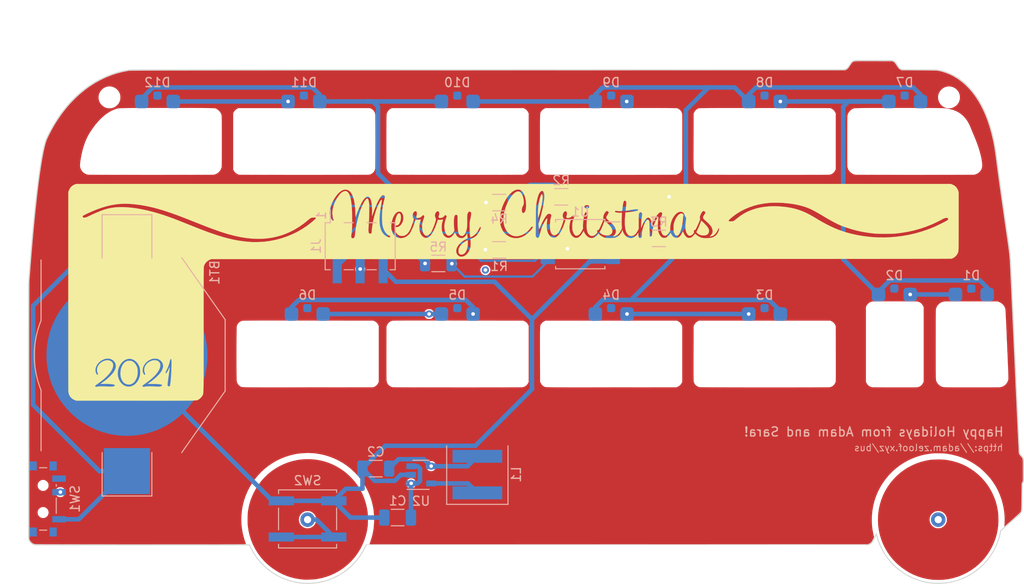
<source format=kicad_pcb>
(kicad_pcb (version 20171130) (host pcbnew "(5.1.10)-1")
  (layers (0 F.Cu signal) (1 In1.Cu signal) (2 In2.Cu signal) (31 B.Cu signal) (34 B.Paste user) (35 F.Paste user) (36 B.SilkS user) (37 F.SilkS user) (38 B.Mask user hide) (39 F.Mask user) (44 Edge.Cuts user))
  (net 0 "")
  (net 1 VCC)
  (net 2 GND)
  (net 3 SCK)
  (net 4 RST)
  (net 5 MISO)
  (net 6 "Net-(R3-Pad2)")
  (net 7 MOSI)
  (net 8 "Net-(R4-Pad2)")
  (net 9 "Net-(D1-Pad2)")
  (net 10 "Net-(D1-Pad1)")
  (net 11 "Net-(D10-Pad1)")
  (net 12 "Net-(D10-Pad2)")
  (net 13 +BATT)
  (net 14 "Net-(C1-Pad1)")
  (net 15 "Net-(L1-Pad1)")
  (module artwork:silkscreen_front (layer F.Cu) (at 113.0554 110.7186)
    (fp_text reference G*** hide)
    (fp_text value LOGO hide)
  )
  (module artwork:mask_front_additional (layer F.Cu) (at 113.0554 110.7186)
    (fp_text reference G*** hide)
    (fp_text value LOGO hide)
    (fp_poly (pts (xy -39.174731 4.067826) (xy -39.130785 4.112656) (xy -39.12652 4.12162) (xy -39.109286 4.189732) (xy -39.097521 4.29814) (xy -39.091213 4.447232) (xy -39.090348 4.637395) (xy -39.094913 4.869016) (xy -39.097916 4.963583) (xy -39.106955 5.193518) (xy -39.118238 5.428694) (xy -39.131404 5.664733) (xy -39.146094 5.897259) (xy -39.161948 6.121894) (xy -39.178608 6.334261) (xy -39.195713 6.529983) (xy -39.212904 6.704684) (xy -39.229822 6.853985) (xy -39.246107 6.973511) (xy -39.2614 7.058884) (xy -39.273504 7.101698) (xy -39.322857 7.174507) (xy -39.391865 7.212358) (xy -39.474619 7.214036) (xy -39.565209 7.178325) (xy -39.584972 7.16576) (xy -39.618771 7.141843) (xy -39.645593 7.117884) (xy -39.665533 7.089498) (xy -39.678682 7.052299) (xy -39.685135 7.0019) (xy -39.684985 6.933917) (xy -39.678325 6.843963) (xy -39.665247 6.727653) (xy -39.645847 6.580601) (xy -39.620216 6.39842) (xy -39.603734 6.283315) (xy -39.579063 6.110999) (xy -39.555867 5.948361) (xy -39.534954 5.801108) (xy -39.517131 5.674947) (xy -39.503205 5.575585) (xy -39.493983 5.50873) (xy -39.490905 5.485499) (xy -39.479337 5.393582) (xy -39.563882 5.538416) (xy -39.620588 5.63272) (xy -39.664007 5.695602) (xy -39.70035 5.733213) (xy -39.735827 5.751708) (xy -39.776649 5.757239) (xy -39.784831 5.757333) (xy -39.852334 5.739259) (xy -39.901407 5.69248) (xy -39.920334 5.62824) (xy -39.911404 5.598959) (xy -39.886542 5.538277) (xy -39.84864 5.452712) (xy -39.800589 5.348782) (xy -39.745283 5.233005) (xy -39.741635 5.225492) (xy -39.623953 4.968606) (xy -39.532387 4.734507) (xy -39.464119 4.515082) (xy -39.416331 4.302218) (xy -39.411657 4.275666) (xy -39.394383 4.193525) (xy -39.374045 4.124535) (xy -39.354743 4.082336) (xy -39.352824 4.079875) (xy -39.301347 4.048559) (xy -39.236784 4.045502) (xy -39.174731 4.067826)) (layer F.Cu) (width 0.01))
    (fp_poly (pts (xy -40.800654 4.014252) (xy -40.62736 4.057479) (xy -40.471629 4.133133) (xy -40.325745 4.244167) (xy -40.299928 4.268147) (xy -40.179038 4.411323) (xy -40.091606 4.575567) (xy -40.041342 4.753209) (xy -40.033011 4.819569) (xy -40.038475 5.005723) (xy -40.085162 5.200231) (xy -40.172854 5.402794) (xy -40.301335 5.613111) (xy -40.470388 5.830883) (xy -40.679796 6.055808) (xy -40.929343 6.287588) (xy -41.218811 6.525921) (xy -41.323303 6.606142) (xy -41.572688 6.7945) (xy -41.196303 6.794866) (xy -40.931251 6.798551) (xy -40.706737 6.809257) (xy -40.521499 6.827296) (xy -40.374276 6.852981) (xy -40.263808 6.886624) (xy -40.188833 6.928539) (xy -40.14809 6.979037) (xy -40.140319 7.03843) (xy -40.143633 7.055727) (xy -40.167396 7.104693) (xy -40.215947 7.146187) (xy -40.296071 7.185053) (xy -40.355338 7.206818) (xy -40.387826 7.216854) (xy -40.422798 7.224447) (xy -40.465388 7.229668) (xy -40.520729 7.232584) (xy -40.593956 7.233265) (xy -40.690203 7.231781) (xy -40.814602 7.228199) (xy -40.972289 7.22259) (xy -41.11625 7.217065) (xy -41.308072 7.209855) (xy -41.464085 7.204803) (xy -41.590762 7.20197) (xy -41.694575 7.201418) (xy -41.781997 7.20321) (xy -41.8595 7.207406) (xy -41.933558 7.21407) (xy -42.010642 7.223263) (xy -42.030017 7.225814) (xy -42.149585 7.241695) (xy -42.23471 7.252046) (xy -42.292946 7.256657) (xy -42.331848 7.255319) (xy -42.358969 7.247824) (xy -42.381865 7.233963) (xy -42.405662 7.215432) (xy -42.443112 7.178064) (xy -42.456944 7.134358) (xy -42.456142 7.083388) (xy -42.452714 7.04999) (xy -42.444528 7.022246) (xy -42.426407 6.9951) (xy -42.393171 6.963494) (xy -42.339642 6.922372) (xy -42.260643 6.866678) (xy -42.17139 6.805331) (xy -41.95086 6.651025) (xy -41.758939 6.509191) (xy -41.58676 6.37261) (xy -41.425458 6.234063) (xy -41.266165 6.086333) (xy -41.157359 5.979828) (xy -40.978931 5.794134) (xy -40.833276 5.624447) (xy -40.716557 5.46552) (xy -40.624937 5.312106) (xy -40.554577 5.158957) (xy -40.551712 5.151635) (xy -40.494719 4.968747) (xy -40.47415 4.807306) (xy -40.49002 4.667156) (xy -40.542346 4.548143) (xy -40.622967 4.456956) (xy -40.749054 4.375827) (xy -40.893746 4.328792) (xy -41.051847 4.314936) (xy -41.218161 4.333344) (xy -41.387493 4.3831) (xy -41.554646 4.463289) (xy -41.714425 4.572997) (xy -41.82003 4.667795) (xy -41.944177 4.807045) (xy -42.031869 4.9431) (xy -42.087297 5.084606) (xy -42.114653 5.240204) (xy -42.117551 5.281441) (xy -42.120444 5.375636) (xy -42.115452 5.445775) (xy -42.09974 5.509834) (xy -42.070471 5.585789) (xy -42.068982 5.589319) (xy -42.038136 5.666516) (xy -42.013731 5.735239) (xy -42.001557 5.7785) (xy -42.009502 5.838954) (xy -42.048754 5.890647) (xy -42.108374 5.922108) (xy -42.142834 5.926666) (xy -42.200148 5.914065) (xy -42.253239 5.873225) (xy -42.306443 5.799596) (xy -42.358713 5.700049) (xy -42.41644 5.530966) (xy -42.4363 5.352266) (xy -42.420399 5.168274) (xy -42.370842 4.983314) (xy -42.289733 4.80171) (xy -42.179178 4.627786) (xy -42.041282 4.465867) (xy -41.878151 4.320276) (xy -41.691889 4.195338) (xy -41.603084 4.14799) (xy -41.43178 4.073237) (xy -41.272304 4.026548) (xy -41.108719 4.004029) (xy -40.999229 4.0005) (xy -40.800654 4.014252)) (layer F.Cu) (width 0.01))
    (fp_poly (pts (xy -43.718561 4.026771) (xy -43.527063 4.064389) (xy -43.338877 4.139603) (xy -43.156864 4.253517) (xy -43.008469 4.382264) (xy -42.918734 4.476619) (xy -42.850614 4.563306) (xy -42.791587 4.659693) (xy -42.748968 4.742248) (xy -42.665441 4.930354) (xy -42.609203 5.10549) (xy -42.576539 5.283508) (xy -42.563735 5.480263) (xy -42.563201 5.535083) (xy -42.579898 5.808213) (xy -42.628957 6.068999) (xy -42.708321 6.313546) (xy -42.815933 6.537962) (xy -42.949736 6.738352) (xy -43.107672 6.910824) (xy -43.287684 7.051484) (xy -43.398126 7.115295) (xy -43.564158 7.18023) (xy -43.751272 7.219975) (xy -43.945204 7.232634) (xy -44.131689 7.216313) (xy -44.143084 7.214229) (xy -44.316132 7.161712) (xy -44.487635 7.07288) (xy -44.650636 6.953404) (xy -44.798182 6.808956) (xy -44.923318 6.645205) (xy -44.995243 6.519333) (xy -45.066707 6.362488) (xy -45.117733 6.217919) (xy -45.151148 6.072749) (xy -45.169784 5.914097) (xy -45.175739 5.74929) (xy -44.743642 5.74929) (xy -44.743283 5.848949) (xy -44.737948 5.931055) (xy -44.726775 6.007933) (xy -44.708901 6.091911) (xy -44.706004 6.104148) (xy -44.641771 6.306022) (xy -44.553833 6.480221) (xy -44.445287 6.624837) (xy -44.319232 6.737958) (xy -44.178766 6.817675) (xy -44.026987 6.862076) (xy -43.866992 6.869251) (xy -43.701879 6.837289) (xy -43.589392 6.792769) (xy -43.446468 6.701842) (xy -43.3162 6.57426) (xy -43.201858 6.414645) (xy -43.106711 6.227623) (xy -43.034028 6.017816) (xy -43.02943 6.00075) (xy -43.004052 5.871337) (xy -42.987843 5.718273) (xy -42.980961 5.554438) (xy -42.983564 5.392711) (xy -42.995809 5.245972) (xy -43.017855 5.127101) (xy -43.01869 5.124025) (xy -43.088561 4.931512) (xy -43.185385 4.757299) (xy -43.304468 4.607681) (xy -43.441116 4.488951) (xy -43.534441 4.432675) (xy -43.602892 4.400962) (xy -43.663455 4.382334) (xy -43.732342 4.373485) (xy -43.825761 4.371106) (xy -43.836167 4.371096) (xy -43.980085 4.381031) (xy -44.103043 4.413942) (xy -44.215346 4.474615) (xy -44.327301 4.567836) (xy -44.38384 4.625441) (xy -44.505869 4.775951) (xy -44.600114 4.939331) (xy -44.668706 5.121536) (xy -44.713778 5.328522) (xy -44.737463 5.566244) (xy -44.739887 5.61975) (xy -44.743642 5.74929) (xy -45.175739 5.74929) (xy -45.17647 5.729086) (xy -45.176622 5.693833) (xy -45.175883 5.566094) (xy -45.172589 5.469138) (xy -45.165405 5.391431) (xy -45.152999 5.32144) (xy -45.134037 5.247632) (xy -45.119264 5.197721) (xy -45.026639 4.946694) (xy -44.911589 4.72332) (xy -44.776974 4.528703) (xy -44.625654 4.363948) (xy -44.460487 4.23016) (xy -44.284335 4.128443) (xy -44.100057 4.059903) (xy -43.910512 4.025644) (xy -43.718561 4.026771)) (layer F.Cu) (width 0.01))
    (fp_poly (pts (xy -46.058826 4.008485) (xy -45.982992 4.015936) (xy -45.921475 4.029474) (xy -45.860267 4.052283) (xy -45.785361 4.087544) (xy -45.777147 4.091596) (xy -45.600769 4.198697) (xy -45.46006 4.327615) (xy -45.355676 4.477407) (xy -45.288274 4.64713) (xy -45.258509 4.835838) (xy -45.258417 4.837556) (xy -45.259758 4.982722) (xy -45.282096 5.118911) (xy -45.328636 5.259584) (xy -45.391378 5.396235) (xy -45.500902 5.581078) (xy -45.647696 5.776878) (xy -45.82901 5.980787) (xy -46.042096 6.189954) (xy -46.284204 6.401531) (xy -46.552586 6.612668) (xy -46.596283 6.645115) (xy -46.78465 6.783916) (xy -46.29995 6.796897) (xy -46.065623 6.805233) (xy -45.870601 6.816909) (xy -45.711956 6.832414) (xy -45.586754 6.852237) (xy -45.492067 6.876867) (xy -45.424962 6.906793) (xy -45.382509 6.942502) (xy -45.376366 6.950911) (xy -45.357311 7.012493) (xy -45.376235 7.074948) (xy -45.429186 7.133329) (xy -45.512212 7.182685) (xy -45.581598 7.207922) (xy -45.619929 7.217973) (xy -45.660375 7.22544) (xy -45.708412 7.23039) (xy -45.769515 7.232891) (xy -45.849159 7.233012) (xy -45.95282 7.230819) (xy -46.085974 7.22638) (xy -46.254096 7.219765) (xy -46.31933 7.217068) (xy -46.512551 7.209403) (xy -46.671898 7.204312) (xy -46.805769 7.202037) (xy -46.922559 7.202822) (xy -47.030663 7.20691) (xy -47.138479 7.214544) (xy -47.254402 7.225966) (xy -47.386828 7.24142) (xy -47.455667 7.249959) (xy -47.544605 7.250819) (xy -47.603482 7.234128) (xy -47.650541 7.193335) (xy -47.675315 7.151564) (xy -47.68799 7.099111) (xy -47.682886 7.052644) (xy -47.655814 7.006453) (xy -47.602584 6.954829) (xy -47.519008 6.892062) (xy -47.450686 6.84543) (xy -47.121083 6.615051) (xy -46.823069 6.386096) (xy -46.557684 6.159776) (xy -46.325964 5.9373) (xy -46.128946 5.719878) (xy -45.967667 5.50872) (xy -45.843166 5.305035) (xy -45.75648 5.110034) (xy -45.708646 4.924927) (xy -45.698834 4.802369) (xy -45.706144 4.689308) (xy -45.731624 4.60183) (xy -45.780597 4.525179) (xy -45.811257 4.49077) (xy -45.902393 4.411858) (xy -46.003506 4.360217) (xy -46.12583 4.331213) (xy -46.219351 4.32245) (xy -46.422269 4.331371) (xy -46.615661 4.381128) (xy -46.8001 4.47196) (xy -46.976157 4.604107) (xy -47.042917 4.66714) (xy -47.178155 4.826497) (xy -47.274155 4.993301) (xy -47.330345 5.164989) (xy -47.346149 5.338995) (xy -47.320991 5.512755) (xy -47.265696 5.660991) (xy -47.231309 5.749523) (xy -47.226944 5.816561) (xy -47.252581 5.870437) (xy -47.265167 5.884333) (xy -47.328589 5.923335) (xy -47.396896 5.921691) (xy -47.465812 5.880084) (xy -47.496889 5.847291) (xy -47.586183 5.707442) (xy -47.639976 5.551677) (xy -47.659982 5.384262) (xy -47.647912 5.209464) (xy -47.605479 5.031547) (xy -47.534396 4.854777) (xy -47.436376 4.683421) (xy -47.313131 4.521743) (xy -47.166374 4.37401) (xy -46.997817 4.244488) (xy -46.810706 4.138173) (xy -46.646924 4.068807) (xy -46.49448 4.02572) (xy -46.336279 4.005369) (xy -46.162984 4.003939) (xy -46.058826 4.008485)) (layer F.Cu) (width 0.01))
    (fp_poly (pts (xy 28.340946 -13.249932) (xy 28.348276 -13.249492) (xy 28.917438 -13.204591) (xy 29.451631 -13.140825) (xy 29.950075 -13.058324) (xy 30.411991 -12.957221) (xy 30.836599 -12.837644) (xy 30.873968 -12.825653) (xy 31.036318 -12.771859) (xy 31.186705 -12.719201) (xy 31.329437 -12.665549) (xy 31.46882 -12.608772) (xy 31.609158 -12.546738) (xy 31.754757 -12.477318) (xy 31.909924 -12.398379) (xy 32.078964 -12.307791) (xy 32.266182 -12.203423) (xy 32.475886 -12.083144) (xy 32.712379 -11.944824) (xy 32.979969 -11.78633) (xy 33.009416 -11.768806) (xy 33.321103 -11.584455) (xy 33.601722 -11.42126) (xy 33.85554 -11.277059) (xy 34.086822 -11.149689) (xy 34.299832 -11.036987) (xy 34.498837 -10.93679) (xy 34.688101 -10.846937) (xy 34.871889 -10.765264) (xy 35.054467 -10.689608) (xy 35.2401 -10.617808) (xy 35.38174 -10.56596) (xy 35.991231 -10.363936) (xy 36.604609 -10.193942) (xy 37.228723 -10.054514) (xy 37.870418 -9.944185) (xy 38.53654 -9.861488) (xy 38.777333 -9.838747) (xy 38.932018 -9.828343) (xy 39.120717 -9.820607) (xy 39.335198 -9.815496) (xy 39.567229 -9.812966) (xy 39.808577 -9.812972) (xy 40.051009 -9.815469) (xy 40.286295 -9.820414) (xy 40.506201 -9.827761) (xy 40.702495 -9.837468) (xy 40.866945 -9.849489) (xy 40.872833 -9.850026) (xy 41.61789 -9.938528) (xy 42.345561 -10.065481) (xy 43.056543 -10.231057) (xy 43.751531 -10.435429) (xy 44.431221 -10.67877) (xy 44.778083 -10.82044) (xy 44.875817 -10.863729) (xy 45.002974 -10.92256) (xy 45.151382 -10.993012) (xy 45.312871 -11.071165) (xy 45.479269 -11.153096) (xy 45.642405 -11.234884) (xy 45.6565 -11.242028) (xy 45.835547 -11.332215) (xy 45.982146 -11.404411) (xy 46.101099 -11.460743) (xy 46.197205 -11.503337) (xy 46.275267 -11.53432) (xy 46.340083 -11.555817) (xy 46.396456 -11.569955) (xy 46.397333 -11.570136) (xy 46.553625 -11.589595) (xy 46.681779 -11.577685) (xy 46.781657 -11.53443) (xy 46.831959 -11.488798) (xy 46.867339 -11.432953) (xy 46.876067 -11.377764) (xy 46.85599 -11.320655) (xy 46.804957 -11.259047) (xy 46.720815 -11.190366) (xy 46.601413 -11.112032) (xy 46.444598 -11.021471) (xy 46.439188 -11.01848) (xy 45.766125 -10.670817) (xy 45.07238 -10.359291) (xy 44.360233 -10.084471) (xy 43.631966 -9.846929) (xy 42.889858 -9.647236) (xy 42.13619 -9.485962) (xy 41.373242 -9.363679) (xy 40.603294 -9.280957) (xy 39.828626 -9.238368) (xy 39.3065 -9.232581) (xy 39.150318 -9.233831) (xy 39.002597 -9.235415) (xy 38.870313 -9.237228) (xy 38.760444 -9.239163) (xy 38.679967 -9.241114) (xy 38.63975 -9.242714) (xy 37.959235 -9.29604) (xy 37.309621 -9.372042) (xy 36.685484 -9.471653) (xy 36.081398 -9.595809) (xy 35.491939 -9.745446) (xy 35.15923 -9.842862) (xy 34.670522 -10.007252) (xy 34.164086 -10.205226) (xy 33.644702 -10.434516) (xy 33.117153 -10.692852) (xy 32.58622 -10.977968) (xy 32.056685 -11.287593) (xy 31.867078 -11.40477) (xy 31.643055 -11.543273) (xy 31.44433 -11.66144) (xy 31.262069 -11.763984) (xy 31.08744 -11.855614) (xy 30.91161 -11.941042) (xy 30.725747 -12.024978) (xy 30.614129 -12.073027) (xy 30.070658 -12.280958) (xy 29.508531 -12.451428) (xy 28.927019 -12.584635) (xy 28.39442 -12.67176) (xy 28.274427 -12.684126) (xy 28.120661 -12.694227) (xy 27.941225 -12.702015) (xy 27.744223 -12.707437) (xy 27.537756 -12.710442) (xy 27.329928 -12.710981) (xy 27.128843 -12.709002) (xy 26.942602 -12.704454) (xy 26.779309 -12.697287) (xy 26.647067 -12.687449) (xy 26.6065 -12.682982) (xy 26.119064 -12.604917) (xy 25.645536 -12.494151) (xy 25.189133 -12.35203) (xy 24.75307 -12.179901) (xy 24.340563 -11.979109) (xy 23.954829 -11.751002) (xy 23.599083 -11.496926) (xy 23.420107 -11.348988) (xy 23.277497 -11.229057) (xy 23.155119 -11.137219) (xy 23.045312 -11.069722) (xy 22.940416 -11.022811) (xy 22.832771 -10.992735) (xy 22.714715 -10.975742) (xy 22.648333 -10.97092) (xy 22.554911 -10.96733) (xy 22.489721 -10.970181) (xy 22.438894 -10.981471) (xy 22.388563 -11.003196) (xy 22.374751 -11.010324) (xy 22.306816 -11.055258) (xy 22.2694 -11.104827) (xy 22.263535 -11.161897) (xy 22.290257 -11.229336) (xy 22.350599 -11.31001) (xy 22.445596 -11.406786) (xy 22.552039 -11.501853) (xy 22.969936 -11.832889) (xy 23.413192 -12.130612) (xy 23.88058 -12.394653) (xy 24.370869 -12.62464) (xy 24.882832 -12.820203) (xy 25.41524 -12.980971) (xy 25.966864 -13.106575) (xy 26.536475 -13.196643) (xy 27.122845 -13.250806) (xy 27.724745 -13.268692) (xy 28.340946 -13.249932)) (layer F.Cu) (width 0.01))
    (fp_poly (pts (xy 6.886962 -12.960734) (xy 6.977964 -12.916897) (xy 7.045239 -12.848344) (xy 7.048079 -12.843811) (xy 7.081356 -12.756335) (xy 7.077855 -12.672265) (xy 7.043126 -12.595862) (xy 6.982714 -12.531389) (xy 6.902169 -12.48311) (xy 6.807037 -12.455288) (xy 6.702867 -12.452184) (xy 6.595206 -12.478062) (xy 6.580144 -12.484252) (xy 6.482732 -12.542801) (xy 6.419518 -12.616452) (xy 6.392906 -12.700143) (xy 6.405301 -12.788809) (xy 6.420022 -12.821432) (xy 6.482241 -12.895923) (xy 6.569873 -12.94745) (xy 6.673089 -12.97566) (xy 6.782061 -12.980205) (xy 6.886962 -12.960734)) (layer F.Cu) (width 0.01))
    (fp_poly (pts (xy 1.883333 -14.520789) (xy 1.964784 -14.461171) (xy 2.033617 -14.365606) (xy 2.0493 -14.33457) (xy 2.070374 -14.287686) (xy 2.085434 -14.245673) (xy 2.095455 -14.20027) (xy 2.101413 -14.143217) (xy 2.104281 -14.066254) (xy 2.105036 -13.961123) (xy 2.10482 -13.864167) (xy 2.093728 -13.589773) (xy 2.062229 -13.283089) (xy 2.010186 -12.943431) (xy 1.937462 -12.570119) (xy 1.843922 -12.16247) (xy 1.729426 -11.719802) (xy 1.59384 -11.241433) (xy 1.545989 -11.08075) (xy 1.512087 -10.965642) (xy 1.489678 -10.880533) (xy 1.477109 -10.815179) (xy 1.47273 -10.759337) (xy 1.474889 -10.702765) (xy 1.47872 -10.663451) (xy 1.488027 -10.590258) (xy 1.497414 -10.53538) (xy 1.504795 -10.510816) (xy 1.517446 -10.523466) (xy 1.541215 -10.566528) (xy 1.571317 -10.631184) (xy 1.576154 -10.642366) (xy 1.687876 -10.891586) (xy 1.801756 -11.123772) (xy 1.915717 -11.335643) (xy 2.027679 -11.523918) (xy 2.135567 -11.685315) (xy 2.237301 -11.816555) (xy 2.330806 -11.914357) (xy 2.414002 -11.975439) (xy 2.423388 -11.98024) (xy 2.530545 -12.011931) (xy 2.639577 -12.009334) (xy 2.740658 -11.975443) (xy 2.823961 -11.913253) (xy 2.871973 -11.843532) (xy 2.88645 -11.810218) (xy 2.893573 -11.779067) (xy 2.892426 -11.740978) (xy 2.882096 -11.686849) (xy 2.861665 -11.607579) (xy 2.840564 -11.531179) (xy 2.793738 -11.344072) (xy 2.761155 -11.164984) (xy 2.741062 -10.979899) (xy 2.731705 -10.774798) (xy 2.7305 -10.651444) (xy 2.738614 -10.401394) (xy 2.762647 -10.184836) (xy 2.802135 -10.002773) (xy 2.856613 -9.856212) (xy 2.925616 -9.746157) (xy 3.00868 -9.673614) (xy 3.10534 -9.639588) (xy 3.197203 -9.641592) (xy 3.297673 -9.675035) (xy 3.401817 -9.737296) (xy 3.495357 -9.818856) (xy 3.536705 -9.867941) (xy 3.601719 -9.968754) (xy 3.674153 -10.102707) (xy 3.750755 -10.261973) (xy 3.828277 -10.438726) (xy 3.903467 -10.625137) (xy 3.973074 -10.813382) (xy 4.03385 -10.995632) (xy 4.082542 -11.164061) (xy 4.09425 -11.210484) (xy 4.130806 -11.361383) (xy 4.071478 -11.475067) (xy 4.023074 -11.609931) (xy 4.008458 -11.755582) (xy 4.025979 -11.902139) (xy 4.073984 -12.039723) (xy 4.150823 -12.158456) (xy 4.192996 -12.20187) (xy 4.278941 -12.26579) (xy 4.358631 -12.293117) (xy 4.441064 -12.286747) (xy 4.449564 -12.284437) (xy 4.519668 -12.250434) (xy 4.568105 -12.191895) (xy 4.597662 -12.103592) (xy 4.611074 -11.981469) (xy 4.612598 -11.882687) (xy 4.605029 -11.809157) (xy 4.586083 -11.744352) (xy 4.574439 -11.716335) (xy 4.546828 -11.633159) (xy 4.550032 -11.576137) (xy 4.585083 -11.544614) (xy 4.653013 -11.537936) (xy 4.754855 -11.555449) (xy 4.806283 -11.569362) (xy 4.875907 -11.59491) (xy 4.93707 -11.631891) (xy 5.002953 -11.689269) (xy 5.044892 -11.73164) (xy 5.126857 -11.808835) (xy 5.194659 -11.851388) (xy 5.255357 -11.861286) (xy 5.316014 -11.840515) (xy 5.350685 -11.817658) (xy 5.392325 -11.783199) (xy 5.420283 -11.747821) (xy 5.434284 -11.705445) (xy 5.43405 -11.649995) (xy 5.419307 -11.575392) (xy 5.389778 -11.47556) (xy 5.345187 -11.344421) (xy 5.326828 -11.292417) (xy 5.263708 -11.099088) (xy 5.22116 -10.92805) (xy 5.196997 -10.7659) (xy 5.18903 -10.599234) (xy 5.192163 -10.46748) (xy 5.205983 -10.283798) (xy 5.230061 -10.129503) (xy 5.267147 -9.992321) (xy 5.319991 -9.859976) (xy 5.335732 -9.82673) (xy 5.408317 -9.707443) (xy 5.489469 -9.629519) (xy 5.578577 -9.592996) (xy 5.67503 -9.597913) (xy 5.778219 -9.644305) (xy 5.887531 -9.73221) (xy 5.942384 -9.789595) (xy 5.998393 -9.860845) (xy 6.06252 -9.955385) (xy 6.12489 -10.058181) (xy 6.155709 -10.114396) (xy 6.263848 -10.32118) (xy 6.251204 -10.500343) (xy 6.248223 -10.627452) (xy 6.253784 -10.78634) (xy 6.266762 -10.967573) (xy 6.286032 -11.161714) (xy 6.310468 -11.359328) (xy 6.338946 -11.550981) (xy 6.370341 -11.727236) (xy 6.403527 -11.878659) (xy 6.424939 -11.957358) (xy 6.473363 -12.072152) (xy 6.538058 -12.148329) (xy 6.619868 -12.186691) (xy 6.671163 -12.191968) (xy 6.768924 -12.179111) (xy 6.852933 -12.144322) (xy 6.912312 -12.09316) (xy 6.9308 -12.059284) (xy 6.93968 -11.993205) (xy 6.93124 -11.893483) (xy 6.923753 -11.847617) (xy 6.89011 -11.657913) (xy 6.863319 -11.502421) (xy 6.842247 -11.373779) (xy 6.825762 -11.264627) (xy 6.81273 -11.167602) (xy 6.802019 -11.075344) (xy 6.7962 -11.018866) (xy 6.777945 -10.739753) (xy 6.780202 -10.484377) (xy 6.802397 -10.254994) (xy 6.843954 -10.05386) (xy 6.904298 -9.883231) (xy 6.982853 -9.745364) (xy 7.079045 -9.642516) (xy 7.160267 -9.590751) (xy 7.274721 -9.553909) (xy 7.388919 -9.555649) (xy 7.505427 -9.596728) (xy 7.626809 -9.677901) (xy 7.709636 -9.752621) (xy 7.831023 -9.872289) (xy 7.825982 -9.915185) (xy 8.264642 -9.915185) (xy 8.265786 -9.905362) (xy 8.293225 -9.864215) (xy 8.347623 -9.812366) (xy 8.418379 -9.758643) (xy 8.494893 -9.711873) (xy 8.503526 -9.707368) (xy 8.630535 -9.658821) (xy 8.780756 -9.626989) (xy 8.938793 -9.613349) (xy 9.089251 -9.619374) (xy 9.198735 -9.640775) (xy 9.314853 -9.69567) (xy 9.406722 -9.780163) (xy 9.469433 -9.886762) (xy 9.498072 -10.007973) (xy 9.495723 -10.093854) (xy 9.477102 -10.185554) (xy 9.444272 -10.275106) (xy 9.393719 -10.367831) (xy 9.321929 -10.469049) (xy 9.225386 -10.584083) (xy 9.100576 -10.718252) (xy 9.046702 -10.773633) (xy 8.945097 -10.876854) (xy 8.868983 -10.952954) (xy 8.8143 -11.005127) (xy 8.776989 -11.036566) (xy 8.752991 -11.050465) (xy 8.738249 -11.050016) (xy 8.728701 -11.038414) (xy 8.723863 -11.027633) (xy 8.70873 -10.989964) (xy 8.681447 -10.921181) (xy 8.645295 -10.829592) (xy 8.603556 -10.723503) (xy 8.581768 -10.668) (xy 8.529779 -10.539578) (xy 8.472325 -10.404366) (xy 8.41571 -10.276822) (xy 8.366243 -10.171406) (xy 8.357238 -10.153203) (xy 8.307211 -10.047033) (xy 8.275793 -9.966196) (xy 8.264642 -9.915185) (xy 7.825982 -9.915185) (xy 7.817982 -9.983244) (xy 7.812341 -10.050797) (xy 7.818954 -10.09418) (xy 7.842984 -10.13096) (xy 7.869592 -10.15885) (xy 7.920195 -10.199372) (xy 7.967872 -10.221874) (xy 7.979595 -10.2235) (xy 8.000067 -10.229525) (xy 8.022914 -10.25103) (xy 8.051381 -10.293166) (xy 8.088715 -10.361083) (xy 8.138159 -10.45993) (xy 8.169667 -10.525125) (xy 8.230818 -10.655746) (xy 8.295426 -10.799077) (xy 8.356469 -10.939226) (xy 8.406926 -11.060299) (xy 8.414472 -11.07917) (xy 8.455673 -11.184492) (xy 8.482751 -11.259691) (xy 8.497693 -11.313793) (xy 8.502484 -11.355823) (xy 8.499112 -11.394807) (xy 8.491763 -11.430336) (xy 8.482685 -11.534393) (xy 8.496686 -11.653014) (xy 8.53018 -11.779373) (xy 8.579581 -11.906639) (xy 8.641304 -12.027984) (xy 8.711764 -12.136578) (xy 8.787374 -12.225594) (xy 8.86455 -12.288201) (xy 8.939706 -12.317572) (xy 8.958318 -12.318921) (xy 9.047517 -12.300053) (xy 9.130876 -12.250453) (xy 9.191794 -12.18033) (xy 9.195889 -12.172821) (xy 9.219928 -12.115453) (xy 9.226934 -12.061147) (xy 9.214645 -12.002104) (xy 9.180795 -11.930528) (xy 9.123123 -11.838621) (xy 9.081194 -11.777673) (xy 9.033784 -11.704139) (xy 8.994036 -11.632162) (xy 8.973175 -11.584232) (xy 8.963991 -11.550517) (xy 8.962747 -11.519451) (xy 8.972808 -11.486771) (xy 8.997539 -11.448214) (xy 9.040303 -11.399518) (xy 9.104465 -11.336419) (xy 9.19339 -11.254656) (xy 9.310441 -11.149964) (xy 9.328778 -11.133667) (xy 9.459369 -11.016564) (xy 9.562725 -10.920868) (xy 9.644162 -10.840923) (xy 9.708996 -10.771072) (xy 9.762543 -10.705659) (xy 9.810122 -10.639026) (xy 9.846031 -10.583334) (xy 9.949333 -10.3889) (xy 10.011847 -10.202768) (xy 10.033539 -10.025482) (xy 10.014373 -9.857584) (xy 9.954314 -9.699617) (xy 9.907874 -9.622975) (xy 9.874251 -9.570247) (xy 9.856707 -9.534759) (xy 9.857358 -9.525199) (xy 9.883547 -9.535112) (xy 9.93394 -9.560571) (xy 9.982264 -9.587351) (xy 10.107497 -9.678353) (xy 10.231012 -9.804236) (xy 10.346695 -9.957775) (xy 10.448434 -10.131747) (xy 10.456656 -10.148075) (xy 10.564086 -10.36425) (xy 10.539497 -10.606084) (xy 10.532868 -10.702745) (xy 10.52858 -10.832324) (xy 10.526521 -10.985475) (xy 10.526581 -11.152854) (xy 10.528645 -11.325115) (xy 10.532603 -11.492914) (xy 10.538341 -11.646906) (xy 10.545748 -11.777746) (xy 10.554712 -11.876089) (xy 10.554752 -11.876417) (xy 10.566724 -11.973583) (xy 10.309809 -11.987397) (xy 10.147352 -11.998868) (xy 10.021955 -12.014354) (xy 9.928444 -12.034933) (xy 9.861646 -12.061688) (xy 9.823106 -12.089058) (xy 9.787144 -12.14875) (xy 9.782065 -12.221118) (xy 9.808893 -12.288292) (xy 9.825736 -12.305683) (xy 9.850693 -12.317911) (xy 9.889399 -12.325219) (xy 9.94749 -12.32785) (xy 10.030602 -12.32605) (xy 10.144368 -12.32006) (xy 10.294424 -12.310125) (xy 10.301906 -12.309604) (xy 10.56023 -12.291592) (xy 10.580687 -12.342338) (xy 10.591491 -12.38427) (xy 10.604289 -12.456817) (xy 10.617205 -12.548436) (xy 10.625054 -12.615334) (xy 10.642468 -12.762747) (xy 10.66256 -12.909194) (xy 10.683866 -13.04564) (xy 10.704924 -13.163049) (xy 10.72427 -13.252389) (xy 10.733776 -13.286683) (xy 10.772069 -13.357172) (xy 10.832071 -13.416877) (xy 10.90049 -13.454585) (xy 10.94166 -13.462) (xy 11.024055 -13.442568) (xy 11.098583 -13.390789) (xy 11.153173 -13.316439) (xy 11.167855 -13.27879) (xy 11.176798 -13.237448) (xy 11.180836 -13.186748) (xy 11.179731 -13.119414) (xy 11.173245 -13.028174) (xy 11.161142 -12.905753) (xy 11.153354 -12.834558) (xy 11.136489 -12.681866) (xy 11.124467 -12.566119) (xy 11.117282 -12.482207) (xy 11.114932 -12.42502) (xy 11.117409 -12.38945) (xy 11.124709 -12.370385) (xy 11.136828 -12.362717) (xy 11.152893 -12.361334) (xy 11.186605 -12.365116) (xy 11.253961 -12.375575) (xy 11.347038 -12.391379) (xy 11.457911 -12.411196) (xy 11.539185 -12.42624) (xy 11.728413 -12.45867) (xy 11.905989 -12.483187) (xy 12.066318 -12.499381) (xy 12.203804 -12.506842) (xy 12.31285 -12.505162) (xy 12.387861 -12.493932) (xy 12.401362 -12.489288) (xy 12.461198 -12.444231) (xy 12.486391 -12.400138) (xy 12.497269 -12.351024) (xy 12.482549 -12.313834) (xy 12.45855 -12.287293) (xy 12.395669 -12.246009) (xy 12.291593 -12.20614) (xy 12.147446 -12.167929) (xy 11.96435 -12.131621) (xy 11.743429 -12.097457) (xy 11.485805 -12.065683) (xy 11.390178 -12.055481) (xy 11.28145 -12.043765) (xy 11.188608 -12.032757) (xy 11.119368 -12.023449) (xy 11.081446 -12.016834) (xy 11.076768 -12.015158) (xy 11.072053 -11.992158) (xy 11.06457 -11.933961) (xy 11.055093 -11.847557) (xy 11.044395 -11.739933) (xy 11.035072 -11.638701) (xy 11.020247 -11.42593) (xy 11.012252 -11.204776) (xy 11.010892 -10.98371) (xy 11.015971 -10.771199) (xy 11.027296 -10.575716) (xy 11.044671 -10.405729) (xy 11.066419 -10.276417) (xy 11.125116 -10.056558) (xy 11.197149 -9.8767) (xy 11.282803 -9.736572) (xy 11.382362 -9.635905) (xy 11.49611 -9.574429) (xy 11.624332 -9.551872) (xy 11.767311 -9.567966) (xy 11.802493 -9.577158) (xy 11.92007 -9.630874) (xy 12.037602 -9.722456) (xy 12.150913 -9.84764) (xy 12.255827 -10.00216) (xy 12.303929 -10.089279) (xy 12.403666 -10.283142) (xy 12.403666 -11.042624) (xy 12.404136 -11.268191) (xy 12.40581 -11.455777) (xy 12.409086 -11.609726) (xy 12.41436 -11.734383) (xy 12.422028 -11.834091) (xy 12.432489 -11.913195) (xy 12.446139 -11.97604) (xy 12.463374 -12.026969) (xy 12.484592 -12.070328) (xy 12.499823 -12.095165) (xy 12.56047 -12.152404) (xy 12.641607 -12.182922) (xy 12.718881 -12.181919) (xy 12.785276 -12.149648) (xy 12.849667 -12.089648) (xy 12.900138 -12.015347) (xy 12.923038 -11.951823) (xy 12.924509 -11.908633) (xy 12.920529 -11.831426) (xy 12.911769 -11.728072) (xy 12.898899 -11.606443) (xy 12.882589 -11.474409) (xy 12.881982 -11.469828) (xy 12.863763 -11.327958) (xy 12.846749 -11.186683) (xy 12.83214 -11.056644) (xy 12.821138 -10.948487) (xy 12.815381 -10.879667) (xy 12.803296 -10.69975) (xy 12.876065 -10.8585) (xy 12.988647 -11.084974) (xy 13.099581 -11.26938) (xy 13.209116 -11.411938) (xy 13.317501 -11.512873) (xy 13.424985 -11.572404) (xy 13.531816 -11.590756) (xy 13.638244 -11.568149) (xy 13.660276 -11.558359) (xy 13.757873 -11.48779) (xy 13.840733 -11.377677) (xy 13.908901 -11.227951) (xy 13.948364 -11.097721) (xy 13.971041 -11.008859) (xy 14.089055 -11.235305) (xy 14.210761 -11.45649) (xy 14.332096 -11.65329) (xy 14.451014 -11.823293) (xy 14.565466 -11.964086) (xy 14.673403 -12.073257) (xy 14.772779 -12.148392) (xy 14.861544 -12.187079) (xy 14.901169 -12.192) (xy 14.986677 -12.175206) (xy 15.065121 -12.131199) (xy 15.120233 -12.069542) (xy 15.124969 -12.060449) (xy 15.138113 -12.029446) (xy 15.144736 -11.998558) (xy 15.144047 -11.959429) (xy 15.135254 -11.9037) (xy 15.117566 -11.823013) (xy 15.092657 -11.71914) (xy 15.043427 -11.50552) (xy 15.007094 -11.318279) (xy 14.981988 -11.144047) (xy 14.966436 -10.969458) (xy 14.958764 -10.781141) (xy 14.957192 -10.63625) (xy 14.959135 -10.450162) (xy 14.966674 -10.297621) (xy 14.981256 -10.170046) (xy 15.004323 -10.058856) (xy 15.037322 -9.955468) (xy 15.081696 -9.851302) (xy 15.093469 -9.82673) (xy 15.166447 -9.707807) (xy 15.248496 -9.629876) (xy 15.338101 -9.592941) (xy 15.433747 -9.597007) (xy 15.533918 -9.642079) (xy 15.637101 -9.728159) (xy 15.719641 -9.825018) (xy 15.789483 -9.919091) (xy 15.837458 -9.991654) (xy 15.867651 -10.054639) (xy 15.884153 -10.119979) (xy 15.891048 -10.199606) (xy 15.891763 -10.254516) (xy 16.386107 -10.254516) (xy 16.407912 -10.051822) (xy 16.417329 -10.005429) (xy 16.448525 -9.884829) (xy 16.483081 -9.793969) (xy 16.526847 -9.720328) (xy 16.580021 -9.657292) (xy 16.645528 -9.60365) (xy 16.707109 -9.58914) (xy 16.770387 -9.614177) (xy 16.838496 -9.676412) (xy 16.912148 -9.778543) (xy 16.984069 -9.917329) (xy 17.052714 -10.087093) (xy 17.116534 -10.282157) (xy 17.173984 -10.496843) (xy 17.223518 -10.725475) (xy 17.263587 -10.962374) (xy 17.292646 -11.201862) (xy 17.307213 -11.396968) (xy 17.314168 -11.501723) (xy 17.323142 -11.595252) (xy 17.332946 -11.666991) (xy 17.341878 -11.705167) (xy 17.358422 -11.786672) (xy 17.33563 -11.853058) (xy 17.310714 -11.879792) (xy 17.241771 -11.913264) (xy 17.160436 -11.910632) (xy 17.070112 -11.875067) (xy 16.974199 -11.809743) (xy 16.876098 -11.717833) (xy 16.77921 -11.602509) (xy 16.686935 -11.466945) (xy 16.602674 -11.314313) (xy 16.531909 -11.153194) (xy 16.462704 -10.937369) (xy 16.414602 -10.708304) (xy 16.388703 -10.477015) (xy 16.386107 -10.254516) (xy 15.891763 -10.254516) (xy 15.892427 -10.305452) (xy 15.892403 -10.329334) (xy 15.91267 -10.649095) (xy 15.974195 -10.960294) (xy 16.076468 -11.261255) (xy 16.218977 -11.550302) (xy 16.30916 -11.695864) (xy 16.44918 -11.879149) (xy 16.600188 -12.025763) (xy 16.760128 -12.13429) (xy 16.926943 -12.203318) (xy 17.086966 -12.230855) (xy 17.237099 -12.221508) (xy 17.36676 -12.175227) (xy 17.475358 -12.092453) (xy 17.562304 -11.973624) (xy 17.623299 -11.830884) (xy 17.658637 -11.743617) (xy 17.706246 -11.652131) (xy 17.730873 -11.612834) (xy 17.769123 -11.551118) (xy 17.794653 -11.498981) (xy 17.801166 -11.474672) (xy 17.798196 -11.441904) (xy 17.790033 -11.375766) (xy 17.777795 -11.28475) (xy 17.762601 -11.177345) (xy 17.756151 -11.133089) (xy 17.727917 -10.898494) (xy 17.712608 -10.671883) (xy 17.710231 -10.460699) (xy 17.720792 -10.272382) (xy 17.744294 -10.114373) (xy 17.755346 -10.068465) (xy 17.813866 -9.891366) (xy 17.882096 -9.754431) (xy 17.959324 -9.65793) (xy 18.044835 -9.602134) (xy 18.137916 -9.587312) (xy 18.237852 -9.613736) (xy 18.343929 -9.681676) (xy 18.455434 -9.791403) (xy 18.463078 -9.800252) (xy 18.507993 -9.857789) (xy 18.525751 -9.896885) (xy 18.522727 -9.915172) (xy 18.944166 -9.915172) (xy 18.960529 -9.885961) (xy 19.003176 -9.842483) (xy 19.062443 -9.792831) (xy 19.128663 -9.745095) (xy 19.192174 -9.707367) (xy 19.192692 -9.707104) (xy 19.320372 -9.658588) (xy 19.470972 -9.62684) (xy 19.62914 -9.613323) (xy 19.779527 -9.619503) (xy 19.887902 -9.640775) (xy 20.000461 -9.694164) (xy 20.092821 -9.777258) (xy 20.156193 -9.881114) (xy 20.172424 -9.930256) (xy 20.183806 -10.060271) (xy 20.157868 -10.201895) (xy 20.095804 -10.349164) (xy 20.084389 -10.369738) (xy 20.055923 -10.410122) (xy 20.005937 -10.471609) (xy 19.939542 -10.548701) (xy 19.861855 -10.635901) (xy 19.777989 -10.727713) (xy 19.693059 -10.81864) (xy 19.612178 -10.903184) (xy 19.540461 -10.975849) (xy 19.483021 -11.031138) (xy 19.444974 -11.063555) (xy 19.433107 -11.069757) (xy 19.421733 -11.050841) (xy 19.399027 -10.999092) (xy 19.367875 -10.921552) (xy 19.331163 -10.825265) (xy 19.315108 -10.781821) (xy 19.262262 -10.644727) (xy 19.198428 -10.489961) (xy 19.132028 -10.337453) (xy 19.076983 -10.218486) (xy 19.029567 -10.1182) (xy 18.98963 -10.030258) (xy 18.960493 -9.962248) (xy 18.945478 -9.921754) (xy 18.944166 -9.915172) (xy 18.522727 -9.915172) (xy 18.520711 -9.927363) (xy 18.520036 -9.928655) (xy 18.497203 -10.010743) (xy 18.509726 -10.09195) (xy 18.552541 -10.161248) (xy 18.620579 -10.207612) (xy 18.652549 -10.217035) (xy 18.678694 -10.224881) (xy 18.702189 -10.240808) (xy 18.72693 -10.270657) (xy 18.756813 -10.320273) (xy 18.795733 -10.395497) (xy 18.847585 -10.502174) (xy 18.860133 -10.528391) (xy 18.920843 -10.658464) (xy 18.985071 -10.801205) (xy 19.045746 -10.940593) (xy 19.095793 -11.06061) (xy 19.102258 -11.076736) (xy 19.143284 -11.181051) (xy 19.170219 -11.255295) (xy 19.185018 -11.308573) (xy 19.189632 -11.349989) (xy 19.186014 -11.388649) (xy 19.177531 -11.427783) (xy 19.168052 -11.542511) (xy 19.186214 -11.676295) (xy 19.228512 -11.819521) (xy 19.291438 -11.962575) (xy 19.371487 -12.095843) (xy 19.46121 -12.205671) (xy 19.534852 -12.274421) (xy 19.59686 -12.310852) (xy 19.658666 -12.318139) (xy 19.731704 -12.29946) (xy 19.759299 -12.288524) (xy 19.829099 -12.24091) (xy 19.884674 -12.169702) (xy 19.915076 -12.090521) (xy 19.917754 -12.062425) (xy 19.906266 -12.019482) (xy 19.875196 -11.952851) (xy 19.829753 -11.87316) (xy 19.808828 -11.840175) (xy 19.732838 -11.718944) (xy 19.682316 -11.625853) (xy 19.655377 -11.556731) (xy 19.650138 -11.507405) (xy 19.652836 -11.494803) (xy 19.676434 -11.458751) (xy 19.730548 -11.399166) (xy 19.812433 -11.318708) (xy 19.919348 -11.220036) (xy 20.04855 -11.10581) (xy 20.098325 -11.062823) (xy 20.305089 -10.867253) (xy 20.470578 -10.671242) (xy 20.594468 -10.475243) (xy 20.676437 -10.279708) (xy 20.689815 -10.232977) (xy 20.719514 -10.072653) (xy 20.717301 -9.930086) (xy 20.681513 -9.793418) (xy 20.610488 -9.650792) (xy 20.60752 -9.645839) (xy 20.572998 -9.585311) (xy 20.551986 -9.542025) (xy 20.548952 -9.525203) (xy 20.549085 -9.525199) (xy 20.573818 -9.535075) (xy 20.623127 -9.560445) (xy 20.67143 -9.587351) (xy 20.801505 -9.682126) (xy 20.927977 -9.813038) (xy 21.04568 -9.973919) (xy 21.148699 -10.157075) (xy 21.211926 -10.282718) (xy 21.261981 -10.372255) (xy 21.302043 -10.428628) (xy 21.335292 -10.454779) (xy 21.364907 -10.453649) (xy 21.394067 -10.42818) (xy 21.413129 -10.401739) (xy 21.430976 -10.368497) (xy 21.438573 -10.331399) (xy 21.436549 -10.278255) (xy 21.425531 -10.196872) (xy 21.424145 -10.187906) (xy 21.373578 -9.993096) (xy 21.286826 -9.80791) (xy 21.169071 -9.637916) (xy 21.025497 -9.488683) (xy 20.861287 -9.365781) (xy 20.681623 -9.274777) (xy 20.531666 -9.228991) (xy 20.448556 -9.216174) (xy 20.333685 -9.205621) (xy 20.197207 -9.197564) (xy 20.049275 -9.192239) (xy 19.900043 -9.189879) (xy 19.759662 -9.190718) (xy 19.638287 -9.19499) (xy 19.54607 -9.202929) (xy 19.526902 -9.205834) (xy 19.366485 -9.246941) (xy 19.199003 -9.312768) (xy 19.037065 -9.396837) (xy 18.893274 -9.492671) (xy 18.788034 -9.585471) (xy 18.727151 -9.649316) (xy 18.635381 -9.536658) (xy 18.498108 -9.391034) (xy 18.357045 -9.285869) (xy 18.213337 -9.221552) (xy 18.068127 -9.19847) (xy 17.922557 -9.217014) (xy 17.815273 -9.257766) (xy 17.689874 -9.340499) (xy 17.573881 -9.459011) (xy 17.473075 -9.606902) (xy 17.435989 -9.67762) (xy 17.40168 -9.746158) (xy 17.373879 -9.796823) (xy 17.357831 -9.820153) (xy 17.356666 -9.82072) (xy 17.342571 -9.803583) (xy 17.315117 -9.75792) (xy 17.279871 -9.693074) (xy 17.274639 -9.683011) (xy 17.172874 -9.518702) (xy 17.056228 -9.38777) (xy 16.927797 -9.291965) (xy 16.79068 -9.233034) (xy 16.647973 -9.212725) (xy 16.502773 -9.232787) (xy 16.485801 -9.237842) (xy 16.331714 -9.308157) (xy 16.197821 -9.414466) (xy 16.094752 -9.543168) (xy 16.052748 -9.605899) (xy 16.018919 -9.651816) (xy 16.000038 -9.671777) (xy 15.999282 -9.67199) (xy 15.980809 -9.657038) (xy 15.944578 -9.616553) (xy 15.89809 -9.55897) (xy 15.893449 -9.552963) (xy 15.790753 -9.439428) (xy 15.671092 -9.339202) (xy 15.546241 -9.260991) (xy 15.438063 -9.216295) (xy 15.297668 -9.196115) (xy 15.160113 -9.215898) (xy 15.028238 -9.273274) (xy 14.904884 -9.365871) (xy 14.792892 -9.49132) (xy 14.695101 -9.64725) (xy 14.614351 -9.831291) (xy 14.58193 -9.930794) (xy 14.559007 -10.037572) (xy 14.541382 -10.177274) (xy 14.529301 -10.340792) (xy 14.523005 -10.519021) (xy 14.522739 -10.702852) (xy 14.528745 -10.883181) (xy 14.541267 -11.0509) (xy 14.549982 -11.126683) (xy 14.563053 -11.2284) (xy 14.573766 -11.316036) (xy 14.581029 -11.380368) (xy 14.583753 -11.412171) (xy 14.583754 -11.412433) (xy 14.575785 -11.419131) (xy 14.553485 -11.390815) (xy 14.519049 -11.331449) (xy 14.474674 -11.244992) (xy 14.422554 -11.135407) (xy 14.388203 -11.059584) (xy 14.269181 -10.769212) (xy 14.170669 -10.480494) (xy 14.094776 -10.201057) (xy 14.043608 -9.938529) (xy 14.020877 -9.73034) (xy 14.013061 -9.63635) (xy 14.002477 -9.552164) (xy 13.990959 -9.491298) (xy 13.98645 -9.476377) (xy 13.944408 -9.416655) (xy 13.878422 -9.3757) (xy 13.80136 -9.356525) (xy 13.726091 -9.362144) (xy 13.665484 -9.395571) (xy 13.661072 -9.400174) (xy 13.650713 -9.413798) (xy 13.642182 -9.432377) (xy 13.635228 -9.46008) (xy 13.6296 -9.501073) (xy 13.625046 -9.559525) (xy 13.621315 -9.639604) (xy 13.618157 -9.745478) (xy 13.615318 -9.881315) (xy 13.612548 -10.051283) (xy 13.609698 -10.252133) (xy 13.606598 -10.46345) (xy 13.603495 -10.636681) (xy 13.600165 -10.776068) (xy 13.596385 -10.885857) (xy 13.591934 -10.970293) (xy 13.586588 -11.033622) (xy 13.580124 -11.080087) (xy 13.57232 -11.113934) (xy 13.563153 -11.138959) (xy 13.52535 -11.199179) (xy 13.486439 -11.218334) (xy 13.436103 -11.198693) (xy 13.377859 -11.143236) (xy 13.314279 -11.057165) (xy 13.247933 -10.945679) (xy 13.181394 -10.813978) (xy 13.117233 -10.667265) (xy 13.05802 -10.510738) (xy 13.006328 -10.349598) (xy 12.964727 -10.189047) (xy 12.954921 -10.143355) (xy 12.936194 -10.034267) (xy 12.918402 -9.900211) (xy 12.903608 -9.758541) (xy 12.894171 -9.632041) (xy 12.88402 -9.487522) (xy 12.871947 -9.384352) (xy 12.857821 -9.321583) (xy 12.848519 -9.303176) (xy 12.802311 -9.264365) (xy 12.735469 -9.22591) (xy 12.666135 -9.196892) (xy 12.615125 -9.186334) (xy 12.530855 -9.205941) (xy 12.460592 -9.260707) (xy 12.408795 -9.344548) (xy 12.379922 -9.45138) (xy 12.375455 -9.51333) (xy 12.374387 -9.62025) (xy 12.232302 -9.477211) (xy 12.074703 -9.343267) (xy 11.90966 -9.250824) (xy 11.737952 -9.20002) (xy 11.560358 -9.190991) (xy 11.377656 -9.223875) (xy 11.198068 -9.295058) (xy 11.075808 -9.374579) (xy 10.955507 -9.486664) (xy 10.845738 -9.622062) (xy 10.755069 -9.771522) (xy 10.753212 -9.77518) (xy 10.675944 -9.928045) (xy 10.576297 -9.770743) (xy 10.436917 -9.585933) (xy 10.275275 -9.434968) (xy 10.093917 -9.319713) (xy 9.895393 -9.242032) (xy 9.831916 -9.226124) (xy 9.751423 -9.214469) (xy 9.631099 -9.205796) (xy 9.473346 -9.200221) (xy 9.280569 -9.197862) (xy 9.249833 -9.197794) (xy 9.099375 -9.197791) (xy 8.984135 -9.198604) (xy 8.896996 -9.200921) (xy 8.830841 -9.205431) (xy 8.778555 -9.212822) (xy 8.733022 -9.223784) (xy 8.687126 -9.239004) (xy 8.639869 -9.25682) (xy 8.430952 -9.351422) (xy 8.248906 -9.463203) (xy 8.139883 -9.550931) (xy 8.040671 -9.641417) (xy 7.87796 -9.481203) (xy 7.754978 -9.368776) (xy 7.643985 -9.288619) (xy 7.535769 -9.23636) (xy 7.42112 -9.207628) (xy 7.290828 -9.198049) (xy 7.281333 -9.197985) (xy 7.184732 -9.199647) (xy 7.112733 -9.207848) (xy 7.047702 -9.22625) (xy 6.972004 -9.258516) (xy 6.957745 -9.2652) (xy 6.8066 -9.356224) (xy 6.662593 -9.480069) (xy 6.535649 -9.627316) (xy 6.467159 -9.730821) (xy 6.377492 -9.883725) (xy 6.270112 -9.718863) (xy 6.134392 -9.533187) (xy 5.995656 -9.387876) (xy 5.854562 -9.283349) (xy 5.711768 -9.220023) (xy 5.567932 -9.198317) (xy 5.465709 -9.208365) (xy 5.309525 -9.260645) (xy 5.169832 -9.348781) (xy 5.047903 -9.469123) (xy 4.94501 -9.618025) (xy 4.862425 -9.791838) (xy 4.801419 -9.986915) (xy 4.763265 -10.199607) (xy 4.749235 -10.426268) (xy 4.7606 -10.663249) (xy 4.798633 -10.906902) (xy 4.829115 -11.034078) (xy 4.848783 -11.111278) (xy 4.86189 -11.170815) (xy 4.866288 -11.20262) (xy 4.865617 -11.205228) (xy 4.842498 -11.206945) (xy 4.786493 -11.206637) (xy 4.706995 -11.204443) (xy 4.646083 -11.202021) (xy 4.434416 -11.192657) (xy 4.385886 -11.020287) (xy 4.333048 -10.853353) (xy 4.264257 -10.667519) (xy 4.183459 -10.471233) (xy 4.094597 -10.272943) (xy 4.001619 -10.081097) (xy 3.908467 -9.904143) (xy 3.819088 -9.750531) (xy 3.737427 -9.628708) (xy 3.733789 -9.623832) (xy 3.596804 -9.467862) (xy 3.45252 -9.352118) (xy 3.303918 -9.275758) (xy 3.153978 -9.237944) (xy 3.005681 -9.237834) (xy 2.862007 -9.274589) (xy 2.725937 -9.347367) (xy 2.600452 -9.455328) (xy 2.488532 -9.597631) (xy 2.393158 -9.773437) (xy 2.31731 -9.981905) (xy 2.304932 -10.026737) (xy 2.276768 -10.169614) (xy 2.257641 -10.34354) (xy 2.247999 -10.53811) (xy 2.248292 -10.742921) (xy 2.258967 -10.947568) (xy 2.263142 -10.995696) (xy 2.27206 -11.097621) (xy 2.27829 -11.183215) (xy 2.281326 -11.244273) (xy 2.280664 -11.27259) (xy 2.280239 -11.273483) (xy 2.265744 -11.261387) (xy 2.23633 -11.217782) (xy 2.195543 -11.149253) (xy 2.146929 -11.062387) (xy 2.094035 -10.963767) (xy 2.040407 -10.859979) (xy 1.989591 -10.757608) (xy 1.945134 -10.663239) (xy 1.916876 -10.598761) (xy 1.832721 -10.382655) (xy 1.749198 -10.141105) (xy 1.671707 -9.89073) (xy 1.605649 -9.648149) (xy 1.598148 -9.617914) (xy 1.560597 -9.478293) (xy 1.524322 -9.375112) (xy 1.486505 -9.302677) (xy 1.444324 -9.255293) (xy 1.407107 -9.232302) (xy 1.309053 -9.206985) (xy 1.219114 -9.22236) (xy 1.140097 -9.277118) (xy 1.074814 -9.36995) (xy 1.064059 -9.392079) (xy 1.042073 -9.443184) (xy 1.027124 -9.489782) (xy 1.017983 -9.541624) (xy 1.013418 -9.608459) (xy 1.012197 -9.700038) (xy 1.012806 -9.798032) (xy 1.015724 -9.93086) (xy 1.02153 -10.073724) (xy 1.029353 -10.208568) (xy 1.0374 -10.308167) (xy 1.043011 -10.39392) (xy 1.04707 -10.519129) (xy 1.049556 -10.680945) (xy 1.050448 -10.87652) (xy 1.049727 -11.103005) (xy 1.047372 -11.35755) (xy 1.045739 -11.482917) (xy 1.042587 -11.723164) (xy 1.040549 -11.926221) (xy 1.039851 -12.068692) (xy 1.40557 -12.068692) (xy 1.407444 -11.977193) (xy 1.412791 -11.912399) (xy 1.421826 -11.880035) (xy 1.430414 -11.879693) (xy 1.438273 -11.902192) (xy 1.454685 -11.95946) (xy 1.477947 -12.045192) (xy 1.506354 -12.153084) (xy 1.538203 -12.276832) (xy 1.545178 -12.304278) (xy 1.616885 -12.601193) (xy 1.677203 -12.880459) (xy 1.725565 -13.138401) (xy 1.761404 -13.37134) (xy 1.784155 -13.575599) (xy 1.793249 -13.747503) (xy 1.788263 -13.882041) (xy 1.779731 -13.952974) (xy 1.771403 -13.987839) (xy 1.760591 -13.992803) (xy 1.746775 -13.977174) (xy 1.711118 -13.910253) (xy 1.671384 -13.808256) (xy 1.629452 -13.678019) (xy 1.587203 -13.526377) (xy 1.546514 -13.360168) (xy 1.509264 -13.186227) (xy 1.477334 -13.01139) (xy 1.471641 -12.976215) (xy 1.455224 -12.858021) (xy 1.440775 -12.72647) (xy 1.428509 -12.587287) (xy 1.41864 -12.446195) (xy 1.411384 -12.308916) (xy 1.406955 -12.181174) (xy 1.40557 -12.068692) (xy 1.039851 -12.068692) (xy 1.039711 -12.097221) (xy 1.040156 -12.241294) (xy 1.041972 -12.363573) (xy 1.045242 -12.469188) (xy 1.050053 -12.563271) (xy 1.056489 -12.650954) (xy 1.064637 -12.737368) (xy 1.06695 -12.75937) (xy 1.108627 -13.088836) (xy 1.159999 -13.391698) (xy 1.220333 -13.665295) (xy 1.288894 -13.906963) (xy 1.364948 -14.11404) (xy 1.44776 -14.283865) (xy 1.51618 -14.388238) (xy 1.58314 -14.453813) (xy 1.667868 -14.506447) (xy 1.754076 -14.537129) (xy 1.793031 -14.541421) (xy 1.883333 -14.520789)) (layer F.Cu) (width 0.01))
    (fp_poly (pts (xy -0.664437 -14.668583) (xy -0.521393 -14.600621) (xy -0.390464 -14.495832) (xy -0.272633 -14.355716) (xy -0.168882 -14.181773) (xy -0.080192 -13.975504) (xy -0.007544 -13.738409) (xy 0.048078 -13.471989) (xy 0.085694 -13.177743) (xy 0.096361 -13.038667) (xy 0.101266 -12.830214) (xy 0.090367 -12.635069) (xy 0.064957 -12.457123) (xy 0.02633 -12.300268) (xy -0.02422 -12.168392) (xy -0.085398 -12.065387) (xy -0.155911 -11.995142) (xy -0.234464 -11.961549) (xy -0.262698 -11.959167) (xy -0.352712 -11.970642) (xy -0.415756 -12.008577) (xy -0.454291 -12.063467) (xy -0.505423 -12.205358) (xy -0.519165 -12.361948) (xy -0.495409 -12.5345) (xy -0.434045 -12.724276) (xy -0.388979 -12.826539) (xy -0.333142 -12.953417) (xy -0.297961 -13.062701) (xy -0.281679 -13.167893) (xy -0.282539 -13.2825) (xy -0.298785 -13.420025) (xy -0.305935 -13.464981) (xy -0.350042 -13.680537) (xy -0.406559 -13.872867) (xy -0.473602 -14.037513) (xy -0.549284 -14.170018) (xy -0.631719 -14.265922) (xy -0.651768 -14.28259) (xy -0.74873 -14.331912) (xy -0.861209 -14.348058) (xy -0.977155 -14.329974) (xy -1.01813 -14.31457) (xy -1.16242 -14.230986) (xy -1.308337 -14.109304) (xy -1.453757 -13.953594) (xy -1.596558 -13.767927) (xy -1.734614 -13.556371) (xy -1.865802 -13.322997) (xy -1.987998 -13.071873) (xy -2.099078 -12.807069) (xy -2.196918 -12.532655) (xy -2.279394 -12.252701) (xy -2.344383 -11.971276) (xy -2.389759 -11.692449) (xy -2.390747 -11.684556) (xy -2.412784 -11.37611) (xy -2.401985 -11.078566) (xy -2.359372 -10.795549) (xy -2.285965 -10.530687) (xy -2.182787 -10.287607) (xy -2.050857 -10.069937) (xy -1.891198 -9.881303) (xy -1.879952 -9.870199) (xy -1.702858 -9.724224) (xy -1.511839 -9.618028) (xy -1.307841 -9.551754) (xy -1.091813 -9.525547) (xy -0.864703 -9.539551) (xy -0.627457 -9.59391) (xy -0.460015 -9.654331) (xy -0.276528 -9.746137) (xy -0.086911 -9.870303) (xy 0.100106 -10.01955) (xy 0.275791 -10.186601) (xy 0.431412 -10.364176) (xy 0.497416 -10.452427) (xy 0.551049 -10.526154) (xy 0.589962 -10.571157) (xy 0.622229 -10.594387) (xy 0.655922 -10.602793) (xy 0.673003 -10.603584) (xy 0.737825 -10.588959) (xy 0.797008 -10.550707) (xy 0.837124 -10.499756) (xy 0.846666 -10.462305) (xy 0.83235 -10.414584) (xy 0.79263 -10.343266) (xy 0.732344 -10.254376) (xy 0.656333 -10.153938) (xy 0.569437 -10.047974) (xy 0.476496 -9.94251) (xy 0.38235 -9.843569) (xy 0.291839 -9.757174) (xy 0.253219 -9.72369) (xy 0.008093 -9.537981) (xy -0.235507 -9.392321) (xy -0.481663 -9.284802) (xy -0.734457 -9.213514) (xy -0.893894 -9.186974) (xy -1.005422 -9.174357) (xy -1.092631 -9.169023) (xy -1.172918 -9.17104) (xy -1.263677 -9.180476) (xy -1.322917 -9.188644) (xy -1.590981 -9.248378) (xy -1.845297 -9.347566) (xy -2.082728 -9.484678) (xy -2.300136 -9.658186) (xy -2.314941 -9.67205) (xy -2.494439 -9.87074) (xy -2.644393 -10.097788) (xy -2.763883 -10.350364) (xy -2.85199 -10.625638) (xy -2.907793 -10.920779) (xy -2.930374 -11.232956) (xy -2.920735 -11.536288) (xy -2.879975 -11.89597) (xy -2.815437 -12.234488) (xy -2.724124 -12.562445) (xy -2.603041 -12.890443) (xy -2.449191 -13.229086) (xy -2.433401 -13.260917) (xy -2.273685 -13.554591) (xy -2.102918 -13.819374) (xy -1.923079 -14.053318) (xy -1.736146 -14.254478) (xy -1.544098 -14.420906) (xy -1.348912 -14.550658) (xy -1.152567 -14.641785) (xy -0.982946 -14.688025) (xy -0.818615 -14.698218) (xy -0.664437 -14.668583)) (layer F.Cu) (width 0.01))
    (fp_poly (pts (xy -12.140439 -12.288051) (xy -12.066379 -12.243045) (xy -12.007887 -12.164257) (xy -11.983553 -12.088531) (xy -11.972286 -11.989317) (xy -11.974032 -11.883379) (xy -11.988738 -11.787477) (xy -12.009278 -11.73022) (xy -12.032721 -11.667321) (xy -12.040217 -11.607956) (xy -12.039812 -11.60322) (xy -12.021241 -11.55997) (xy -11.976112 -11.540113) (xy -11.901213 -11.543188) (xy -11.795085 -11.568223) (xy -11.720165 -11.595406) (xy -11.654629 -11.63406) (xy -11.58424 -11.693414) (xy -11.548453 -11.728076) (xy -11.485804 -11.787387) (xy -11.430349 -11.834659) (xy -11.391773 -11.861783) (xy -11.385262 -11.86468) (xy -11.334206 -11.862551) (xy -11.271702 -11.836113) (xy -11.213576 -11.793434) (xy -11.187869 -11.764078) (xy -11.164277 -11.71642) (xy -11.157459 -11.658949) (xy -11.168235 -11.584122) (xy -11.19742 -11.48439) (xy -11.227196 -11.401179) (xy -11.287999 -11.232358) (xy -11.332717 -11.090331) (xy -11.36357 -10.963719) (xy -11.382777 -10.841147) (xy -11.392559 -10.711237) (xy -11.395137 -10.562612) (xy -11.395057 -10.541) (xy -11.392743 -10.399203) (xy -11.386832 -10.288121) (xy -11.37618 -10.196207) (xy -11.359646 -10.111913) (xy -11.348067 -10.066235) (xy -11.289371 -9.890975) (xy -11.219726 -9.756029) (xy -11.140595 -9.661239) (xy -11.053441 -9.606447) (xy -10.959726 -9.591494) (xy -10.860913 -9.616222) (xy -10.758465 -9.680474) (xy -10.653845 -9.784089) (xy -10.548515 -9.926911) (xy -10.443939 -10.10878) (xy -10.414695 -10.167289) (xy -10.296666 -10.426576) (xy -10.194257 -10.688162) (xy -10.101208 -10.968595) (xy -10.0635 -11.095677) (xy -9.990078 -11.350767) (xy -10.053873 -11.478431) (xy -10.093548 -11.569378) (xy -10.112873 -11.650788) (xy -10.117667 -11.739504) (xy -10.104453 -11.877945) (xy -10.067596 -12.004154) (xy -10.011276 -12.113353) (xy -9.939673 -12.200764) (xy -9.856966 -12.261607) (xy -9.767335 -12.291104) (xy -9.674958 -12.284475) (xy -9.648966 -12.27541) (xy -9.587191 -12.22839) (xy -9.541196 -12.150819) (xy -9.512711 -12.052082) (xy -9.503469 -11.941562) (xy -9.515201 -11.828645) (xy -9.547731 -11.72686) (xy -9.578238 -11.638285) (xy -9.576772 -11.577252) (xy -9.543253 -11.543467) (xy -9.496689 -11.535834) (xy -9.435881 -11.541998) (xy -9.357379 -11.557746) (xy -9.311884 -11.569847) (xy -9.244586 -11.594621) (xy -9.185208 -11.63005) (xy -9.121382 -11.684693) (xy -9.067222 -11.73918) (xy -9.006556 -11.799762) (xy -8.954969 -11.84633) (xy -8.92053 -11.871799) (xy -8.913084 -11.8745) (xy -8.839718 -11.856871) (xy -8.767292 -11.811623) (xy -8.713024 -11.750216) (xy -8.705564 -11.736379) (xy -8.686663 -11.692971) (xy -8.680369 -11.657617) (xy -8.687585 -11.615939) (xy -8.709213 -11.553562) (xy -8.718581 -11.528834) (xy -8.818646 -11.239293) (xy -8.888398 -10.973398) (xy -8.928412 -10.725845) (xy -8.939262 -10.49133) (xy -8.921521 -10.264549) (xy -8.878614 -10.051069) (xy -8.822041 -9.878812) (xy -8.753037 -9.746727) (xy -8.673212 -9.655051) (xy -8.584176 -9.604018) (xy -8.487538 -9.593865) (xy -8.38491 -9.624826) (xy -8.2779 -9.697137) (xy -8.16812 -9.811034) (xy -8.078251 -9.933969) (xy -7.964323 -10.107084) (xy -7.994669 -10.329334) (xy -8.005926 -10.440274) (xy -8.013651 -10.576493) (xy -8.017991 -10.730277) (xy -8.019093 -10.893917) (xy -8.017103 -11.059701) (xy -8.012167 -11.219918) (xy -8.004433 -11.366857) (xy -7.994046 -11.492805) (xy -7.981153 -11.590053) (xy -7.969767 -11.640026) (xy -7.944109 -11.712892) (xy -7.917455 -11.775226) (xy -7.903549 -11.800806) (xy -7.842133 -11.858676) (xy -7.758466 -11.889717) (xy -7.664858 -11.891545) (xy -7.577602 -11.863883) (xy -7.538415 -11.835911) (xy -7.510137 -11.794733) (xy -7.491675 -11.734637) (xy -7.481939 -11.649911) (xy -7.479836 -11.534843) (xy -7.484275 -11.383721) (xy -7.484562 -11.377084) (xy -7.487543 -11.251688) (xy -7.487193 -11.099745) (xy -7.4839 -10.930264) (xy -7.478051 -10.752256) (xy -7.470033 -10.574731) (xy -7.460234 -10.406701) (xy -7.449041 -10.257176) (xy -7.43684 -10.135165) (xy -7.428626 -10.075334) (xy -7.390528 -9.893602) (xy -7.341522 -9.752648) (xy -7.281633 -9.652535) (xy -7.26845 -9.637525) (xy -7.224941 -9.596344) (xy -7.183691 -9.575385) (xy -7.127231 -9.568008) (xy -7.083779 -9.567334) (xy -7.007901 -9.571001) (xy -6.955173 -9.586155) (xy -6.906738 -9.619025) (xy -6.893833 -9.630088) (xy -6.81277 -9.723633) (xy -6.738157 -9.853949) (xy -6.672136 -10.015695) (xy -6.616851 -10.203527) (xy -6.574447 -10.412105) (xy -6.570802 -10.435167) (xy -6.560352 -10.515614) (xy -6.553139 -10.603927) (xy -6.548994 -10.707048) (xy -6.547747 -10.831919) (xy -6.54923 -10.985481) (xy -6.553044 -11.165417) (xy -6.556914 -11.370847) (xy -6.556876 -11.540061) (xy -6.552297 -11.679052) (xy -6.542542 -11.793811) (xy -6.52698 -11.890329) (xy -6.504976 -11.974598) (xy -6.475897 -12.052609) (xy -6.454238 -12.100047) (xy -6.392995 -12.186698) (xy -6.315181 -12.238851) (xy -6.228788 -12.256486) (xy -6.141807 -12.239586) (xy -6.06223 -12.188132) (xy -5.998048 -12.102104) (xy -5.997539 -12.101123) (xy -5.978286 -12.030549) (xy -5.973681 -11.925222) (xy -5.98344 -11.790003) (xy -6.007279 -11.62975) (xy -6.032454 -11.504084) (xy -6.073374 -11.313715) (xy -6.104839 -11.154946) (xy -6.12784 -11.018354) (xy -6.14337 -10.894513) (xy -6.152421 -10.774002) (xy -6.155985 -10.647395) (xy -6.155054 -10.50527) (xy -6.151667 -10.371667) (xy -6.146341 -10.22491) (xy -6.139361 -10.074709) (xy -6.131173 -9.927272) (xy -6.12222 -9.788806) (xy -6.112947 -9.66552) (xy -6.103799 -9.563622) (xy -6.09522 -9.489319) (xy -6.087655 -9.448821) (xy -6.085209 -9.443653) (xy -6.061726 -9.44741) (xy -6.012135 -9.470509) (xy -5.944928 -9.507902) (xy -5.868596 -9.554543) (xy -5.791633 -9.605384) (xy -5.72253 -9.655376) (xy -5.702639 -9.671037) (xy -5.601299 -9.76183) (xy -5.508863 -9.864999) (xy -5.419857 -9.987963) (xy -5.328806 -10.138138) (xy -5.250099 -10.284239) (xy -5.193571 -10.391735) (xy -5.151268 -10.466841) (xy -5.119094 -10.515334) (xy -5.092957 -10.542988) (xy -5.068761 -10.555579) (xy -5.055998 -10.558044) (xy -4.999133 -10.545375) (xy -4.9503 -10.501054) (xy -4.918315 -10.435755) (xy -4.910667 -10.382083) (xy -4.921001 -10.331899) (xy -4.949354 -10.253574) (xy -4.991752 -10.15514) (xy -5.044222 -10.044628) (xy -5.102789 -9.930069) (xy -5.163481 -9.819495) (xy -5.222324 -9.720938) (xy -5.275343 -9.642428) (xy -5.279111 -9.63739) (xy -5.442262 -9.456021) (xy -5.634301 -9.304947) (xy -5.852707 -9.186088) (xy -5.89859 -9.16665) (xy -6.043084 -9.108116) (xy -6.043257 -8.665683) (xy -6.043459 -8.517833) (xy -6.044465 -8.404728) (xy -6.047071 -8.318778) (xy -6.052074 -8.252396) (xy -6.060268 -8.197992) (xy -6.07245 -8.147977) (xy -6.089417 -8.094764) (xy -6.108976 -8.039153) (xy -6.205825 -7.813688) (xy -6.325576 -7.613635) (xy -6.464994 -7.443042) (xy -6.620842 -7.30596) (xy -6.764983 -7.218236) (xy -6.853449 -7.178288) (xy -6.929503 -7.155158) (xy -7.013951 -7.143695) (xy -7.08025 -7.140165) (xy -7.218643 -7.142572) (xy -7.323111 -7.161569) (xy -7.339895 -7.167223) (xy -7.437046 -7.218869) (xy -7.536411 -7.298229) (xy -7.625538 -7.393304) (xy -7.691978 -7.492094) (xy -7.704926 -7.519033) (xy -7.754265 -7.685728) (xy -7.759275 -7.777416) (xy -7.385602 -7.777416) (xy -7.382613 -7.717382) (xy -7.371338 -7.673672) (xy -7.349598 -7.633373) (xy -7.340908 -7.620309) (xy -7.264661 -7.540413) (xy -7.172368 -7.499227) (xy -7.066174 -7.497237) (xy -6.95325 -7.532604) (xy -6.874143 -7.582903) (xy -6.78959 -7.659429) (xy -6.711561 -7.749821) (xy -6.652028 -7.841722) (xy -6.649976 -7.845694) (xy -6.60149 -7.96108) (xy -6.557212 -8.104428) (xy -6.521048 -8.261369) (xy -6.498634 -8.402612) (xy -6.486749 -8.522295) (xy -6.479813 -8.637973) (xy -6.477827 -8.741698) (xy -6.480797 -8.825519) (xy -6.488724 -8.881489) (xy -6.498423 -8.900742) (xy -6.534053 -8.900048) (xy -6.594002 -8.874514) (xy -6.672088 -8.828654) (xy -6.762128 -8.766985) (xy -6.857941 -8.694023) (xy -6.953346 -8.614285) (xy -7.04216 -8.532286) (xy -7.118202 -8.452543) (xy -7.128917 -8.440123) (xy -7.241648 -8.29128) (xy -7.318997 -8.149381) (xy -7.364864 -8.005602) (xy -7.382485 -7.866688) (xy -7.385602 -7.777416) (xy -7.759275 -7.777416) (xy -7.763935 -7.862665) (xy -7.734583 -8.047174) (xy -7.666855 -8.236582) (xy -7.561397 -8.428217) (xy -7.446893 -8.58555) (xy -7.315741 -8.727892) (xy -7.15389 -8.87217) (xy -6.971773 -9.010293) (xy -6.779819 -9.134172) (xy -6.642675 -9.209347) (xy -6.519334 -9.27161) (xy -6.520004 -9.41418) (xy -6.520675 -9.55675) (xy -6.566483 -9.49325) (xy -6.686663 -9.356525) (xy -6.821233 -9.257177) (xy -6.96684 -9.196241) (xy -7.120131 -9.174747) (xy -7.277754 -9.193728) (xy -7.400087 -9.23663) (xy -7.539411 -9.320784) (xy -7.665806 -9.437646) (xy -7.769343 -9.577697) (xy -7.785699 -9.606304) (xy -7.847392 -9.719357) (xy -7.942536 -9.59572) (xy -8.078919 -9.43671) (xy -8.21258 -9.318935) (xy -8.345616 -9.241571) (xy -8.480126 -9.203797) (xy -8.618207 -9.204789) (xy -8.761957 -9.243724) (xy -8.799525 -9.259514) (xy -8.941594 -9.345405) (xy -9.070146 -9.467055) (xy -9.18103 -9.618942) (xy -9.270096 -9.795542) (xy -9.325008 -9.958917) (xy -9.356877 -10.128399) (xy -9.371835 -10.324384) (xy -9.370263 -10.534733) (xy -9.35254 -10.747306) (xy -9.319047 -10.949966) (xy -9.290349 -11.065942) (xy -9.271173 -11.135732) (xy -9.258656 -11.186687) (xy -9.255421 -11.208102) (xy -9.255503 -11.208181) (xy -9.277315 -11.208648) (xy -9.33225 -11.207359) (xy -9.411145 -11.204575) (xy -9.474798 -11.201918) (xy -9.689179 -11.192451) (xy -9.735557 -11.030767) (xy -9.788819 -10.863875) (xy -9.857085 -10.678952) (xy -9.936627 -10.484027) (xy -10.023722 -10.287128) (xy -10.114641 -10.09628) (xy -10.205659 -9.919512) (xy -10.293051 -9.764851) (xy -10.373089 -9.640325) (xy -10.394861 -9.610374) (xy -10.526489 -9.452429) (xy -10.65421 -9.334418) (xy -10.780861 -9.254483) (xy -10.909282 -9.210766) (xy -11.020543 -9.200672) (xy -11.177872 -9.223396) (xy -11.32492 -9.28509) (xy -11.459051 -9.383088) (xy -11.577632 -9.514724) (xy -11.678029 -9.67733) (xy -11.757609 -9.868242) (xy -11.790469 -9.980084) (xy -11.823811 -10.167936) (xy -11.836639 -10.380936) (xy -11.829384 -10.607439) (xy -11.802475 -10.835803) (xy -11.756341 -11.054385) (xy -11.749959 -11.077876) (xy -11.709511 -11.223168) (xy -11.786714 -11.2104) (xy -11.849364 -11.203616) (xy -11.934089 -11.198896) (xy -12.007456 -11.1974) (xy -12.098087 -11.193382) (xy -12.147931 -11.181589) (xy -12.158619 -11.170709) (xy -12.23127 -10.937216) (xy -12.314026 -10.703598) (xy -12.40426 -10.475444) (xy -12.49934 -10.258341) (xy -12.596638 -10.057878) (xy -12.693523 -9.879644) (xy -12.787366 -9.729226) (xy -12.875538 -9.612213) (xy -12.909394 -9.575236) (xy -13.078915 -9.42506) (xy -13.25483 -9.314323) (xy -13.443413 -9.240132) (xy -13.650939 -9.199592) (xy -13.739964 -9.192189) (xy -13.901231 -9.190006) (xy -14.039465 -9.205274) (xy -14.171471 -9.241125) (xy -14.308667 -9.298154) (xy -14.465119 -9.394003) (xy -14.605817 -9.524965) (xy -14.726878 -9.685518) (xy -14.824416 -9.870137) (xy -14.894548 -10.073302) (xy -14.914139 -10.158942) (xy -14.941766 -10.387516) (xy -14.941527 -10.636363) (xy -14.923187 -10.817939) (xy -14.423628 -10.817939) (xy -14.42229 -10.775842) (xy -14.413244 -10.75062) (xy -14.396585 -10.736102) (xy -14.38621 -10.731246) (xy -14.307575 -10.720774) (xy -14.218681 -10.745048) (xy -14.139334 -10.793547) (xy -14.064012 -10.872326) (xy -13.999744 -10.97757) (xy -13.947429 -11.102194) (xy -13.90797 -11.239112) (xy -13.882267 -11.381237) (xy -13.871222 -11.521484) (xy -13.875736 -11.652765) (xy -13.896709 -11.767996) (xy -13.935044 -11.860089) (xy -13.991641 -11.92196) (xy -13.995508 -11.924474) (xy -14.040123 -11.93044) (xy -14.089296 -11.89851) (xy -14.141169 -11.83263) (xy -14.193882 -11.736749) (xy -14.245576 -11.614812) (xy -14.294392 -11.470769) (xy -14.33847 -11.308567) (xy -14.375951 -11.132152) (xy -14.380455 -11.107173) (xy -14.402805 -10.977434) (xy -14.417165 -10.883079) (xy -14.423628 -10.817939) (xy -14.923187 -10.817939) (xy -14.915335 -10.895665) (xy -14.865103 -11.155609) (xy -14.792746 -11.406378) (xy -14.700175 -11.638157) (xy -14.589306 -11.84113) (xy -14.584836 -11.848025) (xy -14.469704 -11.999446) (xy -14.346602 -12.116439) (xy -14.219047 -12.198608) (xy -14.090552 -12.24556) (xy -13.964635 -12.256899) (xy -13.84481 -12.232229) (xy -13.734593 -12.171156) (xy -13.637499 -12.073285) (xy -13.568588 -11.962215) (xy -13.500712 -11.780836) (xy -13.46891 -11.583577) (xy -13.472949 -11.376327) (xy -13.512595 -11.164973) (xy -13.587615 -10.955405) (xy -13.61045 -10.906855) (xy -13.716705 -10.728634) (xy -13.84103 -10.587901) (xy -13.982774 -10.485143) (xy -14.141285 -10.420847) (xy -14.292792 -10.396549) (xy -14.365307 -10.391543) (xy -14.409783 -10.381645) (xy -14.430428 -10.35886) (xy -14.431452 -10.315189) (xy -14.417062 -10.242634) (xy -14.403695 -10.185792) (xy -14.357868 -10.035942) (xy -14.293198 -9.910017) (xy -14.200365 -9.790693) (xy -14.178309 -9.766846) (xy -14.065778 -9.666344) (xy -13.947339 -9.601068) (xy -13.812337 -9.566515) (xy -13.68425 -9.557959) (xy -13.54577 -9.567782) (xy -13.422493 -9.601838) (xy -13.305479 -9.664334) (xy -13.185788 -9.759476) (xy -13.118784 -9.823993) (xy -13.047597 -9.900391) (xy -12.989626 -9.974935) (xy -12.936365 -10.060246) (xy -12.879309 -10.168941) (xy -12.860793 -10.206731) (xy -12.773078 -10.400961) (xy -12.686379 -10.61705) (xy -12.606603 -10.838935) (xy -12.539657 -11.05055) (xy -12.508046 -11.166135) (xy -12.459578 -11.357352) (xy -12.514736 -11.473051) (xy -12.548222 -11.553779) (xy -12.574431 -11.63565) (xy -12.58373 -11.677753) (xy -12.585533 -11.799562) (xy -12.559226 -11.93123) (xy -12.509024 -12.055281) (xy -12.481585 -12.101268) (xy -12.398511 -12.201795) (xy -12.310979 -12.266831) (xy -12.223464 -12.295782) (xy -12.140439 -12.288051)) (layer F.Cu) (width 0.01))
    (fp_poly (pts (xy -19.728393 -14.654018) (xy -19.606668 -14.604488) (xy -19.460344 -14.509244) (xy -19.327194 -14.374564) (xy -19.207533 -14.201341) (xy -19.101675 -13.990473) (xy -19.009933 -13.742853) (xy -18.932622 -13.459378) (xy -18.870057 -13.140944) (xy -18.822551 -12.788445) (xy -18.790418 -12.402777) (xy -18.782659 -12.255661) (xy -18.768483 -11.94151) (xy -18.622891 -12.30488) (xy -18.479062 -12.647657) (xy -18.338667 -12.949567) (xy -18.201819 -13.21045) (xy -18.068631 -13.430145) (xy -17.939218 -13.608492) (xy -17.813692 -13.74533) (xy -17.692169 -13.840498) (xy -17.574761 -13.893837) (xy -17.487908 -13.906302) (xy -17.376226 -13.889355) (xy -17.277783 -13.837486) (xy -17.192278 -13.749926) (xy -17.119409 -13.625908) (xy -17.058874 -13.464663) (xy -17.010373 -13.265423) (xy -16.973603 -13.027421) (xy -16.948263 -12.749887) (xy -16.936079 -12.500719) (xy -16.92275 -12.100354) (xy -16.809434 -12.405469) (xy -16.688007 -12.718985) (xy -16.567008 -13.005117) (xy -16.447586 -13.261732) (xy -16.330893 -13.486698) (xy -16.218077 -13.677882) (xy -16.110289 -13.833154) (xy -16.008678 -13.95038) (xy -15.946775 -14.004946) (xy -15.850744 -14.055111) (xy -15.752231 -14.065531) (xy -15.658121 -14.037745) (xy -15.5753 -13.973293) (xy -15.530424 -13.911857) (xy -15.517352 -13.889888) (xy -15.508216 -13.870513) (xy -15.503881 -13.847972) (xy -15.505214 -13.816504) (xy -15.513078 -13.770349) (xy -15.528341 -13.703747) (xy -15.551868 -13.610936) (xy -15.584523 -13.486156) (xy -15.607558 -13.3985) (xy -15.657506 -13.192852) (xy -15.70323 -12.970966) (xy -15.746287 -12.724528) (xy -15.788236 -12.445223) (xy -15.794021 -12.403667) (xy -15.803842 -12.304892) (xy -15.811653 -12.167123) (xy -15.817345 -11.993656) (xy -15.820806 -11.787787) (xy -15.821928 -11.567584) (xy -15.821734 -11.381762) (xy -15.820813 -11.231833) (xy -15.818806 -11.111355) (xy -15.815358 -11.01389) (xy -15.810111 -10.932997) (xy -15.802707 -10.862236) (xy -15.792789 -10.795168) (xy -15.779999 -10.725353) (xy -15.773347 -10.691988) (xy -15.703349 -10.416095) (xy -15.612329 -10.174835) (xy -15.500695 -9.968886) (xy -15.368859 -9.798924) (xy -15.217231 -9.66563) (xy -15.112831 -9.601365) (xy -15.006181 -9.539089) (xy -14.93796 -9.484133) (xy -14.905414 -9.434005) (xy -14.901658 -9.410186) (xy -14.919698 -9.344509) (xy -14.969221 -9.300551) (xy -15.045017 -9.278912) (xy -15.141877 -9.280196) (xy -15.254593 -9.305004) (xy -15.377956 -9.353939) (xy -15.379954 -9.354905) (xy -15.576631 -9.473424) (xy -15.748827 -9.626168) (xy -15.89629 -9.812647) (xy -16.018764 -10.032368) (xy -16.115996 -10.284843) (xy -16.187732 -10.569579) (xy -16.233718 -10.886085) (xy -16.245258 -11.027834) (xy -16.25045 -11.210994) (xy -16.245485 -11.428021) (xy -16.231054 -11.67186) (xy -16.207849 -11.935456) (xy -16.176559 -12.211757) (xy -16.137876 -12.493709) (xy -16.092491 -12.774256) (xy -16.05371 -12.98337) (xy -16.030296 -13.105245) (xy -16.010638 -13.213037) (xy -15.995921 -13.299781) (xy -15.987331 -13.358512) (xy -15.98589 -13.38192) (xy -15.999324 -13.380869) (xy -16.026275 -13.345311) (xy -16.064515 -13.280037) (xy -16.111817 -13.189836) (xy -16.165952 -13.0795) (xy -16.224694 -12.953818) (xy -16.285814 -12.81758) (xy -16.347084 -12.675577) (xy -16.406277 -12.532598) (xy -16.461165 -12.393433) (xy -16.509521 -12.262874) (xy -16.51946 -12.234635) (xy -16.577263 -12.055438) (xy -16.635866 -11.849621) (xy -16.693911 -11.62401) (xy -16.750036 -11.385433) (xy -16.802882 -11.140717) (xy -16.851088 -10.89669) (xy -16.893295 -10.660179) (xy -16.928143 -10.438012) (xy -16.954272 -10.237015) (xy -16.970321 -10.064017) (xy -16.975007 -9.947752) (xy -16.982414 -9.860839) (xy -17.001507 -9.795984) (xy -17.008702 -9.783589) (xy -17.065707 -9.728803) (xy -17.141407 -9.688306) (xy -17.212741 -9.673246) (xy -17.282111 -9.690333) (xy -17.354448 -9.734035) (xy -17.413364 -9.793316) (xy -17.429723 -9.819347) (xy -17.444287 -9.862323) (xy -17.454443 -9.928232) (xy -17.460167 -10.019787) (xy -17.461439 -10.139699) (xy -17.458235 -10.29068) (xy -17.450535 -10.475441) (xy -17.438316 -10.696695) (xy -17.421556 -10.957153) (xy -17.420349 -10.974917) (xy -17.407962 -11.181979) (xy -17.397622 -11.405982) (xy -17.389385 -11.64071) (xy -17.383308 -11.87995) (xy -17.379449 -12.117486) (xy -17.377864 -12.347104) (xy -17.378611 -12.56259) (xy -17.381746 -12.757729) (xy -17.387328 -12.926306) (xy -17.395411 -13.062107) (xy -17.400677 -13.118194) (xy -17.423914 -13.283986) (xy -17.452213 -13.408337) (xy -17.485915 -13.491876) (xy -17.525363 -13.535231) (xy -17.570899 -13.539032) (xy -17.614816 -13.511481) (xy -17.681607 -13.436755) (xy -17.757459 -13.326239) (xy -17.839992 -13.184901) (xy -17.926823 -13.017708) (xy -18.015571 -12.829628) (xy -18.103854 -12.625628) (xy -18.189291 -12.410675) (xy -18.269501 -12.189738) (xy -18.317614 -12.045557) (xy -18.381857 -11.835521) (xy -18.445952 -11.606728) (xy -18.508693 -11.364992) (xy -18.568872 -11.116124) (xy -18.625281 -10.865939) (xy -18.676711 -10.620248) (xy -18.721956 -10.384866) (xy -18.759806 -10.165604) (xy -18.789055 -9.968276) (xy -18.808494 -9.798696) (xy -18.816916 -9.662675) (xy -18.817171 -9.641417) (xy -18.825555 -9.507736) (xy -18.85286 -9.402271) (xy -18.903143 -9.313603) (xy -18.954402 -9.255195) (xy -19.012117 -9.202293) (xy -19.058393 -9.175154) (xy -19.107866 -9.166189) (xy -19.12659 -9.165917) (xy -19.195049 -9.173749) (xy -19.253899 -9.191913) (xy -19.259337 -9.194705) (xy -19.306993 -9.231864) (xy -19.340315 -9.285336) (xy -19.359727 -9.359506) (xy -19.365653 -9.458761) (xy -19.358518 -9.587486) (xy -19.338746 -9.750067) (xy -19.323027 -9.853084) (xy -19.30611 -9.987794) (xy -19.292115 -10.159159) (xy -19.281016 -10.361601) (xy -19.272789 -10.589546) (xy -19.267409 -10.837416) (xy -19.264851 -11.099634) (xy -19.26509 -11.370626) (xy -19.268101 -11.644814) (xy -19.273859 -11.916622) (xy -19.282339 -12.180474) (xy -19.293517 -12.430793) (xy -19.307367 -12.662003) (xy -19.323864 -12.868528) (xy -19.33708 -12.996334) (xy -19.380197 -13.311109) (xy -19.431946 -13.586344) (xy -19.492206 -13.821694) (xy -19.560858 -14.016818) (xy -19.63778 -14.171371) (xy -19.722854 -14.285011) (xy -19.812 -14.355249) (xy -19.906671 -14.384399) (xy -20.019899 -14.380928) (xy -20.144013 -14.345445) (xy -20.188989 -14.325388) (xy -20.302336 -14.253224) (xy -20.424136 -14.145234) (xy -20.550664 -14.006136) (xy -20.678194 -13.840646) (xy -20.803001 -13.653483) (xy -20.921357 -13.449363) (xy -20.99627 -13.30325) (xy -21.085087 -13.111658) (xy -21.154272 -12.939907) (xy -21.208895 -12.773461) (xy -21.254026 -12.597781) (xy -21.27307 -12.5095) (xy -21.291288 -12.413698) (xy -21.303405 -12.328106) (xy -21.31018 -12.240898) (xy -21.312369 -12.140249) (xy -21.310732 -12.014332) (xy -21.309014 -11.948584) (xy -21.301217 -11.775395) (xy -21.287766 -11.636594) (xy -21.267036 -11.524425) (xy -21.237399 -11.431135) (xy -21.19723 -11.348969) (xy -21.176109 -11.314812) (xy -21.152375 -11.265774) (xy -21.157164 -11.221559) (xy -21.163679 -11.205856) (xy -21.203653 -11.157884) (xy -21.26538 -11.120957) (xy -21.33043 -11.104413) (xy -21.359028 -11.106854) (xy -21.400751 -11.133746) (xy -21.454038 -11.191402) (xy -21.513091 -11.271976) (xy -21.572114 -11.367624) (xy -21.6212 -11.46175) (xy -21.705428 -11.685853) (xy -21.751459 -11.923303) (xy -21.759218 -12.17477) (xy -21.728634 -12.440925) (xy -21.659632 -12.722439) (xy -21.55214 -13.019982) (xy -21.419876 -13.307094) (xy -21.286859 -13.555781) (xy -21.15379 -13.772111) (xy -21.014038 -13.965547) (xy -20.860972 -14.145551) (xy -20.754607 -14.256428) (xy -20.570916 -14.423547) (xy -20.394348 -14.5497) (xy -20.223359 -14.635354) (xy -20.056401 -14.68098) (xy -19.891928 -14.687045) (xy -19.728393 -14.654018)) (layer F.Cu) (width 0.01))
    (fp_poly (pts (xy -43.748258 -13.129672) (xy -43.205629 -13.086892) (xy -42.639562 -13.016562) (xy -42.053864 -12.919289) (xy -41.452345 -12.795683) (xy -40.838813 -12.646351) (xy -40.409756 -12.528428) (xy -40.207619 -12.469427) (xy -40.00733 -12.409096) (xy -39.806048 -12.346403) (xy -39.60093 -12.280316) (xy -39.389135 -12.209802) (xy -39.16782 -12.133828) (xy -38.934142 -12.051363) (xy -38.685261 -11.961375) (xy -38.418334 -11.86283) (xy -38.130518 -11.754697) (xy -37.818972 -11.635943) (xy -37.480854 -11.505536) (xy -37.113321 -11.362443) (xy -36.713531 -11.205633) (xy -36.278643 -11.034073) (xy -36.089167 -10.959085) (xy -35.616216 -10.77311) (xy -35.178367 -10.603836) (xy -34.772347 -10.450096) (xy -34.394881 -10.31072) (xy -34.042695 -10.184541) (xy -33.712515 -10.07039) (xy -33.401066 -9.967098) (xy -33.105076 -9.873497) (xy -32.821269 -9.788419) (xy -32.755417 -9.769372) (xy -32.102723 -9.596626) (xy -31.471273 -9.459649) (xy -30.859717 -9.358416) (xy -30.2667 -9.292898) (xy -29.690872 -9.263068) (xy -29.13088 -9.268898) (xy -28.585372 -9.310361) (xy -28.052995 -9.38743) (xy -27.532397 -9.500077) (xy -27.022226 -9.648274) (xy -27.008667 -9.65274) (xy -26.484984 -9.847746) (xy -25.971335 -10.082955) (xy -25.470207 -10.356916) (xy -24.984088 -10.668178) (xy -24.515462 -11.015289) (xy -24.152392 -11.319973) (xy -24.070029 -11.389273) (xy -23.988537 -11.451541) (xy -23.918895 -11.498699) (xy -23.882023 -11.518865) (xy -23.765091 -11.560337) (xy -23.63055 -11.591652) (xy -23.489423 -11.611781) (xy -23.352731 -11.61969) (xy -23.231495 -11.614348) (xy -23.136738 -11.594724) (xy -23.123904 -11.589831) (xy -23.074066 -11.563026) (xy -23.053661 -11.529078) (xy -23.0505 -11.490073) (xy -23.056869 -11.453915) (xy -23.078177 -11.412212) (xy -23.117725 -11.36146) (xy -23.178815 -11.298156) (xy -23.264748 -11.218795) (xy -23.378827 -11.119874) (xy -23.477729 -11.03667) (xy -23.983176 -10.64235) (xy -24.511577 -10.282881) (xy -25.060965 -9.958891) (xy -25.629375 -9.671011) (xy -26.21484 -9.419869) (xy -26.815391 -9.206096) (xy -27.429064 -9.030321) (xy -28.053891 -8.893173) (xy -28.687905 -8.795282) (xy -29.32914 -8.737278) (xy -29.975629 -8.71979) (xy -30.625405 -8.743447) (xy -30.63875 -8.744367) (xy -31.24227 -8.802684) (xy -31.868784 -8.895249) (xy -32.518552 -9.022121) (xy -33.191834 -9.183359) (xy -33.888889 -9.379024) (xy -34.609978 -9.609174) (xy -34.9885 -9.740357) (xy -35.160045 -9.801697) (xy -35.327687 -9.862428) (xy -35.49546 -9.924108) (xy -35.6674 -9.988292) (xy -35.847544 -10.056536) (xy -36.039928 -10.130395) (xy -36.248586 -10.211426) (xy -36.477554 -10.301184) (xy -36.730869 -10.401224) (xy -37.012566 -10.513104) (xy -37.326681 -10.638377) (xy -37.56025 -10.731766) (xy -37.899294 -10.867164) (xy -38.203329 -10.987937) (xy -38.476472 -11.095631) (xy -38.722837 -11.191794) (xy -38.946539 -11.277971) (xy -39.151694 -11.35571) (xy -39.342415 -11.426557) (xy -39.522819 -11.492059) (xy -39.697019 -11.553763) (xy -39.869132 -11.613215) (xy -40.043272 -11.671961) (xy -40.197228 -11.722914) (xy -40.772711 -11.90446) (xy -41.323532 -12.062394) (xy -41.858697 -12.198762) (xy -42.387213 -12.315613) (xy -42.918089 -12.414994) (xy -43.460331 -12.498951) (xy -43.815 -12.545232) (xy -43.964928 -12.559808) (xy -44.14318 -12.571131) (xy -44.341866 -12.579202) (xy -44.553092 -12.584017) (xy -44.768965 -12.585577) (xy -44.981593 -12.58388) (xy -45.183084 -12.578924) (xy -45.365545 -12.570709) (xy -45.521083 -12.559232) (xy -45.635334 -12.545525) (xy -45.928075 -12.492571) (xy -46.220301 -12.424657) (xy -46.517573 -12.339907) (xy -46.825452 -12.236445) (xy -47.1495 -12.112394) (xy -47.495278 -11.965879) (xy -47.868349 -11.795022) (xy -47.889584 -11.78497) (xy -48.0248 -11.721163) (xy -48.155057 -11.660251) (xy -48.272844 -11.605704) (xy -48.370649 -11.560993) (xy -48.440962 -11.529588) (xy -48.460684 -11.521118) (xy -48.579336 -11.478244) (xy -48.703805 -11.444914) (xy -48.821744 -11.423608) (xy -48.920802 -11.416803) (xy -48.963416 -11.420248) (xy -49.048075 -11.44816) (xy -49.116961 -11.496069) (xy -49.160287 -11.555485) (xy -49.170167 -11.599591) (xy -49.159834 -11.656017) (xy -49.126206 -11.71031) (xy -49.06534 -11.765816) (xy -48.973292 -11.825877) (xy -48.846119 -11.89384) (xy -48.791832 -11.920474) (xy -48.216607 -12.186401) (xy -47.663587 -12.418404) (xy -47.130496 -12.617096) (xy -46.615062 -12.783093) (xy -46.11501 -12.917009) (xy -45.628066 -13.019458) (xy -45.151958 -13.091055) (xy -44.68441 -13.132414) (xy -44.263639 -13.144291) (xy -43.748258 -13.129672)) (layer F.Cu) (width 0.01))
  )
  (module artwork:front_copper_art (layer F.Cu) (at 113.0681 110.8456)
    (fp_text reference G*** hide)
    (fp_text value LOGO hide)
    (fp_poly (pts (xy 37.648525 -28.932129) (xy 37.942744 -28.931392) (xy 38.275504 -28.930442) (xy 38.450649 -28.92995) (xy 40.523583 -28.92425) (xy 40.60825 -28.87848) (xy 40.673899 -28.837089) (xy 40.735797 -28.783723) (xy 40.799425 -28.712121) (xy 40.87026 -28.61602) (xy 40.953784 -28.489159) (xy 40.966436 -28.469167) (xy 41.052362 -28.335923) (xy 41.123759 -28.233543) (xy 41.186297 -28.155689) (xy 41.245643 -28.096019) (xy 41.307464 -28.048192) (xy 41.377429 -28.00587) (xy 41.383579 -28.002514) (xy 41.518417 -27.929417) (xy 43.46575 -27.916883) (xy 43.80354 -27.914738) (xy 44.102049 -27.912799) (xy 44.364325 -27.91089) (xy 44.59342 -27.908836) (xy 44.792382 -27.90646) (xy 44.964261 -27.903586) (xy 45.112108 -27.900039) (xy 45.238972 -27.895641) (xy 45.347902 -27.890218) (xy 45.44195 -27.883593) (xy 45.524164 -27.87559) (xy 45.597594 -27.866034) (xy 45.66529 -27.854747) (xy 45.730303 -27.841555) (xy 45.795681 -27.82628) (xy 45.864474 -27.808748) (xy 45.939734 -27.788781) (xy 46.010028 -27.77004) (xy 46.448007 -27.63285) (xy 46.881947 -27.455273) (xy 47.307635 -27.239253) (xy 47.720856 -26.986737) (xy 47.752 -26.96586) (xy 48.175859 -26.654567) (xy 48.579869 -26.306229) (xy 48.963751 -25.921338) (xy 49.32723 -25.500384) (xy 49.670026 -25.04386) (xy 49.991865 -24.552258) (xy 50.292468 -24.026068) (xy 50.571559 -23.465783) (xy 50.828859 -22.871894) (xy 51.064093 -22.244893) (xy 51.276983 -21.585271) (xy 51.467252 -20.893521) (xy 51.634623 -20.170133) (xy 51.664927 -20.023667) (xy 51.702229 -19.835727) (xy 51.737273 -19.649764) (xy 51.770867 -19.46056) (xy 51.803817 -19.262895) (xy 51.83693 -19.051549) (xy 51.871013 -18.821303) (xy 51.906875 -18.566937) (xy 51.945321 -18.283233) (xy 51.987158 -17.96497) (xy 52.006964 -17.81175) (xy 52.062036 -17.387642) (xy 52.121608 -16.936225) (xy 52.185837 -16.456375) (xy 52.254881 -15.946965) (xy 52.328899 -15.40687) (xy 52.408048 -14.834964) (xy 52.492484 -14.230122) (xy 52.582367 -13.591219) (xy 52.677854 -12.917128) (xy 52.779103 -12.206723) (xy 52.88627 -11.458881) (xy 52.999515 -10.672474) (xy 53.118994 -9.846377) (xy 53.231711 -9.069917) (xy 53.282574 -8.714972) (xy 53.326601 -8.396017) (xy 53.36445 -8.107378) (xy 53.396783 -7.84338) (xy 53.424258 -7.59835) (xy 53.447536 -7.366612) (xy 53.467276 -7.142493) (xy 53.484138 -6.920318) (xy 53.4877 -6.868583) (xy 53.490119 -6.825933) (xy 53.494398 -6.742322) (xy 53.500475 -6.619082) (xy 53.508289 -6.457542) (xy 53.517778 -6.259033) (xy 53.52888 -6.024884) (xy 53.541534 -5.756425) (xy 53.555679 -5.454987) (xy 53.571252 -5.1219) (xy 53.588193 -4.758493) (xy 53.60644 -4.366097) (xy 53.62593 -3.946041) (xy 53.646604 -3.499656) (xy 53.668398 -3.028272) (xy 53.691252 -2.533219) (xy 53.715104 -2.015826) (xy 53.739892 -1.477424) (xy 53.765555 -0.919343) (xy 53.792032 -0.342913) (xy 53.81926 0.250536) (xy 53.847178 0.859675) (xy 53.875725 1.483172) (xy 53.904838 2.119699) (xy 53.934458 2.767924) (xy 53.964521 3.426518) (xy 53.986355 3.90525) (xy 54.019616 4.633891) (xy 54.052144 5.344739) (xy 54.08389 6.036762) (xy 54.114807 6.708932) (xy 54.144844 7.360219) (xy 54.173953 7.989593) (xy 54.202085 8.596024) (xy 54.229191 9.178483) (xy 54.255223 9.73594) (xy 54.28013 10.267364) (xy 54.303866 10.771727) (xy 54.326379 11.247998) (xy 54.347623 11.695148) (xy 54.367547 12.112147) (xy 54.386103 12.497966) (xy 54.403242 12.851573) (xy 54.418915 13.171941) (xy 54.433073 13.458039) (xy 54.445668 13.708836) (xy 54.45665 13.923304) (xy 54.465971 14.100413) (xy 54.473581 14.239133) (xy 54.479431 14.338435) (xy 54.483474 14.397287) (xy 54.485356 14.4145) (xy 54.528634 14.514134) (xy 54.600493 14.624254) (xy 54.704409 14.75003) (xy 54.72978 14.777991) (xy 54.770368 14.821471) (xy 54.804972 14.859157) (xy 54.834071 14.894656) (xy 54.858139 14.931568) (xy 54.877654 14.973499) (xy 54.893092 15.02405) (xy 54.90493 15.086826) (xy 54.913644 15.16543) (xy 54.919711 15.263465) (xy 54.923607 15.384535) (xy 54.925809 15.532242) (xy 54.926794 15.710191) (xy 54.927037 15.921983) (xy 54.927016 16.171224) (xy 54.927035 16.269498) (xy 54.9275 17.457747) (xy 54.862137 17.597425) (xy 54.796773 17.737103) (xy 54.77679 19.192593) (xy 54.772669 19.490157) (xy 54.768865 19.748508) (xy 54.765112 19.970764) (xy 54.76114 20.160042) (xy 54.756683 20.319459) (xy 54.751472 20.452132) (xy 54.745241 20.561177) (xy 54.737721 20.649713) (xy 54.728644 20.720855) (xy 54.717743 20.777722) (xy 54.70475 20.823429) (xy 54.689397 20.861095) (xy 54.671417 20.893836) (xy 54.650542 20.924769) (xy 54.626504 20.957011) (xy 54.625084 20.958885) (xy 54.600106 20.985279) (xy 54.548137 21.035158) (xy 54.472676 21.105411) (xy 54.377223 21.192928) (xy 54.265277 21.294599) (xy 54.140339 21.407314) (xy 54.005908 21.527961) (xy 53.865485 21.653432) (xy 53.722568 21.780614) (xy 53.580658 21.906399) (xy 53.443255 22.027675) (xy 53.313859 22.141333) (xy 53.195969 22.244262) (xy 53.093086 22.333351) (xy 53.008709 22.40549) (xy 52.946338 22.45757) (xy 52.909473 22.486479) (xy 52.900755 22.49131) (xy 52.900216 22.469507) (xy 52.902033 22.412292) (xy 52.905901 22.326503) (xy 52.911514 22.218976) (xy 52.917734 22.110476) (xy 52.927772 21.599999) (xy 52.898473 21.082232) (xy 52.830998 20.562209) (xy 52.72651 20.044965) (xy 52.58617 19.535537) (xy 52.411139 19.038958) (xy 52.202581 18.560264) (xy 52.015077 18.198412) (xy 51.883834 17.974585) (xy 51.732698 17.736125) (xy 51.571765 17.498277) (xy 51.411134 17.276287) (xy 51.359442 17.2085) (xy 51.262821 17.090676) (xy 51.140752 16.952693) (xy 50.999795 16.801112) (xy 50.846511 16.642492) (xy 50.687461 16.483395) (xy 50.529205 16.330381) (xy 50.378305 16.19001) (xy 50.241321 16.068843) (xy 50.124814 15.973441) (xy 50.122667 15.971786) (xy 49.659051 15.638785) (xy 49.186086 15.346623) (xy 48.701676 15.094434) (xy 48.203724 14.88135) (xy 47.690131 14.706503) (xy 47.158802 14.569025) (xy 46.607639 14.468049) (xy 46.429083 14.4436) (xy 46.285487 14.429402) (xy 46.110521 14.418352) (xy 45.913605 14.410517) (xy 45.704154 14.405966) (xy 45.491589 14.404766) (xy 45.285325 14.406984) (xy 45.094781 14.412688) (xy 44.929374 14.421945) (xy 44.820417 14.432079) (xy 44.31806 14.505255) (xy 43.842765 14.604023) (xy 43.386093 14.730914) (xy 42.939602 14.888463) (xy 42.494851 15.079204) (xy 42.223695 15.211463) (xy 41.748696 15.476747) (xy 41.296093 15.776821) (xy 40.867655 16.109523) (xy 40.465155 16.472693) (xy 40.090361 16.864172) (xy 39.745045 17.2818) (xy 39.430977 17.723417) (xy 39.149927 18.186862) (xy 38.903666 18.669977) (xy 38.693964 19.170599) (xy 38.522591 19.686571) (xy 38.504943 19.7485) (xy 38.379249 20.270069) (xy 38.291269 20.799687) (xy 38.24109 21.333043) (xy 38.2288 21.865829) (xy 38.254485 22.393735) (xy 38.318233 22.91245) (xy 38.420131 23.417665) (xy 38.42986 23.457076) (xy 38.481291 23.662569) (xy 38.353923 23.921965) (xy 38.284226 24.057947) (xy 38.222767 24.161563) (xy 38.163217 24.240196) (xy 38.099249 24.301226) (xy 38.024535 24.352036) (xy 37.952278 24.390531) (xy 37.81514 24.458083) (xy 10.260987 24.463431) (xy 9.181303 24.463637) (xy 8.111813 24.463832) (xy 7.0533 24.464018) (xy 6.006551 24.464193) (xy 4.972352 24.464358) (xy 3.951487 24.464514) (xy 2.944741 24.464659) (xy 1.952902 24.464794) (xy 0.976753 24.464919) (xy 0.01708 24.465034) (xy -0.925331 24.465139) (xy -1.849695 24.465234) (xy -2.755227 24.465319) (xy -3.64114 24.465394) (xy -4.506651 24.465459) (xy -5.350972 24.465514) (xy -6.17332 24.465559) (xy -6.972907 24.465593) (xy -7.74895 24.465618) (xy -8.500662 24.465633) (xy -9.227259 24.465637) (xy -9.927954 24.465632) (xy -10.601962 24.465617) (xy -11.248498 24.465591) (xy -11.866777 24.465556) (xy -12.456013 24.46551) (xy -13.01542 24.465454) (xy -13.544213 24.465389) (xy -14.041608 24.465313) (xy -14.506817 24.465227) (xy -14.939056 24.465131) (xy -15.33754 24.465026) (xy -15.701483 24.46491) (xy -16.0301 24.464784) (xy -16.322604 24.464648) (xy -16.578212 24.464502) (xy -16.796137 24.464346) (xy -16.975593 24.46418) (xy -17.115797 24.464003) (xy -17.215961 24.463817) (xy -17.275301 24.463621) (xy -17.293163 24.463431) (xy -17.286553 24.442679) (xy -17.268332 24.388984) (xy -17.240906 24.309352) (xy -17.20668 24.210784) (xy -17.186543 24.153083) (xy -17.043733 23.704396) (xy -16.933422 23.264975) (xy -16.853962 22.824951) (xy -16.803701 22.374457) (xy -16.780992 21.903625) (xy -16.779243 21.717) (xy -16.79695 21.174446) (xy -16.85022 20.651787) (xy -16.94013 20.144362) (xy -17.067755 19.647514) (xy -17.234172 19.156584) (xy -17.440458 18.666912) (xy -17.525158 18.489083) (xy -17.761728 18.042243) (xy -17.989201 17.67425) (xy -13.247552 17.67425) (xy -13.246267 17.811612) (xy -13.213913 17.944388) (xy -13.150962 18.065143) (xy -13.05789 18.16644) (xy -13.003085 18.205701) (xy -12.858032 18.273705) (xy -12.711244 18.299413) (xy -12.56251 18.282836) (xy -12.432299 18.234485) (xy -12.312114 18.153561) (xy -12.219707 18.046127) (xy -12.157555 17.919619) (xy -12.128139 17.781471) (xy -12.133938 17.639117) (xy -12.177433 17.499991) (xy -12.183285 17.487873) (xy -12.268141 17.360641) (xy -12.376531 17.264515) (xy -12.501994 17.200814) (xy -12.638065 17.170855) (xy -12.778281 17.175957) (xy -12.916179 17.217437) (xy -13.045297 17.296615) (xy -13.060246 17.309013) (xy -13.155015 17.415514) (xy -13.217292 17.539738) (xy -13.247552 17.67425) (xy -17.989201 17.67425) (xy -18.019253 17.625635) (xy -18.30314 17.231727) (xy -18.618797 16.852989) (xy -18.953991 16.499417) (xy -19.358542 16.126009) (xy -19.729175 15.832667) (xy -11.037926 15.832667) (xy -11.027616 15.960939) (xy -10.994272 16.069263) (xy -10.932965 16.166497) (xy -10.838767 16.261499) (xy -10.767361 16.318884) (xy -10.673437 16.366253) (xy -10.556665 16.389406) (xy -10.429087 16.388099) (xy -10.302747 16.362093) (xy -10.222972 16.329815) (xy -10.113499 16.253875) (xy -10.020612 16.150251) (xy -9.951183 16.029691) (xy -9.912085 15.902945) (xy -9.906 15.834078) (xy -9.925285 15.706503) (xy -9.978568 15.578674) (xy -10.058993 15.461427) (xy -10.159705 15.365599) (xy -10.230541 15.321074) (xy -10.366181 15.274291) (xy -10.507226 15.265435) (xy -10.646171 15.292117) (xy -10.775511 15.351946) (xy -10.88774 15.442534) (xy -10.973136 15.5575) (xy -11.008452 15.626354) (xy -11.028172 15.686123) (xy -11.036547 15.754868) (xy -11.037926 15.832667) (xy -19.729175 15.832667) (xy -19.788564 15.785663) (xy -20.241888 15.479372) (xy -20.716349 15.208131) (xy -21.209779 14.972934) (xy -21.72001 14.774775) (xy -22.244877 14.614649) (xy -22.782212 14.49355) (xy -23.329848 14.412472) (xy -23.547832 14.391746) (xy -23.907185 14.374031) (xy -24.289287 14.375364) (xy -24.6795 14.394934) (xy -25.063187 14.431928) (xy -25.425712 14.485535) (xy -25.505833 14.500375) (xy -26.046218 14.625863) (xy -26.571059 14.78994) (xy -27.078681 14.991198) (xy -27.567409 15.22823) (xy -28.035568 15.499627) (xy -28.481483 15.803981) (xy -28.90348 16.139885) (xy -29.299882 16.505931) (xy -29.669015 16.900711) (xy -30.009204 17.322816) (xy -30.318774 17.770839) (xy -30.59605 18.243373) (xy -30.839357 18.739008) (xy -30.994139 19.1135) (xy -31.169761 19.632092) (xy -31.30538 20.161443) (xy -31.400947 20.698735) (xy -31.456419 21.24115) (xy -31.471749 21.78587) (xy -31.446891 22.330077) (xy -31.381799 22.870953) (xy -31.276427 23.40568) (xy -31.13073 23.931441) (xy -31.075264 24.09825) (xy -31.03782 24.205804) (xy -31.004259 24.301182) (xy -30.977485 24.376212) (xy -30.9604 24.422722) (xy -30.956879 24.431625) (xy -30.957047 24.4343) (xy -30.96057 24.436842) (xy -30.968488 24.439255) (xy -30.981836 24.441542) (xy -31.001654 24.443706) (xy -31.028977 24.44575) (xy -31.064844 24.447677) (xy -31.110292 24.44949) (xy -31.166359 24.451192) (xy -31.234081 24.452787) (xy -31.314496 24.454277) (xy -31.408642 24.455666) (xy -31.517556 24.456956) (xy -31.642276 24.458151) (xy -31.783838 24.459254) (xy -31.943281 24.460268) (xy -32.121642 24.461196) (xy -32.319958 24.46204) (xy -32.539266 24.462805) (xy -32.780605 24.463494) (xy -33.04501 24.464108) (xy -33.333521 24.464652) (xy -33.647174 24.465129) (xy -33.987007 24.465541) (xy -34.354057 24.465892) (xy -34.749361 24.466184) (xy -35.173957 24.466422) (xy -35.628883 24.466607) (xy -36.115176 24.466744) (xy -36.633873 24.466834) (xy -37.186011 24.466882) (xy -37.772629 24.46689) (xy -38.394763 24.466862) (xy -39.053451 24.4668) (xy -39.74973 24.466708) (xy -40.484638 24.466588) (xy -41.259212 24.466444) (xy -42.07449 24.466279) (xy -42.558611 24.466177) (xy -43.258778 24.465996) (xy -43.948671 24.465756) (xy -44.627065 24.465459) (xy -45.292736 24.465108) (xy -45.944461 24.464704) (xy -46.581015 24.464249) (xy -47.201174 24.463746) (xy -47.803715 24.463196) (xy -48.387414 24.462602) (xy -48.951046 24.461966) (xy -49.493389 24.46129) (xy -50.013217 24.460575) (xy -50.509308 24.459824) (xy -50.980437 24.459039) (xy -51.425381 24.458222) (xy -51.842915 24.457375) (xy -52.231816 24.456499) (xy -52.590859 24.455599) (xy -52.918821 24.454674) (xy -53.214478 24.453727) (xy -53.476607 24.452761) (xy -53.703982 24.451777) (xy -53.895381 24.450778) (xy -54.049579 24.449765) (xy -54.165353 24.448741) (xy -54.241478 24.447707) (xy -54.276731 24.446666) (xy -54.278732 24.446464) (xy -54.441686 24.398272) (xy -54.589534 24.313217) (xy -54.716683 24.195684) (xy -54.81754 24.050061) (xy -54.839438 24.006707) (xy -54.89575 23.886583) (xy -54.89711 20.908622) (xy -53.99209 20.908622) (xy -53.984571 21.056816) (xy -53.944278 21.198975) (xy -53.87435 21.327169) (xy -53.777927 21.433472) (xy -53.669656 21.504572) (xy -53.51304 21.561341) (xy -53.361006 21.576646) (xy -53.209871 21.55054) (xy -53.113211 21.512737) (xy -52.984925 21.430641) (xy -52.885288 21.323156) (xy -52.815423 21.19701) (xy -52.776454 21.05893) (xy -52.769503 20.915643) (xy -52.795693 20.773877) (xy -52.856148 20.640359) (xy -52.948386 20.525286) (xy -53.078028 20.42681) (xy -53.222257 20.366473) (xy -53.375799 20.345565) (xy -53.533375 20.365378) (xy -53.565169 20.37442) (xy -53.685624 20.430976) (xy -53.798285 20.518301) (xy -53.892266 20.625799) (xy -53.95668 20.742874) (xy -53.963693 20.762319) (xy -53.99209 20.908622) (xy -54.89711 20.908622) (xy -54.898118 18.70075) (xy -52.036159 18.70075) (xy -52.033098 18.79192) (xy -52.020077 18.86117) (xy -51.992387 18.928584) (xy -51.975024 18.961598) (xy -51.885078 19.089776) (xy -51.775057 19.180955) (xy -51.643698 19.235828) (xy -51.489741 19.255089) (xy -51.442529 19.2542) (xy -51.340373 19.244577) (xy -51.262311 19.223943) (xy -51.199113 19.19292) (xy -51.078063 19.100965) (xy -50.99085 18.991656) (xy -50.936005 18.870528) (xy -50.912061 18.743114) (xy -50.917548 18.614948) (xy -50.950998 18.491565) (xy -51.010943 18.378498) (xy -51.095915 18.281282) (xy -51.204446 18.205449) (xy -51.335066 18.156535) (xy -51.478469 18.14004) (xy -51.63189 18.158988) (xy -51.76665 18.213535) (xy -51.878601 18.299513) (xy -51.963601 18.412754) (xy -52.017502 18.549092) (xy -52.036159 18.70075) (xy -54.898118 18.70075) (xy -54.898446 17.985115) (xy -53.993893 17.985115) (xy -53.969448 18.135405) (xy -53.907293 18.275648) (xy -53.844434 18.361111) (xy -53.72684 18.465923) (xy -53.591974 18.537195) (xy -53.447033 18.573351) (xy -53.299212 18.57282) (xy -53.155708 18.534028) (xy -53.122781 18.518886) (xy -53.010531 18.446174) (xy -52.907903 18.349811) (xy -52.830275 18.244456) (xy -52.825067 18.235083) (xy -52.801465 18.182532) (xy -52.787391 18.124109) (xy -52.780706 18.046967) (xy -52.779235 17.959917) (xy -52.78061 17.863584) (xy -52.786663 17.796246) (xy -52.800009 17.744618) (xy -52.823265 17.69541) (xy -52.83549 17.674167) (xy -52.933241 17.544857) (xy -53.050278 17.447905) (xy -53.180782 17.383268) (xy -53.318932 17.350901) (xy -53.458907 17.35076) (xy -53.594887 17.3828) (xy -53.72105 17.446978) (xy -53.831577 17.54325) (xy -53.920647 17.671571) (xy -53.926272 17.682432) (xy -53.979783 17.831787) (xy -53.993893 17.985115) (xy -54.898446 17.985115) (xy -54.902187 9.800167) (xy -54.902629 8.780903) (xy -54.903003 7.803466) (xy -54.903309 6.867351) (xy -54.903547 5.972053) (xy -54.903715 5.117064) (xy -54.903813 4.30188) (xy -54.903834 3.707375) (xy -32.005052 3.707375) (xy -32.004826 4.018059) (xy -32.004357 4.322958) (xy -32.003645 4.619064) (xy -32.002689 4.903371) (xy -32.001487 5.172871) (xy -32.000038 5.424556) (xy -31.998342 5.655419) (xy -31.996397 5.862453) (xy -31.994201 6.042651) (xy -31.991754 6.193004) (xy -31.989055 6.310506) (xy -31.986102 6.39215) (xy -31.982894 6.434927) (xy -31.982537 6.437069) (xy -31.929277 6.613611) (xy -31.841404 6.772469) (xy -31.723298 6.907216) (xy -31.598937 7.000084) (xy -31.58047 7.011907) (xy -31.564894 7.022998) (xy -31.550869 7.033381) (xy -31.537054 7.043079) (xy -31.52211 7.052113) (xy -31.504695 7.060506) (xy -31.48347 7.068281) (xy -31.457095 7.07546) (xy -31.424229 7.082066) (xy -31.383532 7.088122) (xy -31.333664 7.093649) (xy -31.273284 7.098671) (xy -31.201053 7.10321) (xy -31.11563 7.107288) (xy -31.015675 7.110928) (xy -30.899847 7.114153) (xy -30.766808 7.116986) (xy -30.615215 7.119448) (xy -30.44373 7.121562) (xy -30.251011 7.12335) (xy -30.035719 7.124837) (xy -29.796514 7.126043) (xy -29.532055 7.126991) (xy -29.241001 7.127704) (xy -28.922014 7.128205) (xy -28.573752 7.128516) (xy -28.194875 7.128659) (xy -27.784043 7.128657) (xy -27.339917 7.128533) (xy -26.861155 7.128309) (xy -26.346417 7.128008) (xy -25.794364 7.127651) (xy -25.203654 7.127263) (xy -24.572949 7.126865) (xy -24.077083 7.126576) (xy -16.901583 7.122583) (xy -16.778456 7.072907) (xy -16.651392 7.003758) (xy -16.527641 6.904587) (xy -16.419134 6.786815) (xy -16.337801 6.661867) (xy -16.327897 6.641519) (xy -16.266583 6.50875) (xy -16.266583 4.282208) (xy -15.426781 4.282208) (xy -15.426744 4.685033) (xy -15.426302 5.046545) (xy -15.425456 5.366628) (xy -15.424206 5.645163) (xy -15.422554 5.882034) (xy -15.420499 6.077121) (xy -15.418043 6.230308) (xy -15.415186 6.341476) (xy -15.411929 6.410508) (xy -15.409575 6.432847) (xy -15.356117 6.610728) (xy -15.267092 6.770083) (xy -15.146961 6.906076) (xy -15.000184 7.013869) (xy -14.831222 7.088626) (xy -14.794987 7.099234) (xy -14.780307 7.102125) (xy -14.757593 7.104837) (xy -14.725538 7.107376) (xy -14.682838 7.109748) (xy -14.628186 7.111959) (xy -14.560278 7.114015) (xy -14.477808 7.115921) (xy -14.379471 7.117684) (xy -14.263961 7.119309) (xy -14.129973 7.120802) (xy -13.976201 7.12217) (xy -13.80134 7.123417) (xy -13.604085 7.124551) (xy -13.38313 7.125576) (xy -13.13717 7.126499) (xy -12.864899 7.127326) (xy -12.565012 7.128062) (xy -12.236204 7.128713) (xy -11.877169 7.129286) (xy -11.486602 7.129785) (xy -11.063196 7.130218) (xy -10.605648 7.130589) (xy -10.112651 7.130906) (xy -9.582901 7.131173) (xy -9.015091 7.131396) (xy -8.407916 7.131582) (xy -7.760071 7.131736) (xy -7.575264 7.131773) (xy -6.820134 7.131857) (xy -6.106409 7.131802) (xy -5.434141 7.131609) (xy -4.803385 7.131278) (xy -4.214196 7.13081) (xy -3.666626 7.130204) (xy -3.160729 7.129461) (xy -2.69656 7.128581) (xy -2.274172 7.127564) (xy -1.89362 7.126411) (xy -1.554956 7.12512) (xy -1.258236 7.123693) (xy -1.003512 7.12213) (xy -0.790839 7.12043) (xy -0.62027 7.118594) (xy -0.49186 7.116622) (xy -0.405662 7.114515) (xy -0.36173 7.112272) (xy -0.357431 7.111704) (xy -0.182978 7.057881) (xy -0.024791 6.967094) (xy 0.112028 6.843216) (xy 0.222379 6.690117) (xy 0.239621 6.65864) (xy 0.306917 6.529917) (xy 0.306917 1.737082) (xy 1.547618 1.737082) (xy 1.547652 2.014932) (xy 1.547988 2.326637) (xy 1.548557 2.674318) (xy 1.549286 3.060097) (xy 1.550102 3.484927) (xy 1.55575 6.489795) (xy 1.635598 6.651348) (xy 1.735526 6.811635) (xy 1.860431 6.941078) (xy 1.994972 7.029943) (xy 2.011941 7.039064) (xy 2.026942 7.04762) (xy 2.041319 7.055627) (xy 2.056417 7.063102) (xy 2.073582 7.070064) (xy 2.094159 7.076529) (xy 2.119493 7.082516) (xy 2.15093 7.08804) (xy 2.189813 7.09312) (xy 2.23749 7.097773) (xy 2.295304 7.102016) (xy 2.364601 7.105867) (xy 2.446727 7.109344) (xy 2.543025 7.112463) (xy 2.654842 7.115242) (xy 2.783523 7.117698) (xy 2.930413 7.119849) (xy 3.096856 7.121712) (xy 3.284199 7.123304) (xy 3.493786 7.124643) (xy 3.726962 7.125747) (xy 3.985073 7.126632) (xy 4.269464 7.127317) (xy 4.58148 7.127817) (xy 4.922466 7.128152) (xy 5.293767 7.128337) (xy 5.696729 7.128392) (xy 6.132697 7.128332) (xy 6.603015 7.128175) (xy 7.109029 7.127939) (xy 7.652085 7.127642) (xy 8.233527 7.127299) (xy 8.8547 7.12693) (xy 9.472083 7.126576) (xy 16.647583 7.122583) (xy 16.789894 7.055168) (xy 16.956828 6.954826) (xy 17.095034 6.826954) (xy 17.200223 6.675661) (xy 17.213976 6.649001) (xy 17.282583 6.50964) (xy 17.282583 5.099029) (xy 18.523872 5.099029) (xy 18.524097 5.339968) (xy 18.524573 5.551139) (xy 18.525318 5.734637) (xy 18.526352 5.892557) (xy 18.527694 6.026992) (xy 18.529363 6.140036) (xy 18.531377 6.233785) (xy 18.533755 6.310333) (xy 18.536517 6.371773) (xy 18.539682 6.4202) (xy 18.543269 6.457708) (xy 18.547295 6.486392) (xy 18.551782 6.508346) (xy 18.55435 6.51796) (xy 18.626152 6.692851) (xy 18.731067 6.843061) (xy 18.865703 6.965346) (xy 19.026669 7.056464) (xy 19.166417 7.103342) (xy 19.197128 7.10574) (xy 19.268272 7.108045) (xy 19.377946 7.110256) (xy 19.52425 7.112373) (xy 19.705281 7.114394) (xy 19.919139 7.11632) (xy 20.163923 7.118149) (xy 20.43773 7.11988) (xy 20.738659 7.121514) (xy 21.06481 7.123048) (xy 21.414281 7.124482) (xy 21.78517 7.125815) (xy 22.175577 7.127047) (xy 22.583599 7.128176) (xy 23.007336 7.129203) (xy 23.444886 7.130125) (xy 23.894348 7.130943) (xy 24.353821 7.131655) (xy 24.821403 7.132261) (xy 25.295192 7.13276) (xy 25.773289 7.133151) (xy 26.25379 7.133434) (xy 26.734795 7.133607) (xy 27.214403 7.133669) (xy 27.690712 7.133621) (xy 28.16182 7.133461) (xy 28.625828 7.133188) (xy 29.080832 7.132802) (xy 29.524933 7.132302) (xy 29.956227 7.131686) (xy 30.372815 7.130955) (xy 30.772795 7.130107) (xy 31.154266 7.129142) (xy 31.515325 7.128058) (xy 31.854072 7.126856) (xy 32.168606 7.125534) (xy 32.457025 7.124091) (xy 32.717428 7.122527) (xy 32.947913 7.120841) (xy 33.14658 7.119032) (xy 33.311526 7.117099) (xy 33.440851 7.115041) (xy 33.532653 7.112858) (xy 33.585031 7.110549) (xy 33.59575 7.109367) (xy 33.776595 7.050591) (xy 33.934317 6.957201) (xy 34.066095 6.831729) (xy 34.16911 6.676709) (xy 34.225367 6.543862) (xy 34.231447 6.525403) (xy 34.236935 6.506503) (xy 34.241859 6.485027) (xy 34.246243 6.458841) (xy 34.250114 6.425811) (xy 34.253498 6.383802) (xy 34.25642 6.330679) (xy 34.258908 6.264307) (xy 34.260987 6.182552) (xy 34.262683 6.083279) (xy 34.264022 5.964354) (xy 34.265031 5.823642) (xy 34.265734 5.659009) (xy 34.266159 5.468319) (xy 34.266331 5.249438) (xy 34.266277 5.000231) (xy 34.266022 4.718565) (xy 34.265592 4.402303) (xy 34.265014 4.049312) (xy 34.264314 3.657457) (xy 34.263825 3.391784) (xy 34.25825 0.370417) (xy 34.20883 0.247976) (xy 34.13637 0.115464) (xy 34.032439 -0.011052) (xy 33.907596 -0.120506) (xy 33.785804 -0.195417) (xy 33.645307 -0.264583) (xy 19.14436 -0.264583) (xy 19.006998 -0.19696) (xy 18.846704 -0.095041) (xy 18.710774 0.038597) (xy 18.606008 0.197156) (xy 18.59904 0.21099) (xy 18.531417 0.348346) (xy 18.52584 3.374527) (xy 18.525097 3.795716) (xy 18.52451 4.176667) (xy 18.524097 4.519473) (xy 18.523878 4.826229) (xy 18.523872 5.099029) (xy 17.282583 5.099029) (xy 17.282583 0.34925) (xy 17.215154 0.206909) (xy 17.116767 0.047645) (xy 16.986221 -0.085589) (xy 16.827448 -0.188886) (xy 16.806333 -0.199252) (xy 16.66875 -0.264583) (xy 2.169583 -0.264583) (xy 2.048517 -0.207824) (xy 1.928929 -0.136846) (xy 1.812274 -0.041486) (xy 1.712811 0.065478) (xy 1.662193 0.138453) (xy 1.646212 0.165245) (xy 1.631741 0.189839) (xy 1.61871 0.214355) (xy 1.607047 0.240914) (xy 1.596681 0.271637) (xy 1.587541 0.308645) (xy 1.579557 0.354058) (xy 1.572656 0.409998) (xy 1.566769 0.478585) (xy 1.561824 0.56194) (xy 1.55775 0.662184) (xy 1.554476 0.781438) (xy 1.55193 0.921822) (xy 1.550043 1.085458) (xy 1.548742 1.274466) (xy 1.547958 1.490967) (xy 1.547618 1.737082) (xy 0.306917 1.737082) (xy 0.306917 0.328083) (xy 0.248486 0.209102) (xy 0.154833 0.054513) (xy 0.038933 -0.067966) (xy -0.10676 -0.165921) (xy -0.143159 -0.184736) (xy -0.304719 -0.264583) (xy -7.502484 -0.270156) (xy -8.157688 -0.270661) (xy -8.771909 -0.271124) (xy -9.346498 -0.271539) (xy -9.882807 -0.271898) (xy -10.382187 -0.272196) (xy -10.845988 -0.272425) (xy -11.275561 -0.272578) (xy -11.672257 -0.27265) (xy -12.037427 -0.272632) (xy -12.372422 -0.272519) (xy -12.678593 -0.272304) (xy -12.957291 -0.271979) (xy -13.209867 -0.271539) (xy -13.437672 -0.270976) (xy -13.642056 -0.270284) (xy -13.824371 -0.269455) (xy -13.985967 -0.268485) (xy -14.128196 -0.267364) (xy -14.252408 -0.266088) (xy -14.359954 -0.264648) (xy -14.452186 -0.263039) (xy -14.530453 -0.261253) (xy -14.596108 -0.259284) (xy -14.650501 -0.257126) (xy -14.694982 -0.25477) (xy -14.730904 -0.252212) (xy -14.759616 -0.249443) (xy -14.78247 -0.246457) (xy -14.800817 -0.243248) (xy -14.816007 -0.239809) (xy -14.829391 -0.236132) (xy -14.837833 -0.233591) (xy -15.003304 -0.161319) (xy -15.148896 -0.05389) (xy -15.270041 0.084382) (xy -15.36217 0.249186) (xy -15.370515 0.269191) (xy -15.419917 0.391583) (xy -15.425639 3.353097) (xy -15.426413 3.838191) (xy -15.426781 4.282208) (xy -16.266583 4.282208) (xy -16.266583 0.328083) (xy -16.328614 0.201545) (xy -16.425322 0.050425) (xy -16.554388 -0.080043) (xy -16.707848 -0.182103) (xy -16.737738 -0.196996) (xy -16.880417 -0.264583) (xy -24.076537 -0.269998) (xy -24.73589 -0.270481) (xy -25.354235 -0.270905) (xy -25.932898 -0.271263) (xy -26.473204 -0.271552) (xy -26.97648 -0.271765) (xy -27.444049 -0.271897) (xy -27.877239 -0.271945) (xy -28.277375 -0.271901) (xy -28.645782 -0.271762) (xy -28.983786 -0.271522) (xy -29.292712 -0.271176) (xy -29.573887 -0.270719) (xy -29.828635 -0.270146) (xy -30.058282 -0.269452) (xy -30.264153 -0.268631) (xy -30.447575 -0.267679) (xy -30.609873 -0.26659) (xy -30.752372 -0.26536) (xy -30.876399 -0.263982) (xy -30.983278 -0.262453) (xy -31.074335 -0.260767) (xy -31.150895 -0.258919) (xy -31.214285 -0.256903) (xy -31.26583 -0.254716) (xy -31.306856 -0.25235) (xy -31.338687 -0.249803) (xy -31.36265 -0.247067) (xy -31.38007 -0.244139) (xy -31.38962 -0.241818) (xy -31.559579 -0.171766) (xy -31.708084 -0.067746) (xy -31.830718 0.065457) (xy -31.923061 0.223055) (xy -31.980201 0.397917) (xy -31.983465 0.434493) (xy -31.986504 0.510394) (xy -31.989318 0.622614) (xy -31.991905 0.768144) (xy -31.994264 0.943978) (xy -31.996393 1.147107) (xy -31.998293 1.374525) (xy -31.99996 1.623225) (xy -32.001395 1.890198) (xy -32.002596 2.172437) (xy -32.003562 2.466936) (xy -32.004292 2.770687) (xy -32.004784 3.080682) (xy -32.005038 3.393914) (xy -32.005052 3.707375) (xy -54.903834 3.707375) (xy -54.903841 3.525995) (xy -54.903798 2.788902) (xy -54.903683 2.090097) (xy -54.903496 1.429073) (xy -54.903236 0.805324) (xy -54.902902 0.218346) (xy -54.902495 -0.332369) (xy -54.902013 -0.847325) (xy -54.901855 -0.98425) (xy -11.269159 -0.98425) (xy -11.266098 -0.89308) (xy -11.253077 -0.82383) (xy -11.225387 -0.756416) (xy -11.208024 -0.723402) (xy -11.118078 -0.595224) (xy -11.008057 -0.504045) (xy -10.876698 -0.449172) (xy -10.722741 -0.429911) (xy -10.675529 -0.4308) (xy -10.573373 -0.440423) (xy -10.495311 -0.461057) (xy -10.432113 -0.49208) (xy -10.311063 -0.584035) (xy -10.22385 -0.693344) (xy -10.169005 -0.814472) (xy -10.145061 -0.941886) (xy -10.149086 -1.035924) (xy -6.408382 -1.035924) (xy -6.4035 -0.89845) (xy -6.365466 -0.765953) (xy -6.295148 -0.644987) (xy -6.193414 -0.542104) (xy -6.091794 -0.478118) (xy -5.965969 -0.435578) (xy -5.828394 -0.422472) (xy -5.69674 -0.440061) (xy -5.670534 -0.448103) (xy -5.535828 -0.514983) (xy -5.425725 -0.610893) (xy -5.344061 -0.729243) (xy -5.294674 -0.863441) (xy -5.281399 -1.006898) (xy -5.285088 -1.035924) (xy 10.609618 -1.035924) (xy 10.6145 -0.89845) (xy 10.652534 -0.765953) (xy 10.722852 -0.644987) (xy 10.824586 -0.542104) (xy 10.926206 -0.478118) (xy 11.052031 -0.435578) (xy 11.189606 -0.422472) (xy 11.32126 -0.440061) (xy 11.347466 -0.448103) (xy 11.482172 -0.514983) (xy 11.592275 -0.610893) (xy 11.673939 -0.729243) (xy 11.723326 -0.863441) (xy 11.734054 -0.979375) (xy 24.063757 -0.979375) (xy 24.082863 -0.840391) (xy 24.137876 -0.708414) (xy 24.200795 -0.621152) (xy 24.313588 -0.521943) (xy 24.444112 -0.455718) (xy 24.584473 -0.424349) (xy 24.72678 -0.429708) (xy 24.849667 -0.467329) (xy 24.97958 -0.546927) (xy 25.07905 -0.650502) (xy 25.147122 -0.771658) (xy 25.18284 -0.904) (xy 25.185251 -1.041131) (xy 25.153399 -1.176657) (xy 25.08633 -1.30418) (xy 24.990514 -1.410871) (xy 24.869326 -1.490916) (xy 24.732371 -1.536419) (xy 24.58871 -1.546658) (xy 24.447403 -1.520917) (xy 24.325446 -1.463674) (xy 24.211403 -1.367513) (xy 24.129075 -1.25002) (xy 24.07951 -1.118279) (xy 24.063757 -0.979375) (xy 11.734054 -0.979375) (xy 11.736601 -1.006898) (xy 11.725158 -1.096926) (xy 11.676602 -1.232108) (xy 11.595629 -1.354688) (xy 11.490911 -1.452265) (xy 11.464276 -1.469931) (xy 11.335618 -1.52547) (xy 11.194412 -1.546265) (xy 11.050961 -1.533207) (xy 10.915569 -1.487189) (xy 10.802549 -1.412663) (xy 10.702775 -1.299584) (xy 10.638753 -1.171819) (xy 10.609618 -1.035924) (xy -5.285088 -1.035924) (xy -5.292842 -1.096926) (xy -5.341398 -1.232108) (xy -5.422371 -1.354688) (xy -5.527089 -1.452265) (xy -5.553724 -1.469931) (xy -5.682382 -1.52547) (xy -5.823588 -1.546265) (xy -5.967039 -1.533207) (xy -6.102431 -1.487189) (xy -6.215451 -1.412663) (xy -6.315225 -1.299584) (xy -6.379247 -1.171819) (xy -6.408382 -1.035924) (xy -10.149086 -1.035924) (xy -10.150548 -1.070052) (xy -10.183998 -1.193435) (xy -10.243943 -1.306502) (xy -10.328915 -1.403718) (xy -10.437446 -1.479551) (xy -10.568066 -1.528465) (xy -10.711469 -1.54496) (xy -10.86489 -1.526012) (xy -10.99965 -1.471465) (xy -11.111601 -1.385487) (xy -11.196601 -1.272246) (xy -11.250502 -1.135908) (xy -11.269159 -0.98425) (xy -54.901855 -0.98425) (xy -54.901456 -1.327029) (xy -54.90083 -1.767417) (xy 37.581417 -1.767417) (xy 37.581417 6.50964) (xy 37.650719 6.650412) (xy 37.743962 6.796923) (xy 37.866434 6.924024) (xy 38.009682 7.025054) (xy 38.165253 7.09335) (xy 38.235617 7.111352) (xy 38.267814 7.113614) (xy 38.339582 7.115828) (xy 38.448159 7.117973) (xy 38.590782 7.120029) (xy 38.764689 7.121973) (xy 38.967118 7.123785) (xy 39.195307 7.125444) (xy 39.446493 7.126927) (xy 39.717914 7.128214) (xy 40.006807 7.129283) (xy 40.31041 7.130114) (xy 40.625962 7.130684) (xy 40.767844 7.130847) (xy 41.148222 7.13115) (xy 41.488569 7.131281) (xy 41.791188 7.131212) (xy 42.058382 7.130918) (xy 42.292451 7.130373) (xy 42.4957 7.12955) (xy 42.670431 7.128423) (xy 42.818945 7.126965) (xy 42.943546 7.125151) (xy 43.046536 7.122953) (xy 43.130216 7.120346) (xy 43.196891 7.117304) (xy 43.248862 7.1138) (xy 43.288431 7.109807) (xy 43.317901 7.1053) (xy 43.334948 7.101517) (xy 43.515187 7.037145) (xy 43.665076 6.944545) (xy 43.788139 6.820878) (xy 43.887901 6.663307) (xy 43.893902 6.65134) (xy 43.97375 6.489779) (xy 43.97375 3.691056) (xy 45.296528 3.691056) (xy 45.296575 4.055282) (xy 45.296766 4.384686) (xy 45.297159 4.681146) (xy 45.297813 4.946538) (xy 45.298786 5.182743) (xy 45.300135 5.391635) (xy 45.30192 5.575095) (xy 45.304198 5.734999) (xy 45.307028 5.873225) (xy 45.310468 5.991651) (xy 45.314576 6.092155) (xy 45.319411 6.176614) (xy 45.325031 6.246906) (xy 45.331493 6.30491) (xy 45.338857 6.352502) (xy 45.347181 6.391561) (xy 45.356522 6.423964) (xy 45.36694 6.451589) (xy 45.378492 6.476313) (xy 45.391236 6.500016) (xy 45.405232 6.524574) (xy 45.420536 6.551864) (xy 45.426759 6.563439) (xy 45.520172 6.703647) (xy 45.643751 6.836068) (xy 45.785453 6.949642) (xy 45.933238 7.033307) (xy 45.942727 7.037429) (xy 45.972229 7.049944) (xy 46.000513 7.061275) (xy 46.029723 7.071481) (xy 46.062002 7.080623) (xy 46.099492 7.088759) (xy 46.144339 7.095951) (xy 46.198684 7.102259) (xy 46.264672 7.107742) (xy 46.344446 7.11246) (xy 46.44015 7.116474) (xy 46.553927 7.119843) (xy 46.68792 7.122627) (xy 46.844273 7.124887) (xy 47.02513 7.126683) (xy 47.232633 7.128074) (xy 47.468927 7.129121) (xy 47.736155 7.129883) (xy 48.036459 7.130421) (xy 48.371985 7.130795) (xy 48.744875 7.131064) (xy 49.157272 7.131289) (xy 49.297167 7.131361) (xy 49.671909 7.13142) (xy 50.032449 7.131212) (xy 50.376535 7.13075) (xy 50.701917 7.130045) (xy 51.006344 7.129111) (xy 51.287564 7.127961) (xy 51.543329 7.126606) (xy 51.771386 7.12506) (xy 51.969485 7.123336) (xy 52.135376 7.121446) (xy 52.266807 7.119403) (xy 52.361528 7.117219) (xy 52.417289 7.114908) (xy 52.429833 7.113712) (xy 52.63826 7.058894) (xy 52.827099 6.968355) (xy 52.99289 6.845517) (xy 53.132175 6.693799) (xy 53.241494 6.51662) (xy 53.317389 6.317402) (xy 53.341393 6.212417) (xy 53.343345 6.18162) (xy 53.343646 6.119244) (xy 53.342268 6.024501) (xy 53.339179 5.896603) (xy 53.33435 5.734762) (xy 53.327752 5.53819) (xy 53.319355 5.306098) (xy 53.309129 5.0377) (xy 53.297044 4.732208) (xy 53.28307 4.388832) (xy 53.267179 4.006786) (xy 53.249339 3.585281) (xy 53.229522 3.12353) (xy 53.207698 2.620744) (xy 53.193983 2.307167) (xy 53.173301 1.835828) (xy 53.154346 1.404899) (xy 53.137016 1.012494) (xy 53.12121 0.656729) (xy 53.106825 0.335719) (xy 53.093761 0.047579) (xy 53.081914 -0.209575) (xy 53.071183 -0.437629) (xy 53.061467 -0.638466) (xy 53.052664 -0.813971) (xy 53.044671 -0.96603) (xy 53.037387 -1.096527) (xy 53.03071 -1.207346) (xy 53.024538 -1.300372) (xy 53.01877 -1.377491) (xy 53.013302 -1.440586) (xy 53.008035 -1.491542) (xy 53.002866 -1.532245) (xy 52.997692 -1.564578) (xy 52.992413 -1.590427) (xy 52.986926 -1.611676) (xy 52.981255 -1.629833) (xy 52.893782 -1.826114) (xy 52.772128 -1.999136) (xy 52.619285 -2.145897) (xy 52.438244 -2.263393) (xy 52.281667 -2.331978) (xy 52.144083 -2.38125) (xy 49.254833 -2.387201) (xy 48.777467 -2.388026) (xy 48.342057 -2.388445) (xy 47.948227 -2.388456) (xy 47.595601 -2.388057) (xy 47.283803 -2.387247) (xy 47.012458 -2.386022) (xy 46.78119 -2.384382) (xy 46.589623 -2.382324) (xy 46.437382 -2.379845) (xy 46.32409 -2.376945) (xy 46.249372 -2.373621) (xy 46.217417 -2.3707) (xy 46.018229 -2.319758) (xy 45.833189 -2.231835) (xy 45.667213 -2.111263) (xy 45.525217 -1.962377) (xy 45.412118 -1.789509) (xy 45.332833 -1.596994) (xy 45.330435 -1.58895) (xy 45.326244 -1.571703) (xy 45.32241 -1.548531) (xy 45.318918 -1.517598) (xy 45.315752 -1.477066) (xy 45.312897 -1.425099) (xy 45.310336 -1.359859) (xy 45.308055 -1.279511) (xy 45.306037 -1.182216) (xy 45.304268 -1.066139) (xy 45.30273 -0.929442) (xy 45.30141 -0.770288) (xy 45.30029 -0.586841) (xy 45.299355 -0.377264) (xy 45.29859 -0.13972) (xy 45.297979 0.127629) (xy 45.297506 0.426617) (xy 45.297156 0.759084) (xy 45.296912 1.126865) (xy 45.29676 1.531798) (xy 45.296684 1.975718) (xy 45.296667 2.370667) (xy 45.296632 2.850626) (xy 45.296566 3.29013) (xy 45.296528 3.691056) (xy 43.97375 3.691056) (xy 43.97375 -1.74625) (xy 43.906162 -1.888929) (xy 43.807626 -2.049818) (xy 43.679365 -2.183853) (xy 43.526607 -2.286962) (xy 43.354581 -2.355071) (xy 43.288236 -2.370371) (xy 43.249327 -2.373681) (xy 43.171417 -2.376721) (xy 43.057838 -2.379491) (xy 42.911921 -2.381992) (xy 42.736998 -2.384222) (xy 42.536401 -2.386182) (xy 42.313461 -2.387872) (xy 42.07151 -2.389292) (xy 41.813879 -2.390441) (xy 41.543901 -2.39132) (xy 41.264906 -2.391928) (xy 40.980227 -2.392265) (xy 40.693194 -2.392331) (xy 40.40714 -2.392125) (xy 40.125397 -2.391649) (xy 39.851295 -2.390901) (xy 39.588166 -2.389882) (xy 39.339343 -2.388591) (xy 39.108156 -2.387029) (xy 38.897938 -2.385194) (xy 38.712019 -2.383088) (xy 38.553733 -2.38071) (xy 38.426409 -2.378059) (xy 38.33338 -2.375136) (xy 38.277977 -2.37194) (xy 38.266931 -2.370555) (xy 38.091133 -2.317251) (xy 37.93 -2.228367) (xy 37.790438 -2.109197) (xy 37.679354 -1.965038) (xy 37.638144 -1.888449) (xy 37.581417 -1.767417) (xy -54.90083 -1.767417) (xy -54.900823 -1.771986) (xy -54.900114 -2.182703) (xy -54.899327 -2.559684) (xy -54.898464 -2.903435) (xy -54.897582 -3.194924) (xy 41.915118 -3.194924) (xy 41.92 -3.05745) (xy 41.958034 -2.924953) (xy 42.028352 -2.803987) (xy 42.130086 -2.701104) (xy 42.231706 -2.637118) (xy 42.357531 -2.594578) (xy 42.495106 -2.581472) (xy 42.62676 -2.599061) (xy 42.652966 -2.607103) (xy 42.787672 -2.673983) (xy 42.897775 -2.769893) (xy 42.979439 -2.888243) (xy 43.028826 -3.022441) (xy 43.042101 -3.165898) (xy 43.030658 -3.255926) (xy 42.982102 -3.391108) (xy 42.901129 -3.513688) (xy 42.796411 -3.611265) (xy 42.769776 -3.628931) (xy 42.641118 -3.68447) (xy 42.499912 -3.705265) (xy 42.356461 -3.692207) (xy 42.221069 -3.646189) (xy 42.108049 -3.571663) (xy 42.008275 -3.458584) (xy 41.944253 -3.330819) (xy 41.915118 -3.194924) (xy -54.897582 -3.194924) (xy -54.897522 -3.214463) (xy -54.896501 -3.493273) (xy -54.895401 -3.740371) (xy -54.894221 -3.956263) (xy -54.892961 -4.141454) (xy -54.89162 -4.29645) (xy -54.890197 -4.421757) (xy -54.888692 -4.517881) (xy -54.887104 -4.585328) (xy -54.885432 -4.624602) (xy -54.885411 -4.624917) (xy -54.872688 -4.806295) (xy -54.856922 -5.024089) (xy -54.838561 -5.272527) (xy -54.818052 -5.545836) (xy -54.795842 -5.838243) (xy -54.787432 -5.947833) (xy -18.889744 -5.947833) (xy -18.870672 -5.799695) (xy -18.817298 -5.669182) (xy -18.735183 -5.559668) (xy -18.629888 -5.474529) (xy -18.506975 -5.417141) (xy -18.372004 -5.390878) (xy -18.230538 -5.399116) (xy -18.088136 -5.44523) (xy -18.073416 -5.452376) (xy -17.953547 -5.534604) (xy -17.858938 -5.6443) (xy -17.79426 -5.77312) (xy -17.77942 -5.842) (xy -5.046744 -5.842) (xy -5.0276 -5.694114) (xy -4.974012 -5.563536) (xy -4.891543 -5.453734) (xy -4.785756 -5.368177) (xy -4.662212 -5.310331) (xy -4.526476 -5.283666) (xy -4.38411 -5.291649) (xy -4.240677 -5.337748) (xy -4.239095 -5.338489) (xy -4.13995 -5.403867) (xy -4.048452 -5.497842) (xy -3.976313 -5.606874) (xy -3.946063 -5.677244) (xy -3.920356 -5.818049) (xy -3.932886 -5.958831) (xy -3.98013 -6.092613) (xy -4.058568 -6.212418) (xy -4.164677 -6.311268) (xy -4.294937 -6.382188) (xy -4.303521 -6.385432) (xy -4.4201 -6.409838) (xy -4.549776 -6.407157) (xy -4.673971 -6.378386) (xy -4.710027 -6.363597) (xy -4.846269 -6.279512) (xy -4.948457 -6.171002) (xy -5.015209 -6.040204) (xy -5.045146 -5.889259) (xy -5.046744 -5.842) (xy -17.77942 -5.842) (xy -17.764183 -5.912719) (xy -17.765176 -6.003173) (xy -17.799105 -6.147815) (xy -17.865386 -6.273691) (xy -17.958094 -6.377294) (xy -18.071299 -6.455115) (xy -18.199076 -6.503647) (xy -18.335496 -6.519382) (xy -18.474632 -6.498811) (xy -18.553027 -6.46943) (xy -18.689269 -6.385346) (xy -18.791457 -6.276835) (xy -18.858209 -6.146038) (xy -18.888146 -5.995092) (xy -18.889744 -5.947833) (xy -54.787432 -5.947833) (xy -54.772378 -6.143976) (xy -54.748107 -6.457262) (xy -54.739119 -6.57225) (xy -11.715559 -6.57225) (xy -11.712619 -6.483135) (xy -11.70022 -6.416161) (xy -11.673411 -6.351377) (xy -11.650018 -6.308194) (xy -11.559676 -6.180071) (xy -11.453938 -6.090315) (xy -11.328864 -6.03678) (xy -11.18051 -6.017317) (xy -11.118031 -6.018366) (xy -11.022634 -6.0269) (xy -10.950905 -6.044421) (xy -10.884363 -6.076006) (xy -10.864031 -6.088131) (xy -10.754308 -6.177914) (xy -10.668359 -6.29306) (xy -10.611175 -6.423707) (xy -10.587747 -6.559991) (xy -10.589226 -6.597765) (xy -8.756459 -6.597765) (xy -8.751396 -6.452497) (xy -8.708798 -6.316524) (xy -8.633338 -6.195916) (xy -8.52969 -6.096742) (xy -8.402529 -6.025071) (xy -8.290058 -5.99217) (xy -8.170215 -5.982848) (xy -8.053318 -6.003211) (xy -7.943763 -6.046197) (xy -7.8195 -6.126529) (xy -7.724665 -6.232721) (xy -7.66145 -6.358226) (xy -7.632046 -6.496496) (xy -7.638645 -6.640984) (xy -7.683438 -6.785142) (xy -7.69105 -6.801225) (xy -7.775113 -6.927694) (xy -7.885535 -7.022619) (xy -8.018073 -7.083706) (xy -8.168481 -7.108661) (xy -8.255518 -7.106317) (xy -8.402234 -7.073208) (xy -8.529619 -7.004962) (xy -8.633259 -6.906058) (xy -8.708741 -6.780979) (xy -8.751652 -6.634203) (xy -8.756459 -6.597765) (xy -10.589226 -6.597765) (xy -10.590442 -6.628809) (xy -10.627804 -6.778851) (xy -10.699108 -6.907915) (xy -10.799519 -7.011689) (xy -10.924202 -7.085861) (xy -11.068322 -7.126116) (xy -11.154833 -7.132237) (xy -11.310425 -7.113214) (xy -11.44648 -7.058801) (xy -11.559009 -6.972982) (xy -11.644023 -6.859743) (xy -11.697532 -6.723066) (xy -11.715559 -6.57225) (xy -54.739119 -6.57225) (xy -54.723478 -6.772328) (xy -54.698937 -7.083401) (xy -54.674931 -7.384709) (xy -54.651909 -7.670479) (xy -54.630316 -7.934938) (xy -54.616919 -8.09625) (xy -5.046159 -8.09625) (xy -5.043098 -8.00508) (xy -5.030077 -7.93583) (xy -5.002387 -7.868416) (xy -4.985024 -7.835402) (xy -4.895078 -7.707224) (xy -4.785057 -7.616045) (xy -4.653698 -7.561172) (xy -4.499741 -7.541911) (xy -4.452529 -7.5428) (xy -4.350373 -7.552423) (xy -4.272311 -7.573057) (xy -4.209113 -7.60408) (xy -4.088063 -7.696035) (xy -4.00085 -7.805344) (xy -3.946005 -7.926472) (xy -3.922061 -8.053886) (xy -3.927548 -8.182052) (xy -3.947138 -8.254313) (xy 4.022934 -8.254313) (xy 4.025699 -8.117534) (xy 4.063728 -7.98115) (xy 4.125467 -7.870522) (xy 4.224261 -7.764952) (xy 4.344936 -7.689927) (xy 4.479466 -7.646958) (xy 4.619825 -7.637556) (xy 4.757985 -7.663231) (xy 4.885921 -7.725494) (xy 4.888119 -7.726986) (xy 5.007849 -7.83069) (xy 5.089593 -7.95295) (xy 5.133938 -8.094879) (xy 5.143035 -8.210534) (xy 5.122692 -8.356587) (xy 5.066371 -8.487956) (xy 4.979351 -8.599438) (xy 4.866913 -8.685835) (xy 4.734336 -8.741946) (xy 4.586898 -8.76257) (xy 4.582583 -8.762587) (xy 4.43538 -8.743696) (xy 4.305836 -8.690842) (xy 4.196885 -8.60975) (xy 4.111462 -8.506147) (xy 4.0525 -8.385759) (xy 4.022934 -8.254313) (xy -3.947138 -8.254313) (xy -3.960998 -8.305435) (xy -4.020943 -8.418502) (xy -4.105915 -8.515718) (xy -4.214446 -8.591551) (xy -4.345066 -8.640465) (xy -4.488469 -8.65696) (xy -4.64189 -8.638012) (xy -4.77665 -8.583465) (xy -4.888601 -8.497487) (xy -4.973601 -8.384246) (xy -5.027502 -8.247908) (xy -5.046159 -8.09625) (xy -54.616919 -8.09625) (xy -54.610601 -8.172314) (xy -54.609879 -8.180917) (xy -54.530621 -9.105187) (xy -54.450747 -9.998912) (xy -54.370338 -10.86147) (xy -54.289478 -11.692239) (xy -54.208252 -12.490596) (xy -54.126741 -13.25592) (xy -54.121456 -13.30325) (xy -4.984559 -13.30325) (xy -4.981619 -13.214135) (xy -4.96922 -13.147161) (xy -4.942411 -13.082377) (xy -4.919018 -13.039194) (xy -4.828676 -12.911071) (xy -4.722938 -12.821315) (xy -4.597864 -12.76778) (xy -4.44951 -12.748317) (xy -4.387031 -12.749366) (xy -4.291634 -12.7579) (xy -4.219905 -12.775421) (xy -4.153363 -12.807006) (xy -4.133031 -12.819131) (xy -4.023308 -12.908914) (xy -3.937359 -13.02406) (xy -3.880175 -13.154707) (xy -3.856747 -13.290991) (xy -3.859442 -13.359809) (xy -3.896804 -13.509851) (xy -3.968108 -13.638915) (xy -4.068519 -13.742689) (xy -4.193202 -13.816861) (xy -4.337322 -13.857116) (xy -4.423833 -13.863237) (xy -4.579425 -13.844214) (xy -4.71548 -13.789801) (xy -4.828009 -13.703982) (xy -4.913023 -13.590743) (xy -4.966532 -13.454066) (xy -4.984559 -13.30325) (xy -54.121456 -13.30325) (xy -54.05054 -13.93825) (xy 15.261838 -13.93825) (xy 15.280674 -13.792175) (xy 15.333977 -13.662209) (xy 15.416011 -13.552051) (xy 15.521037 -13.465398) (xy 15.643318 -13.405947) (xy 15.777116 -13.377397) (xy 15.916694 -13.383445) (xy 16.054917 -13.427135) (xy 16.162457 -13.495097) (xy 16.2602 -13.588973) (xy 16.334499 -13.694794) (xy 16.352161 -13.731404) (xy 16.379415 -13.836166) (xy 16.385941 -13.958662) (xy 16.372023 -14.079872) (xy 16.34572 -14.164589) (xy 16.265806 -14.296343) (xy 16.158308 -14.39762) (xy 16.027858 -14.465405) (xy 15.87909 -14.496683) (xy 15.832667 -14.498495) (xy 15.679287 -14.479601) (xy 15.543047 -14.425338) (xy 15.428567 -14.340243) (xy 15.340468 -14.22885) (xy 15.28337 -14.095693) (xy 15.261893 -13.945307) (xy 15.261838 -13.93825) (xy -54.05054 -13.93825) (xy -54.04503 -13.987587) (xy -53.963201 -14.684976) (xy -53.881339 -15.347465) (xy -53.799526 -15.974431) (xy -53.717846 -16.565251) (xy -53.636382 -17.119304) (xy -53.594377 -17.386694) (xy -49.305305 -17.386694) (xy -49.29405 -17.260738) (xy -49.267261 -17.14485) (xy -49.223793 -17.028867) (xy -49.204371 -16.98625) (xy -49.09566 -16.804162) (xy -48.956702 -16.650272) (xy -48.790964 -16.527174) (xy -48.601911 -16.437461) (xy -48.400829 -16.385006) (xy -48.369044 -16.383218) (xy -48.29687 -16.381511) (xy -48.186249 -16.379885) (xy -48.039126 -16.378339) (xy -47.857443 -16.376875) (xy -47.643143 -16.375492) (xy -47.398171 -16.37419) (xy -47.12447 -16.37297) (xy -46.823982 -16.371832) (xy -46.498653 -16.370775) (xy -46.150424 -16.369801) (xy -45.781239 -16.368909) (xy -45.393042 -16.368099) (xy -44.987777 -16.367372) (xy -44.567386 -16.366727) (xy -44.133813 -16.366165) (xy -43.689001 -16.365687) (xy -43.234895 -16.365291) (xy -42.773436 -16.364979) (xy -42.30657 -16.364751) (xy -41.836238 -16.364606) (xy -41.364385 -16.364545) (xy -40.892954 -16.364568) (xy -40.423889 -16.364675) (xy -39.959132 -16.364866) (xy -39.500627 -16.365142) (xy -39.050318 -16.365502) (xy -38.610148 -16.365948) (xy -38.182061 -16.366478) (xy -37.767999 -16.367093) (xy -37.369907 -16.367794) (xy -36.989727 -16.36858) (xy -36.629404 -16.369452) (xy -36.29088 -16.370409) (xy -35.976099 -16.371453) (xy -35.687005 -16.372582) (xy -35.42554 -16.373798) (xy -35.193649 -16.3751) (xy -34.993274 -16.376489) (xy -34.826359 -16.377965) (xy -34.694848 -16.379527) (xy -34.600684 -16.381177) (xy -34.54581 -16.382913) (xy -34.533417 -16.383855) (xy -34.337712 -16.432553) (xy -34.155761 -16.518293) (xy -33.992276 -16.636759) (xy -33.851972 -16.783638) (xy -33.739561 -16.954613) (xy -33.659759 -17.145369) (xy -33.645087 -17.197072) (xy -33.640338 -17.21953) (xy -33.636067 -17.249474) (xy -33.63225 -17.289083) (xy -33.628861 -17.340535) (xy -33.625876 -17.406009) (xy -33.623271 -17.487684) (xy -33.621022 -17.587738) (xy -33.619103 -17.708349) (xy -33.61749 -17.851697) (xy -33.616159 -18.019958) (xy -33.615085 -18.215313) (xy -33.614244 -18.439939) (xy -33.61361 -18.696016) (xy -33.61316 -18.985721) (xy -33.61287 -19.311232) (xy -33.612713 -19.67473) (xy -33.612667 -20.076583) (xy -33.612644 -20.482401) (xy -33.612632 -20.848148) (xy -33.61272 -21.176088) (xy -33.612996 -21.468484) (xy -33.613545 -21.727599) (xy -33.614457 -21.955695) (xy -33.615819 -22.155037) (xy -33.617718 -22.327887) (xy -33.620242 -22.476507) (xy -33.623479 -22.603162) (xy -33.627515 -22.710114) (xy -33.632439 -22.799626) (xy -33.638338 -22.873961) (xy -33.6453 -22.935382) (xy -33.653412 -22.986153) (xy -33.662762 -23.028536) (xy -33.673438 -23.064794) (xy -33.685526 -23.097191) (xy -33.699115 -23.127989) (xy -33.714292 -23.159451) (xy -33.71795 -23.166917) (xy -32.374417 -23.166917) (xy -32.374417 -16.98625) (xy -32.317689 -16.865218) (xy -32.226729 -16.716945) (xy -32.105246 -16.587657) (xy -31.961485 -16.483725) (xy -31.803693 -16.411519) (xy -31.695087 -16.384207) (xy -31.663432 -16.382437) (xy -31.591353 -16.380749) (xy -31.480762 -16.379143) (xy -31.333569 -16.377618) (xy -31.151685 -16.376175) (xy -30.937019 -16.374813) (xy -30.691483 -16.373533) (xy -30.416987 -16.372335) (xy -30.11544 -16.371219) (xy -29.788755 -16.370184) (xy -29.43884 -16.36923) (xy -29.067607 -16.368359) (xy -28.676967 -16.367569) (xy -28.268828 -16.36686) (xy -27.845102 -16.366234) (xy -27.4077 -16.365689) (xy -26.958531 -16.365226) (xy -26.499506 -16.364844) (xy -26.032536 -16.364544) (xy -25.559531 -16.364326) (xy -25.082402 -16.364189) (xy -24.603058 -16.364135) (xy -24.12341 -16.364162) (xy -23.64537 -16.36427) (xy -23.170846 -16.364461) (xy -22.70175 -16.364733) (xy -22.239993 -16.365087) (xy -21.787483 -16.365522) (xy -21.346133 -16.36604) (xy -20.917852 -16.366639) (xy -20.50455 -16.367319) (xy -20.108139 -16.368082) (xy -19.730529 -16.368926) (xy -19.373629 -16.369852) (xy -19.039351 -16.37086) (xy -18.729606 -16.37195) (xy -18.446302 -16.373121) (xy -18.191351 -16.374375) (xy -17.966664 -16.37571) (xy -17.77415 -16.377126) (xy -17.615721 -16.378625) (xy -17.493286 -16.380206) (xy -17.408756 -16.381868) (xy -17.364041 -16.383612) (xy -17.358566 -16.384169) (xy -17.179212 -16.433446) (xy -17.01823 -16.517648) (xy -16.880204 -16.632365) (xy -16.76972 -16.773184) (xy -16.69136 -16.935693) (xy -16.658463 -17.057931) (xy -16.655501 -17.094892) (xy -16.652751 -17.171164) (xy -16.650216 -17.283737) (xy -16.647894 -17.429599) (xy -16.645786 -17.605739) (xy -16.643893 -17.809147) (xy -16.642215 -18.03681) (xy -16.640753 -18.285718) (xy -16.639506 -18.55286) (xy -16.638475 -18.835224) (xy -16.637661 -19.1298) (xy -16.637064 -19.433576) (xy -16.636685 -19.743541) (xy -16.636523 -20.056685) (xy -16.636525 -20.07216) (xy -15.431294 -20.07216) (xy -15.431286 -19.758917) (xy -15.431044 -19.4487) (xy -15.430568 -19.144529) (xy -15.429857 -18.849426) (xy -15.42891 -18.56641) (xy -15.427725 -18.298502) (xy -15.426302 -18.048724) (xy -15.424639 -17.820096) (xy -15.422736 -17.615638) (xy -15.420592 -17.438371) (xy -15.418205 -17.291316) (xy -15.415574 -17.177494) (xy -15.412699 -17.099925) (xy -15.409579 -17.06163) (xy -15.409538 -17.061412) (xy -15.35757 -16.894615) (xy -15.270714 -16.741261) (xy -15.154945 -16.60727) (xy -15.016238 -16.498559) (xy -14.860568 -16.421048) (xy -14.72707 -16.385353) (xy -14.695471 -16.383599) (xy -14.623449 -16.381918) (xy -14.512914 -16.380312) (xy -14.365777 -16.37878) (xy -14.183948 -16.377322) (xy -13.969338 -16.37594) (xy -13.723856 -16.374633) (xy -13.449413 -16.373402) (xy -13.14792 -16.372247) (xy -12.821286 -16.371168) (xy -12.471423 -16.370165) (xy -12.10024 -16.36924) (xy -11.709648 -16.368392) (xy -11.301557 -16.367622) (xy -10.877878 -16.36693) (xy -10.44052 -16.366316) (xy -9.991395 -16.365781) (xy -9.532412 -16.365325) (xy -9.065482 -16.364948) (xy -8.592515 -16.364651) (xy -8.115421 -16.364434) (xy -7.636111 -16.364297) (xy -7.156496 -16.364241) (xy -6.678485 -16.364266) (xy -6.203989 -16.364372) (xy -5.734918 -16.36456) (xy -5.273183 -16.36483) (xy -4.820694 -16.365182) (xy -4.37936 -16.365617) (xy -3.951094 -16.366135) (xy -3.537804 -16.366736) (xy -3.141402 -16.367421) (xy -2.763797 -16.36819) (xy -2.4069 -16.369044) (xy -2.072621 -16.369982) (xy -1.762871 -16.371005) (xy -1.47956 -16.372114) (xy -1.224598 -16.373308) (xy -0.999896 -16.374588) (xy -0.807363 -16.375954) (xy -0.648911 -16.377407) (xy -0.52645 -16.378948) (xy -0.441889 -16.380575) (xy -0.39714 -16.38229) (xy -0.391583 -16.382851) (xy -0.21442 -16.432402) (xy -0.051935 -16.518118) (xy 0.089284 -16.635049) (xy 0.20265 -16.778243) (xy 0.250189 -16.865218) (xy 0.306917 -16.98625) (xy 0.306917 -20.775498) (xy 1.54534 -20.775498) (xy 1.545381 -20.383212) (xy 1.545418 -20.066845) (xy 1.545519 -19.639971) (xy 1.545759 -19.253505) (xy 1.546155 -18.905525) (xy 1.546725 -18.594105) (xy 1.547488 -18.317321) (xy 1.548461 -18.073249) (xy 1.549662 -17.859964) (xy 1.551109 -17.675543) (xy 1.55282 -17.518061) (xy 1.554813 -17.385594) (xy 1.557106 -17.276217) (xy 1.559717 -17.188007) (xy 1.562664 -17.119039) (xy 1.565964 -17.067389) (xy 1.569636 -17.031132) (xy 1.573697 -17.008345) (xy 1.573939 -17.007417) (xy 1.640815 -16.833176) (xy 1.740194 -16.680712) (xy 1.867407 -16.55436) (xy 2.017783 -16.458452) (xy 2.186654 -16.397324) (xy 2.243667 -16.385844) (xy 2.275645 -16.384058) (xy 2.348044 -16.382346) (xy 2.458954 -16.380709) (xy 2.606463 -16.379145) (xy 2.788661 -16.377657) (xy 3.003635 -16.376244) (xy 3.249475 -16.374906) (xy 3.52427 -16.373645) (xy 3.826109 -16.37246) (xy 4.15308 -16.371353) (xy 4.503273 -16.370322) (xy 4.874776 -16.369369) (xy 5.265679 -16.368495) (xy 5.67407 -16.367699) (xy 6.098038 -16.366981) (xy 6.535672 -16.366344) (xy 6.985062 -16.365785) (xy 7.444295 -16.365307) (xy 7.91146 -16.36491) (xy 8.384648 -16.364593) (xy 8.861946 -16.364358) (xy 9.341443 -16.364204) (xy 9.821229 -16.364133) (xy 10.299393 -16.364144) (xy 10.774022 -16.364238) (xy 11.243207 -16.364415) (xy 11.705035 -16.364676) (xy 12.157597 -16.365021) (xy 12.59898 -16.365451) (xy 13.027274 -16.365965) (xy 13.440567 -16.366565) (xy 13.836949 -16.36725) (xy 14.214509 -16.368022) (xy 14.571335 -16.36888) (xy 14.905516 -16.369825) (xy 15.215141 -16.370857) (xy 15.498299 -16.371977) (xy 15.75308 -16.373185) (xy 15.977571 -16.374482) (xy 16.169862 -16.375867) (xy 16.328041 -16.377342) (xy 16.450198 -16.378906) (xy 16.534422 -16.380561) (xy 16.5788 -16.382306) (xy 16.584083 -16.382851) (xy 16.764649 -16.433141) (xy 16.927596 -16.520365) (xy 17.068621 -16.641275) (xy 17.183423 -16.792622) (xy 17.223416 -16.865765) (xy 17.282583 -16.98625) (xy 17.285153 -18.366319) (xy 18.52314 -18.366319) (xy 18.52344 -18.11934) (xy 18.524214 -17.902018) (xy 18.525545 -17.712241) (xy 18.527516 -17.547896) (xy 18.53021 -17.406872) (xy 18.53371 -17.287054) (xy 18.538099 -17.18633) (xy 18.54346 -17.102589) (xy 18.549876 -17.033716) (xy 18.557431 -16.977601) (xy 18.566206 -16.932129) (xy 18.576286 -16.895188) (xy 18.587753 -16.864666) (xy 18.600691 -16.83845) (xy 18.615182 -16.814428) (xy 18.631309 -16.790486) (xy 18.649155 -16.764512) (xy 18.658264 -16.750845) (xy 18.772949 -16.61259) (xy 18.915221 -16.500751) (xy 19.076579 -16.420921) (xy 19.216595 -16.38337) (xy 19.245124 -16.382087) (xy 19.314407 -16.380817) (xy 19.422865 -16.379565) (xy 19.568918 -16.378334) (xy 19.750987 -16.37713) (xy 19.967492 -16.375955) (xy 20.216855 -16.374815) (xy 20.497495 -16.373712) (xy 20.807833 -16.372652) (xy 21.146291 -16.371638) (xy 21.511287 -16.370675) (xy 21.901245 -16.369766) (xy 22.314582 -16.368916) (xy 22.749722 -16.368129) (xy 23.205083 -16.367409) (xy 23.679087 -16.36676) (xy 24.170155 -16.366187) (xy 24.676706 -16.365692) (xy 25.197162 -16.365281) (xy 25.729943 -16.364958) (xy 26.27347 -16.364726) (xy 26.38425 -16.364691) (xy 27.042417 -16.364511) (xy 27.659563 -16.364382) (xy 28.237004 -16.36431) (xy 28.776052 -16.3643) (xy 29.27802 -16.364358) (xy 29.744223 -16.364487) (xy 30.175974 -16.364695) (xy 30.574585 -16.364985) (xy 30.941372 -16.365364) (xy 31.277646 -16.365836) (xy 31.584723 -16.366407) (xy 31.863914 -16.367081) (xy 32.116535 -16.367866) (xy 32.343897 -16.368765) (xy 32.547316 -16.369783) (xy 32.728103 -16.370927) (xy 32.887573 -16.372201) (xy 33.02704 -16.373611) (xy 33.147816 -16.375162) (xy 33.251216 -16.376859) (xy 33.338553 -16.378707) (xy 33.411139 -16.380712) (xy 33.47029 -16.382879) (xy 33.517317 -16.385214) (xy 33.553536 -16.38772) (xy 33.580259 -16.390405) (xy 33.598799 -16.393273) (xy 33.600516 -16.393625) (xy 33.780269 -16.451238) (xy 33.935048 -16.54284) (xy 34.065391 -16.668863) (xy 34.171834 -16.82974) (xy 34.192088 -16.869833) (xy 34.25825 -17.007417) (xy 34.25825 -20.527229) (xy 35.517645 -20.527229) (xy 35.517666 -20.124382) (xy 35.517667 -20.076583) (xy 35.517713 -19.671586) (xy 35.517867 -19.306753) (xy 35.518155 -18.979915) (xy 35.518599 -18.688904) (xy 35.519225 -18.43155) (xy 35.520056 -18.205684) (xy 35.521117 -18.009138) (xy 35.522432 -17.839742) (xy 35.524026 -17.695327) (xy 35.525922 -17.573725) (xy 35.528145 -17.472766) (xy 35.53072 -17.390282) (xy 35.53367 -17.324103) (xy 35.537019 -17.272061) (xy 35.540793 -17.231986) (xy 35.545015 -17.20171) (xy 35.54971 -17.179063) (xy 35.550113 -17.17749) (xy 35.620034 -16.989527) (xy 35.724881 -16.817835) (xy 35.859235 -16.667295) (xy 36.017682 -16.542789) (xy 36.194805 -16.449199) (xy 36.385187 -16.391407) (xy 36.430958 -16.383593) (xy 36.464174 -16.381835) (xy 36.537718 -16.380163) (xy 36.649587 -16.378577) (xy 36.797776 -16.377077) (xy 36.980279 -16.375663) (xy 37.195093 -16.374335) (xy 37.440212 -16.373093) (xy 37.713633 -16.371937) (xy 38.01335 -16.370867) (xy 38.33736 -16.369883) (xy 38.683657 -16.368984) (xy 39.050237 -16.368171) (xy 39.435095 -16.367444) (xy 39.836227 -16.366802) (xy 40.251629 -16.366246) (xy 40.679295 -16.365775) (xy 41.117221 -16.36539) (xy 41.563403 -16.365091) (xy 42.015836 -16.364877) (xy 42.472515 -16.364748) (xy 42.931436 -16.364705) (xy 43.390594 -16.364747) (xy 43.847984 -16.364874) (xy 44.301603 -16.365086) (xy 44.749446 -16.365384) (xy 45.189507 -16.365767) (xy 45.619783 -16.366235) (xy 46.038268 -16.366788) (xy 46.442959 -16.367426) (xy 46.83185 -16.368149) (xy 47.202938 -16.368957) (xy 47.554217 -16.36985) (xy 47.883683 -16.370828) (xy 48.189331 -16.37189) (xy 48.469157 -16.373038) (xy 48.721157 -16.37427) (xy 48.943325 -16.375587) (xy 49.133657 -16.376988) (xy 49.290149 -16.378475) (xy 49.410795 -16.380045) (xy 49.493592 -16.381701) (xy 49.536535 -16.383441) (xy 49.540583 -16.383855) (xy 49.737221 -16.432739) (xy 49.920748 -16.518936) (xy 50.085989 -16.638175) (xy 50.227769 -16.786187) (xy 50.340911 -16.958702) (xy 50.401046 -17.093792) (xy 50.433297 -17.227019) (xy 50.446587 -17.394847) (xy 50.441606 -17.59438) (xy 50.419044 -17.822723) (xy 50.379591 -18.076982) (xy 50.323936 -18.35426) (xy 50.252769 -18.651662) (xy 50.16678 -18.966293) (xy 50.06666 -19.295258) (xy 49.953097 -19.635661) (xy 49.826781 -19.984607) (xy 49.688402 -20.339201) (xy 49.547683 -20.675687) (xy 49.481601 -20.830228) (xy 49.408467 -21.003926) (xy 49.334845 -21.18102) (xy 49.267301 -21.34575) (xy 49.228525 -21.441833) (xy 49.175202 -21.572805) (xy 49.120469 -21.703165) (xy 49.068757 -21.82264) (xy 49.024498 -21.920954) (xy 48.997988 -21.976365) (xy 48.814964 -22.302254) (xy 48.6099 -22.593496) (xy 48.381662 -22.850848) (xy 48.129115 -23.075069) (xy 47.851124 -23.266917) (xy 47.546555 -23.42715) (xy 47.214273 -23.556526) (xy 46.853144 -23.655803) (xy 46.462032 -23.72574) (xy 46.360286 -23.738629) (xy 46.325469 -23.742175) (xy 46.282907 -23.745452) (xy 46.230958 -23.748471) (xy 46.167976 -23.751241) (xy 46.092317 -23.753772) (xy 46.002337 -23.756076) (xy 45.896392 -23.758161) (xy 45.772838 -23.760038) (xy 45.63003 -23.761717) (xy 45.466325 -23.763209) (xy 45.280077 -23.764523) (xy 45.069644 -23.76567) (xy 44.833379 -23.76666) (xy 44.569641 -23.767502) (xy 44.276783 -23.768208) (xy 43.953162 -23.768787) (xy 43.597134 -23.769249) (xy 43.207055 -23.769605) (xy 42.781279 -23.769864) (xy 42.318164 -23.770038) (xy 41.816064 -23.770135) (xy 41.273336 -23.770167) (xy 41.252513 -23.770167) (xy 40.712688 -23.770199) (xy 40.213538 -23.770269) (xy 39.753403 -23.770333) (xy 39.330625 -23.770349) (xy 38.943545 -23.770276) (xy 38.590503 -23.77007) (xy 38.269842 -23.76969) (xy 37.979902 -23.769093) (xy 37.719025 -23.768237) (xy 37.485551 -23.767079) (xy 37.277821 -23.765578) (xy 37.094178 -23.763691) (xy 36.932961 -23.761376) (xy 36.792513 -23.75859) (xy 36.671174 -23.755291) (xy 36.567285 -23.751437) (xy 36.479188 -23.746985) (xy 36.405223 -23.741894) (xy 36.343732 -23.736121) (xy 36.293057 -23.729624) (xy 36.251537 -23.72236) (xy 36.217515 -23.714287) (xy 36.189331 -23.705363) (xy 36.165326 -23.695546) (xy 36.143843 -23.684793) (xy 36.123221 -23.673062) (xy 36.101802 -23.66031) (xy 36.077927 -23.646496) (xy 36.062046 -23.637846) (xy 35.961521 -23.571122) (xy 35.855029 -23.478155) (xy 35.754415 -23.371107) (xy 35.671524 -23.262139) (xy 35.633829 -23.198164) (xy 35.617463 -23.166339) (xy 35.602709 -23.137253) (xy 35.589483 -23.108664) (xy 35.577701 -23.078331) (xy 35.567282 -23.044014) (xy 35.55814 -23.003472) (xy 35.550193 -22.954463) (xy 35.543357 -22.894746) (xy 35.537548 -22.822081) (xy 35.532685 -22.734226) (xy 35.528682 -22.628941) (xy 35.525457 -22.503984) (xy 35.522926 -22.357115) (xy 35.521006 -22.186092) (xy 35.519614 -21.988674) (xy 35.518666 -21.76262) (xy 35.518078 -21.50569) (xy 35.517768 -21.215642) (xy 35.517651 -20.890236) (xy 35.517645 -20.527229) (xy 34.25825 -20.527229) (xy 34.25825 -23.14664) (xy 34.188466 -23.288391) (xy 34.086345 -23.450579) (xy 33.954995 -23.584632) (xy 33.79877 -23.686202) (xy 33.78206 -23.694352) (xy 33.644417 -23.759583) (xy 26.42703 -23.764967) (xy 25.768059 -23.765448) (xy 25.150093 -23.765873) (xy 24.571801 -23.766236) (xy 24.031854 -23.766533) (xy 23.528924 -23.766758) (xy 23.061679 -23.766906) (xy 22.628792 -23.76697) (xy 22.228933 -23.766947) (xy 21.860772 -23.76683) (xy 21.522981 -23.766614) (xy 21.214229 -23.766295) (xy 20.933188 -23.765866) (xy 20.678528 -23.765322) (xy 20.448919 -23.764658) (xy 20.243033 -23.763868) (xy 20.05954 -23.762948) (xy 19.89711 -23.761891) (xy 19.754415 -23.760693) (xy 19.630125 -23.759348) (xy 19.52291 -23.75785) (xy 19.431442 -23.756196) (xy 19.354391 -23.754378) (xy 19.290427 -23.752392) (xy 19.238221 -23.750232) (xy 19.196445 -23.747894) (xy 19.163767 -23.745371) (xy 19.13886 -23.742658) (xy 19.120394 -23.739751) (xy 19.107039 -23.736643) (xy 19.103363 -23.735519) (xy 18.930994 -23.658046) (xy 18.78457 -23.547127) (xy 18.664128 -23.402796) (xy 18.589286 -23.269277) (xy 18.531417 -23.14575) (xy 18.52584 -20.120021) (xy 18.525017 -19.693065) (xy 18.524252 -19.306329) (xy 18.523629 -18.957701) (xy 18.52323 -18.645069) (xy 18.52314 -18.366319) (xy 17.285153 -18.366319) (xy 17.28824 -20.023667) (xy 17.28901 -20.44229) (xy 17.289665 -20.820714) (xy 17.290181 -21.161073) (xy 17.290533 -21.465502) (xy 17.290697 -21.736136) (xy 17.290649 -21.975107) (xy 17.290363 -22.184551) (xy 17.289815 -22.366603) (xy 17.288981 -22.523395) (xy 17.287836 -22.657064) (xy 17.286355 -22.769742) (xy 17.284513 -22.863564) (xy 17.282287 -22.940666) (xy 17.279652 -23.00318) (xy 17.276583 -23.053241) (xy 17.273055 -23.092984) (xy 17.269044 -23.124543) (xy 17.264525 -23.150052) (xy 17.259474 -23.171646) (xy 17.253866 -23.191459) (xy 17.251675 -23.198667) (xy 17.181541 -23.357813) (xy 17.077163 -23.500203) (xy 16.945486 -23.618859) (xy 16.793454 -23.706807) (xy 16.717343 -23.735424) (xy 16.705028 -23.738632) (xy 16.688306 -23.741635) (xy 16.665845 -23.74444) (xy 16.636312 -23.747052) (xy 16.598377 -23.749475) (xy 16.550706 -23.751717) (xy 16.491969 -23.753781) (xy 16.420832 -23.755674) (xy 16.335963 -23.757401) (xy 16.236032 -23.758966) (xy 16.119704 -23.760377) (xy 15.98565 -23.761637) (xy 15.832536 -23.762752) (xy 15.65903 -23.763729) (xy 15.463801 -23.764571) (xy 15.245516 -23.765285) (xy 15.002844 -23.765876) (xy 14.734451 -23.766349) (xy 14.439007 -23.766709) (xy 14.115179 -23.766963) (xy 13.761635 -23.767115) (xy 13.377044 -23.767171) (xy 12.960072 -23.767136) (xy 12.509388 -23.767016) (xy 12.02366 -23.766816) (xy 11.501556 -23.766541) (xy 10.941744 -23.766198) (xy 10.342892 -23.76579) (xy 9.703667 -23.765324) (xy 9.387417 -23.765085) (xy 2.169583 -23.759583) (xy 2.032 -23.693433) (xy 1.888585 -23.605528) (xy 1.761368 -23.491124) (xy 1.663152 -23.361806) (xy 1.660553 -23.357417) (xy 1.644803 -23.330984) (xy 1.630554 -23.306577) (xy 1.617731 -23.282059) (xy 1.606258 -23.255289) (xy 1.596062 -23.224129) (xy 1.587066 -23.18644) (xy 1.579197 -23.140083) (xy 1.572379 -23.08292) (xy 1.566538 -23.012811) (xy 1.561599 -22.927618) (xy 1.557486 -22.825202) (xy 1.554126 -22.703424) (xy 1.551443 -22.560144) (xy 1.549363 -22.393225) (xy 1.54781 -22.200528) (xy 1.54671 -21.979912) (xy 1.545987 -21.72924) (xy 1.545568 -21.446373) (xy 1.545377 -21.129172) (xy 1.54534 -20.775498) (xy 0.306917 -20.775498) (xy 0.306917 -23.167807) (xy 0.237478 -23.308857) (xy 0.142331 -23.456945) (xy 0.015239 -23.586027) (xy -0.134629 -23.687184) (xy -0.169333 -23.70461) (xy -0.28575 -23.759583) (xy -14.806083 -23.759583) (xy -14.927116 -23.702856) (xy -15.080833 -23.608516) (xy -15.21253 -23.483043) (xy -15.316484 -23.333816) (xy -15.386968 -23.168213) (xy -15.407493 -23.083654) (xy -15.410643 -23.045227) (xy -15.413573 -22.967535) (xy -15.416284 -22.853599) (xy -15.418774 -22.706441) (xy -15.421041 -22.52908) (xy -15.423086 -22.324539) (xy -15.424907 -22.095836) (xy -15.426503 -21.845994) (xy -15.427873 -21.578032) (xy -15.429015 -21.294972) (xy -15.42993 -20.999834) (xy -15.430615 -20.695639) (xy -15.43107 -20.385407) (xy -15.431294 -20.07216) (xy -16.636525 -20.07216) (xy -16.636579 -20.369995) (xy -16.636854 -20.680461) (xy -16.637347 -20.985072) (xy -16.63806 -21.280817) (xy -16.638993 -21.564685) (xy -16.640146 -21.833663) (xy -16.641519 -22.084742) (xy -16.643113 -22.31491) (xy -16.644928 -22.521157) (xy -16.646965 -22.70047) (xy -16.649224 -22.849839) (xy -16.651705 -22.966253) (xy -16.654409 -23.0467) (xy -16.657336 -23.08817) (xy -16.657685 -23.090293) (xy -16.710191 -23.257943) (xy -16.798894 -23.413836) (xy -16.917869 -23.550446) (xy -17.061191 -23.660248) (xy -17.139653 -23.702521) (xy -17.261417 -23.759583) (xy -31.78175 -23.759583) (xy -31.90875 -23.697319) (xy -32.037653 -23.616746) (xy -32.158679 -23.509406) (xy -32.259683 -23.387443) (xy -32.317203 -23.289011) (xy -32.374417 -23.166917) (xy -33.71795 -23.166917) (xy -33.731145 -23.193841) (xy -33.733474 -23.198667) (xy -33.791044 -23.292285) (xy -33.874298 -23.395099) (xy -33.972077 -23.495708) (xy -34.073221 -23.582709) (xy -34.166569 -23.644704) (xy -34.173713 -23.648417) (xy -34.198092 -23.66135) (xy -34.219311 -23.673337) (xy -34.238977 -23.684415) (xy -34.258694 -23.69462) (xy -34.280069 -23.703987) (xy -34.304707 -23.712551) (xy -34.334214 -23.720349) (xy -34.370196 -23.727416) (xy -34.414259 -23.733787) (xy -34.468007 -23.739499) (xy -34.533048 -23.744587) (xy -34.610987 -23.749086) (xy -34.703429 -23.753033) (xy -34.811981 -23.756463) (xy -34.938247 -23.759411) (xy -35.083834 -23.761914) (xy -35.250348 -23.764006) (xy -35.439394 -23.765724) (xy -35.652578 -23.767104) (xy -35.891506 -23.76818) (xy -36.157783 -23.768988) (xy -36.453016 -23.769565) (xy -36.778809 -23.769946) (xy -37.13677 -23.770166) (xy -37.528502 -23.770261) (xy -37.955613 -23.770266) (xy -38.419708 -23.770219) (xy -38.922393 -23.770153) (xy -39.465273 -23.770105) (xy -39.6543 -23.770099) (xy -40.21491 -23.770119) (xy -40.734826 -23.770167) (xy -41.215689 -23.770204) (xy -41.659137 -23.77019) (xy -42.066811 -23.770085) (xy -42.44035 -23.769849) (xy -42.781395 -23.769443) (xy -43.091584 -23.768827) (xy -43.372558 -23.767962) (xy -43.625956 -23.766806) (xy -43.853418 -23.765322) (xy -44.056584 -23.763469) (xy -44.237093 -23.761207) (xy -44.396586 -23.758497) (xy -44.536702 -23.755298) (xy -44.65908 -23.751572) (xy -44.765361 -23.747278) (xy -44.857183 -23.742377) (xy -44.936188 -23.736829) (xy -45.004015 -23.730594) (xy -45.062302 -23.723633) (xy -45.112691 -23.715905) (xy -45.156821 -23.707372) (xy -45.196331 -23.697992) (xy -45.232861 -23.687727) (xy -45.268051 -23.676538) (xy -45.303541 -23.664383) (xy -45.340971 -23.651223) (xy -45.38198 -23.63702) (xy -45.400235 -23.630876) (xy -45.729841 -23.499872) (xy -46.057599 -23.327174) (xy -46.382836 -23.113405) (xy -46.704878 -22.859187) (xy -47.023051 -22.565143) (xy -47.336681 -22.231896) (xy -47.645094 -21.860069) (xy -47.947616 -21.450284) (xy -48.243574 -21.003165) (xy -48.244035 -21.002432) (xy -48.435315 -20.668026) (xy -48.612562 -20.297809) (xy -48.774318 -19.89639) (xy -48.919124 -19.468383) (xy -49.04552 -19.018396) (xy -49.152048 -18.551043) (xy -49.23725 -18.070933) (xy -49.28579 -17.709479) (xy -49.30217 -17.532886) (xy -49.305305 -17.386694) (xy -53.594377 -17.386694) (xy -53.555218 -17.635967) (xy -53.474437 -18.114619) (xy -53.394123 -18.554636) (xy -53.314358 -18.955396) (xy -53.235226 -19.316277) (xy -53.15681 -19.636658) (xy -53.079195 -19.915914) (xy -53.00805 -20.137462) (xy -52.960864 -20.259771) (xy -52.894366 -20.412584) (xy -52.811406 -20.590336) (xy -52.714831 -20.78746) (xy -52.607492 -20.998392) (xy -52.492238 -21.217566) (xy -52.371917 -21.439416) (xy -52.249379 -21.658377) (xy -52.127474 -21.868883) (xy -52.085653 -21.93925) (xy -51.982436 -22.107067) (xy -51.860105 -22.298448) (xy -51.725371 -22.503417) (xy -51.584948 -22.711996) (xy -51.445547 -22.914208) (xy -51.313883 -23.100075) (xy -51.202711 -23.251583) (xy -50.750153 -23.823445) (xy -50.277112 -24.361289) (xy -49.784549 -24.864507) (xy -49.632048 -25.004136) (xy -47.256336 -25.004136) (xy -47.248917 -24.787025) (xy -47.200815 -24.569958) (xy -47.157469 -24.453734) (xy -47.057185 -24.271397) (xy -46.922756 -24.106111) (xy -46.760821 -23.96357) (xy -46.578015 -23.849466) (xy -46.380976 -23.769492) (xy -46.34919 -23.76041) (xy -46.236997 -23.740331) (xy -46.10061 -23.730994) (xy -45.956776 -23.732377) (xy -45.822243 -23.74446) (xy -45.73515 -23.761143) (xy -45.52834 -23.835946) (xy -45.33978 -23.946256) (xy -45.173918 -24.087638) (xy -45.035201 -24.255654) (xy -44.928076 -24.445868) (xy -44.918021 -24.474375) (xy -26.863243 -24.474375) (xy -26.844137 -24.335391) (xy -26.789124 -24.203414) (xy -26.726205 -24.116152) (xy -26.613412 -24.016943) (xy -26.482888 -23.950718) (xy -26.342527 -23.919349) (xy -26.20022 -23.924708) (xy -26.077333 -23.962329) (xy -25.94742 -24.041927) (xy -25.84795 -24.145502) (xy -25.779878 -24.266658) (xy -25.74416 -24.399) (xy -25.74275 -24.47925) (xy 10.574841 -24.47925) (xy 10.577902 -24.38808) (xy 10.590923 -24.31883) (xy 10.618613 -24.251416) (xy 10.635976 -24.218402) (xy 10.725922 -24.090224) (xy 10.835943 -23.999045) (xy 10.967302 -23.944172) (xy 11.121259 -23.924911) (xy 11.168471 -23.9258) (xy 11.270627 -23.935423) (xy 11.348689 -23.956057) (xy 11.411887 -23.98708) (xy 11.532937 -24.079035) (xy 11.62015 -24.188344) (xy 11.674995 -24.309472) (xy 11.698939 -24.436886) (xy 11.694914 -24.530924) (xy 27.564118 -24.530924) (xy 27.569 -24.39345) (xy 27.607034 -24.260953) (xy 27.677352 -24.139987) (xy 27.779086 -24.037104) (xy 27.880706 -23.973118) (xy 28.006531 -23.930578) (xy 28.144106 -23.917472) (xy 28.27576 -23.935061) (xy 28.301966 -23.943103) (xy 28.436672 -24.009983) (xy 28.546775 -24.105893) (xy 28.628439 -24.224243) (xy 28.677826 -24.358441) (xy 28.691101 -24.501898) (xy 28.679658 -24.591926) (xy 28.631102 -24.727108) (xy 28.550129 -24.849688) (xy 28.445411 -24.947265) (xy 28.418776 -24.964931) (xy 28.310657 -25.011604) (xy 45.555717 -25.011604) (xy 45.56466 -24.79314) (xy 45.59248 -24.650616) (xy 45.668286 -24.4354) (xy 45.778374 -24.241841) (xy 45.919317 -24.073333) (xy 46.087687 -23.933273) (xy 46.280058 -23.825057) (xy 46.493003 -23.75208) (xy 46.501306 -23.750083) (xy 46.5886 -23.737261) (xy 46.702125 -23.731345) (xy 46.826386 -23.732089) (xy 46.945889 -23.739252) (xy 47.04514 -23.752589) (xy 47.073707 -23.759062) (xy 47.256882 -23.826296) (xy 47.433084 -23.925675) (xy 47.593966 -24.05051) (xy 47.731179 -24.194115) (xy 47.836377 -24.349805) (xy 47.853906 -24.384) (xy 47.935557 -24.597596) (xy 47.977808 -24.814508) (xy 47.981798 -25.030225) (xy 47.948665 -25.240237) (xy 47.879548 -25.440031) (xy 47.775584 -25.625099) (xy 47.637912 -25.790929) (xy 47.467671 -25.933009) (xy 47.461994 -25.936911) (xy 47.264124 -26.048055) (xy 47.056939 -26.119808) (xy 46.845002 -26.152584) (xy 46.632875 -26.146801) (xy 46.425119 -26.102872) (xy 46.226297 -26.021213) (xy 46.04097 -25.902238) (xy 45.921439 -25.796701) (xy 45.771421 -25.619441) (xy 45.659916 -25.427605) (xy 45.587742 -25.224042) (xy 45.555717 -25.011604) (xy 28.310657 -25.011604) (xy 28.290118 -25.02047) (xy 28.148912 -25.041265) (xy 28.005461 -25.028207) (xy 27.870069 -24.982189) (xy 27.757049 -24.907663) (xy 27.657275 -24.794584) (xy 27.593253 -24.666819) (xy 27.564118 -24.530924) (xy 11.694914 -24.530924) (xy 11.693452 -24.565052) (xy 11.660002 -24.688435) (xy 11.600057 -24.801502) (xy 11.515085 -24.898718) (xy 11.406554 -24.974551) (xy 11.275934 -25.023465) (xy 11.132531 -25.03996) (xy 10.97911 -25.021012) (xy 10.84435 -24.966465) (xy 10.732399 -24.880487) (xy 10.647399 -24.767246) (xy 10.593498 -24.630908) (xy 10.574841 -24.47925) (xy -25.74275 -24.47925) (xy -25.741749 -24.536131) (xy -25.773601 -24.671657) (xy -25.84067 -24.79918) (xy -25.936486 -24.905871) (xy -26.057674 -24.985916) (xy -26.194629 -25.031419) (xy -26.33829 -25.041658) (xy -26.479597 -25.015917) (xy -26.601554 -24.958674) (xy -26.715597 -24.862513) (xy -26.797925 -24.74502) (xy -26.84749 -24.613279) (xy -26.863243 -24.474375) (xy -44.918021 -24.474375) (xy -44.862519 -24.631718) (xy -44.848019 -24.710208) (xy -44.837136 -24.812842) (xy -44.831625 -24.921471) (xy -44.831283 -24.954656) (xy -44.834127 -25.068396) (xy -44.844392 -25.159561) (xy -44.865232 -25.247696) (xy -44.891809 -25.329644) (xy -44.983075 -25.533366) (xy -45.102973 -25.710092) (xy -45.24714 -25.858812) (xy -45.411216 -25.978515) (xy -45.59084 -26.068192) (xy -45.781649 -26.126833) (xy -45.979284 -26.153425) (xy -46.179382 -26.146961) (xy -46.377583 -26.106428) (xy -46.569525 -26.030818) (xy -46.750846 -25.919118) (xy -46.89475 -25.79364) (xy -47.04228 -25.616042) (xy -47.15224 -25.422612) (xy -47.223851 -25.217321) (xy -47.256336 -25.004136) (xy -49.632048 -25.004136) (xy -49.273425 -25.332489) (xy -48.7447 -25.764627) (xy -48.199335 -26.160311) (xy -47.63829 -26.518932) (xy -47.062526 -26.83988) (xy -46.473002 -27.122547) (xy -45.870681 -27.366324) (xy -45.256521 -27.570601) (xy -44.631485 -27.734768) (xy -43.996531 -27.858218) (xy -43.920833 -27.870096) (xy -43.909939 -27.871572) (xy -43.896431 -27.873009) (xy -43.87974 -27.874408) (xy -43.859301 -27.87577) (xy -43.834546 -27.877096) (xy -43.804908 -27.878386) (xy -43.769819 -27.87964) (xy -43.728713 -27.880861) (xy -43.681022 -27.882047) (xy -43.626178 -27.8832) (xy -43.563616 -27.884321) (xy -43.492767 -27.88541) (xy -43.413065 -27.886469) (xy -43.323941 -27.887496) (xy -43.22483 -27.888495) (xy -43.115163 -27.889464) (xy -42.994374 -27.890405) (xy -42.861895 -27.891318) (xy -42.71716 -27.892205) (xy -42.5596 -27.893065) (xy -42.388649 -27.8939) (xy -42.20374 -27.89471) (xy -42.004305 -27.895496) (xy -41.789777 -27.896259) (xy -41.559589 -27.896999) (xy -41.313173 -27.897716) (xy -41.049964 -27.898413) (xy -40.769392 -27.899088) (xy -40.470892 -27.899744) (xy -40.153895 -27.90038) (xy -39.817835 -27.900998) (xy -39.462145 -27.901598) (xy -39.086257 -27.902181) (xy -38.689604 -27.902747) (xy -38.271619 -27.903297) (xy -37.831735 -27.903832) (xy -37.369384 -27.904353) (xy -36.883999 -27.904859) (xy -36.375014 -27.905353) (xy -35.84186 -27.905834) (xy -35.283971 -27.906304) (xy -34.700779 -27.906763) (xy -34.091718 -27.907211) (xy -33.45622 -27.907649) (xy -32.793717 -27.908079) (xy -32.103644 -27.9085) (xy -31.385431 -27.908914) (xy -30.638513 -27.909321) (xy -29.862322 -27.909722) (xy -29.056291 -27.910117) (xy -28.219852 -27.910507) (xy -27.352439 -27.910893) (xy -26.453484 -27.911276) (xy -25.52242 -27.911656) (xy -24.55868 -27.912034) (xy -23.561696 -27.91241) (xy -22.530902 -27.912786) (xy -21.46573 -27.913162) (xy -20.365613 -27.913539) (xy -19.229984 -27.913917) (xy -18.058276 -27.914297) (xy -16.84992 -27.914679) (xy -15.604351 -27.915066) (xy -14.321001 -27.915456) (xy -12.999303 -27.915851) (xy -11.63869 -27.916252) (xy -10.238593 -27.916659) (xy -8.798447 -27.917072) (xy -7.317684 -27.917494) (xy -5.795737 -27.917923) (xy -4.232038 -27.918362) (xy -4.191 -27.918373) (xy 35.295417 -27.929417) (xy 35.393548 -27.97824) (xy 35.480165 -28.027509) (xy 35.558071 -28.087072) (xy 35.633312 -28.163356) (xy 35.711936 -28.262789) (xy 35.799988 -28.391797) (xy 35.836915 -28.449497) (xy 35.904486 -28.552454) (xy 35.972006 -28.648301) (xy 36.033094 -28.728444) (xy 36.081366 -28.784287) (xy 36.095622 -28.797865) (xy 36.121017 -28.820049) (xy 36.144031 -28.839724) (xy 36.167222 -28.857034) (xy 36.193147 -28.872123) (xy 36.224365 -28.885134) (xy 36.263433 -28.89621) (xy 36.312908 -28.905495) (xy 36.375348 -28.913133) (xy 36.45331 -28.919266) (xy 36.549353 -28.924038) (xy 36.666034 -28.927593) (xy 36.805911 -28.930074) (xy 36.97154 -28.931625) (xy 37.165481 -28.932389) (xy 37.39029 -28.932509) (xy 37.648525 -28.932129)) (layer F.Cu) (width 0.01))
    (fp_poly (pts (xy -23.849911 15.062506) (xy -23.320812 15.104838) (xy -22.79461 15.189098) (xy -22.272837 15.315164) (xy -22.267333 15.316724) (xy -21.852989 15.452374) (xy -21.433397 15.624303) (xy -21.016332 15.828511) (xy -20.609566 16.060995) (xy -20.220873 16.317755) (xy -19.990501 16.488833) (xy -19.865879 16.591467) (xy -19.722256 16.719233) (xy -19.567377 16.864453) (xy -19.408991 17.01945) (xy -19.254846 17.176545) (xy -19.112688 17.32806) (xy -18.990266 17.466317) (xy -18.927206 17.542596) (xy -18.609237 17.973651) (xy -18.330039 18.420867) (xy -18.089236 18.885125) (xy -17.886453 19.367308) (xy -17.721313 19.868294) (xy -17.593441 20.388967) (xy -17.51206 20.85975) (xy -17.498088 20.988744) (xy -17.487026 21.150974) (xy -17.478936 21.337439) (xy -17.47388 21.53914) (xy -17.47192 21.747074) (xy -17.47312 21.95224) (xy -17.477541 22.145639) (xy -17.485246 22.318268) (xy -17.496298 22.461126) (xy -17.500685 22.500167) (xy -17.586946 23.026414) (xy -17.713207 23.542047) (xy -17.878424 24.044597) (xy -18.08155 24.531591) (xy -18.321541 25.000559) (xy -18.597349 25.449029) (xy -18.90793 25.874531) (xy -18.951516 25.928907) (xy -19.043411 26.036776) (xy -19.158944 26.163921) (xy -19.289797 26.301852) (xy -19.427653 26.442078) (xy -19.564194 26.57611) (xy -19.691102 26.695458) (xy -19.78025 26.774786) (xy -20.197754 27.106278) (xy -20.635267 27.400504) (xy -21.092384 27.657284) (xy -21.568703 27.876438) (xy -22.063817 28.057787) (xy -22.577325 28.201151) (xy -23.108821 28.306351) (xy -23.283333 28.33202) (xy -23.374392 28.341583) (xy -23.49709 28.350548) (xy -23.642892 28.358654) (xy -23.803263 28.365638) (xy -23.969667 28.371241) (xy -24.133569 28.375201) (xy -24.286434 28.377257) (xy -24.419727 28.377147) (xy -24.524911 28.374612) (xy -24.5745 28.37151) (xy -24.632461 28.365702) (xy -24.720654 28.356189) (xy -24.827274 28.34427) (xy -24.940517 28.331246) (xy -24.944917 28.330732) (xy -25.450711 28.250534) (xy -25.947875 28.129994) (xy -26.433914 27.970659) (xy -26.906332 27.774073) (xy -27.362635 27.541781) (xy -27.800328 27.27533) (xy -28.216916 26.976263) (xy -28.609903 26.646127) (xy -28.976795 26.286467) (xy -29.315097 25.898827) (xy -29.622313 25.484754) (xy -29.680528 25.397806) (xy -29.95816 24.938246) (xy -30.195944 24.464394) (xy -30.393876 23.976264) (xy -30.55195 23.47387) (xy -30.670161 22.957226) (xy -30.748505 22.426346) (xy -30.757122 22.34235) (xy -30.765916 22.215062) (xy -30.771322 22.057323) (xy -30.773525 21.877786) (xy -30.772978 21.748289) (xy -25.105875 21.748289) (xy -25.089994 21.924909) (xy -25.041833 22.096883) (xy -24.961057 22.259288) (xy -24.847336 22.407196) (xy -24.700334 22.535683) (xy -24.656831 22.565165) (xy -24.522684 22.63871) (xy -24.38822 22.683881) (xy -24.239901 22.704115) (xy -24.106462 22.704816) (xy -24.001262 22.699085) (xy -23.922449 22.688631) (xy -23.854094 22.670018) (xy -23.780269 22.63981) (xy -23.758413 22.629726) (xy -23.576718 22.523764) (xy -23.427971 22.391247) (xy -23.31195 22.231922) (xy -23.228431 22.045537) (xy -23.219521 22.017922) (xy -23.182748 21.830789) (xy -23.185104 21.643993) (xy -23.223673 21.462796) (xy -23.295537 21.29246) (xy -23.39778 21.138244) (xy -23.527486 21.005411) (xy -23.681737 20.899221) (xy -23.857617 20.824935) (xy -23.885345 20.816961) (xy -24.056946 20.788321) (xy -24.236989 20.789667) (xy -24.410983 20.819899) (xy -24.541934 20.866844) (xy -24.712738 20.967901) (xy -24.85326 21.093866) (xy -24.963168 21.239812) (xy -25.042129 21.400815) (xy -25.089809 21.571949) (xy -25.105875 21.748289) (xy -30.772978 21.748289) (xy -30.77271 21.685105) (xy -30.769061 21.487932) (xy -30.762763 21.294921) (xy -30.754 21.114724) (xy -30.742957 20.955994) (xy -30.729819 20.827384) (xy -30.723916 20.785667) (xy -30.6552 20.400718) (xy -30.574362 20.045998) (xy -30.477878 19.710281) (xy -30.362219 19.382345) (xy -30.22386 19.050966) (xy -30.088754 18.76425) (xy -29.836882 18.300141) (xy -29.552087 17.861489) (xy -29.236214 17.449596) (xy -28.891105 17.065766) (xy -28.518607 16.711304) (xy -28.120563 16.387512) (xy -27.698818 16.095695) (xy -27.255215 15.837155) (xy -26.7916 15.613198) (xy -26.309816 15.425126) (xy -25.811709 15.274243) (xy -25.299121 15.161852) (xy -24.910658 15.104123) (xy -24.380371 15.062227) (xy -23.849911 15.062506)) (layer F.Cu) (width 0.01))
    (fp_poly (pts (xy 45.952738 15.097184) (xy 46.119129 15.105008) (xy 46.198979 15.111561) (xy 46.73668 15.1858) (xy 47.259149 15.299311) (xy 47.765235 15.451474) (xy 48.253787 15.641674) (xy 48.723654 15.869293) (xy 49.173685 16.133714) (xy 49.602729 16.43432) (xy 50.009636 16.770493) (xy 50.393254 17.141618) (xy 50.752432 17.547075) (xy 50.761173 17.55775) (xy 50.993864 17.860847) (xy 51.206075 18.177181) (xy 51.404126 18.516782) (xy 51.574667 18.848917) (xy 51.785735 19.327733) (xy 51.955613 19.81089) (xy 52.084865 20.301047) (xy 52.174059 20.800862) (xy 52.223758 21.312994) (xy 52.23453 21.840099) (xy 52.232308 21.93925) (xy 52.201339 22.44433) (xy 52.1374 22.927096) (xy 52.038996 23.393542) (xy 51.904633 23.84966) (xy 51.732815 24.301446) (xy 51.538254 24.722667) (xy 51.293511 25.169253) (xy 51.016918 25.595303) (xy 50.711852 25.996345) (xy 50.381689 26.367905) (xy 50.064575 26.674575) (xy 49.645899 27.022975) (xy 49.209401 27.333104) (xy 48.755617 27.604725) (xy 48.285082 27.837605) (xy 47.798334 28.031505) (xy 47.295908 28.186192) (xy 46.778341 28.30143) (xy 46.24617 28.376982) (xy 46.175083 28.383956) (xy 46.025076 28.394126) (xy 45.844456 28.400339) (xy 45.64475 28.402699) (xy 45.437483 28.401306) (xy 45.234181 28.396263) (xy 45.046371 28.387673) (xy 44.885577 28.375637) (xy 44.852167 28.372234) (xy 44.330826 28.294556) (xy 43.81982 28.176326) (xy 43.3212 28.018505) (xy 42.837018 27.822056) (xy 42.369325 27.587941) (xy 41.920173 27.317123) (xy 41.491611 27.010563) (xy 41.085693 26.669224) (xy 40.948734 26.541124) (xy 40.586936 26.164183) (xy 40.257224 25.76071) (xy 39.960739 25.333065) (xy 39.698624 24.883606) (xy 39.472024 24.414693) (xy 39.28208 23.928685) (xy 39.129936 23.427942) (xy 39.016734 22.914823) (xy 38.944953 22.404917) (xy 38.93489 22.273426) (xy 38.927723 22.111734) (xy 38.923446 21.930153) (xy 38.922122 21.748289) (xy 44.617125 21.748289) (xy 44.633006 21.924909) (xy 44.681167 22.096883) (xy 44.761943 22.259288) (xy 44.875664 22.407196) (xy 45.022666 22.535683) (xy 45.066169 22.565165) (xy 45.200316 22.63871) (xy 45.33478 22.683881) (xy 45.483099 22.704115) (xy 45.616538 22.704816) (xy 45.721738 22.699085) (xy 45.800551 22.688631) (xy 45.868906 22.670018) (xy 45.942731 22.63981) (xy 45.964587 22.629726) (xy 46.146282 22.523764) (xy 46.295029 22.391247) (xy 46.41105 22.231922) (xy 46.494569 22.045537) (xy 46.503479 22.017922) (xy 46.540252 21.830789) (xy 46.537896 21.643993) (xy 46.499327 21.462796) (xy 46.427463 21.29246) (xy 46.32522 21.138244) (xy 46.195514 21.005411) (xy 46.041263 20.899221) (xy 45.865383 20.824935) (xy 45.837655 20.816961) (xy 45.666054 20.788321) (xy 45.486011 20.789667) (xy 45.312017 20.819899) (xy 45.181066 20.866844) (xy 45.010262 20.967901) (xy 44.86974 21.093866) (xy 44.759832 21.239812) (xy 44.680871 21.400815) (xy 44.633191 21.571949) (xy 44.617125 21.748289) (xy 38.922122 21.748289) (xy 38.922054 21.738991) (xy 38.923544 21.548559) (xy 38.92791 21.369168) (xy 38.935148 21.211127) (xy 38.945253 21.084747) (xy 38.945551 21.082) (xy 39.024784 20.54332) (xy 39.142561 20.020857) (xy 39.298532 19.515503) (xy 39.492348 19.028152) (xy 39.723661 18.559696) (xy 39.99212 18.111031) (xy 40.250895 17.743725) (xy 40.592198 17.326958) (xy 40.959926 16.942984) (xy 41.35289 16.59251) (xy 41.769896 16.276247) (xy 42.209755 15.994903) (xy 42.671274 15.749185) (xy 43.153263 15.539803) (xy 43.65453 15.367465) (xy 44.173883 15.232881) (xy 44.60875 15.151756) (xy 44.751843 15.133967) (xy 44.927455 15.119098) (xy 45.125855 15.107397) (xy 45.337314 15.099109) (xy 45.552101 15.094481) (xy 45.760486 15.093757) (xy 45.952738 15.097184)) (layer F.Cu) (width 0.01))
  )
  (module artwork:inner_copper_art (layer F.Cu) (at 113.0554 110.744)
    (fp_text reference G*** hide)
    (fp_text value LOGO hide)
  )
  (module artwork:mask_back (layer B.Cu) (at 113.03 110.7186 180)
    (fp_text reference G*** hide)
    (fp_text value LOGO hide)
  )
  (module artwork:mask_front (layer F.Cu) (at 113.0554 110.7186)
    (fp_text reference G*** hide)
    (fp_text value LOGO hide)
  )
  (module Battery:BatteryHolder_Keystone_3002_1x2032 (layer B.Cu) (at 68.961 114.427 270)
    (fp_text reference BT1 (at -9.15 -9.7 270) (layer B.SilkS) (effects (justify mirror)))
    (fp_text value Battery)
    (pad 2 smd circle (at 0 0 270) (size 17.8 17.8) (layers B.Cu B.Mask) (net 2 GND))
    (pad 1 smd rect (at -12.8 0 270) (size 5.1 5.1) (layers B.Cu B.Paste B.Mask) (net 13 +BATT))
    (pad 1 smd rect (at 12.8 0 270) (size 5.1 5.1) (layers B.Cu B.Paste B.Mask) (net 13 +BATT))
  )
  (module MountingHole:MountingHole_2.1mm (layer F.Cu) (at 159.8422 85.9028)
    (fp_text reference REF**)
    (fp_text value MountingHole_2.1mm)
    (pad "" np_thru_hole circle (at 0 0) (size 2.1 2.1) (drill 2.1) (layers *.Cu *.Mask))
  )
  (module MountingHole:MountingHole_2.1mm (layer F.Cu) (at 67.0306 85.9028)
    (fp_text reference REF**)
    (fp_text value MountingHole_2.1mm)
    (pad "" np_thru_hole circle (at 0 0) (size 2.1 2.1) (drill 2.1) (layers *.Cu *.Mask))
  )
  (module Button_Switch_SMD:SW_SPDT_PCM12 (layer B.Cu) (at 60.0202 130.302 90)
    (fp_text reference SW1 (at 0 3.2 90) (layer B.SilkS) (effects (justify mirror)))
    (fp_text value SW_SPST)
    (pad "" np_thru_hole circle (at -1.5 -0.33 90) (size 0.9 0.9) (drill 0.9) (layers *.Cu *.Mask))
    (pad "" np_thru_hole circle (at 1.5 -0.33 90) (size 0.9 0.9) (drill 0.9) (layers *.Cu *.Mask))
    (pad 1 smd rect (at -2.25 1.43 90) (size 0.7 1.5) (layers B.Cu B.Paste B.Mask) (net 13 +BATT))
    (pad 2 smd rect (at 0.75 1.43 90) (size 0.7 1.5) (layers B.Cu B.Paste B.Mask) (net 14 "Net-(C1-Pad1)"))
    (pad 3 smd rect (at 2.25 1.43 90) (size 0.7 1.5) (layers B.Cu B.Paste B.Mask))
    (pad "" smd rect (at -3.65 -1.43 90) (size 1 0.8) (layers B.Cu B.Paste B.Mask))
    (pad "" smd rect (at 3.65 -1.43 90) (size 1 0.8) (layers B.Cu B.Paste B.Mask))
    (pad "" smd rect (at 3.65 0.78 90) (size 1 0.8) (layers B.Cu B.Paste B.Mask))
    (pad "" smd rect (at -3.65 0.78 90) (size 1 0.8) (layers B.Cu B.Paste B.Mask))
  )
  (module Button_Switch_SMD:SW_Push_1P1T_NO_CK_KSC6xxJ (layer B.Cu) (at 88.9254 132.5118)
    (fp_text reference SW2 (at 0 -4.24) (layer B.SilkS) (effects (justify mirror)))
    (fp_text value SW_Push)
    (pad 2 smd rect (at 2.9 -2) (size 2.8 1) (layers B.Cu B.Paste B.Mask) (net 2 GND))
    (pad 2 smd rect (at -2.9 -2) (size 2.8 1) (layers B.Cu B.Paste B.Mask) (net 2 GND))
    (pad 1 smd rect (at 2.9 2) (size 2.8 1) (layers B.Cu B.Paste B.Mask) (net 7 MOSI))
    (pad 1 smd rect (at -2.9 2) (size 2.8 1) (layers B.Cu B.Paste B.Mask) (net 7 MOSI))
  )
  (module artwork:IN-S121AS (layer B.Cu) (at 88.519 86.36)
    (fp_text reference D11 (at 0 -2.1) (layer B.SilkS) (effects (justify mirror)))
    (fp_text value LED)
    (pad "" connect roundrect (at 0 -0.65) (size 0.9 0.9) (layers B.Cu B.Mask))
    (pad 1 smd roundrect (at 1.75 0) (size 1.5 1.5) (layers B.Cu B.Paste B.Mask) (net 12 "Net-(D10-Pad2)"))
    (pad 2 smd roundrect (at -1.75 0) (size 1.5 1.5) (layers B.Cu B.Paste B.Mask) (net 10 "Net-(D1-Pad1)"))
  )
  (module Inductor_SMD:L_Coilcraft_XAL60xx_6.36x6.56mm (layer B.Cu) (at 107.696 127.6096 90)
    (fp_text reference L1 (at 0 4.3 90) (layer B.SilkS) (effects (justify mirror)))
    (fp_text value L)
    (pad 2 smd rect (at 2.02 0 90) (size 1.43 5.5) (layers B.Cu B.Paste B.Mask) (net 1 VCC))
    (pad 1 smd rect (at -2.02 0 90) (size 1.43 5.5) (layers B.Cu B.Paste B.Mask) (net 15 "Net-(L1-Pad1)"))
  )
  (module Package_TO_SOT_SMD:SOT-23-5 (layer B.Cu) (at 101.473 127.635)
    (fp_text reference U2 (at 0 2.9) (layer B.SilkS) (effects (justify mirror)))
    (fp_text value TPS62203DBV)
    (pad 5 smd rect (at 1.1 0.95) (size 1.06 0.65) (layers B.Cu B.Paste B.Mask) (net 15 "Net-(L1-Pad1)"))
    (pad 4 smd rect (at 1.1 -0.95) (size 1.06 0.65) (layers B.Cu B.Paste B.Mask) (net 1 VCC))
    (pad 3 smd rect (at -1.1 -0.95) (size 1.06 0.65) (layers B.Cu B.Paste B.Mask) (net 14 "Net-(C1-Pad1)"))
    (pad 2 smd rect (at -1.1 0) (size 1.06 0.65) (layers B.Cu B.Paste B.Mask) (net 2 GND))
    (pad 1 smd rect (at -1.1 0.95) (size 1.06 0.65) (layers B.Cu B.Paste B.Mask) (net 14 "Net-(C1-Pad1)"))
  )
  (module Capacitor_SMD:C_1206_3216Metric (layer B.Cu) (at 96.4692 126.9492 180)
    (fp_text reference C2 (at 0 1.85) (layer B.SilkS) (effects (justify mirror)))
    (fp_text value C)
    (pad 2 smd roundrect (at 1.475 0 180) (size 1.15 1.8) (layers B.Cu B.Paste B.Mask) (roundrect_rratio 0.2173904347826087) (net 2 GND))
    (pad 1 smd roundrect (at -1.475 0 180) (size 1.15 1.8) (layers B.Cu B.Paste B.Mask) (roundrect_rratio 0.2173904347826087) (net 1 VCC))
  )
  (module Capacitor_SMD:C_1206_3216Metric (layer B.Cu) (at 98.8804 132.3594 180)
    (fp_text reference C1 (at 0 1.85) (layer B.SilkS) (effects (justify mirror)))
    (fp_text value C)
    (pad 2 smd roundrect (at 1.475 0 180) (size 1.15 1.8) (layers B.Cu B.Paste B.Mask) (roundrect_rratio 0.2173904347826087) (net 2 GND))
    (pad 1 smd roundrect (at -1.475 0 180) (size 1.15 1.8) (layers B.Cu B.Paste B.Mask) (roundrect_rratio 0.2173904347826087) (net 14 "Net-(C1-Pad1)"))
  )
  (module artwork:IN-S121AS (layer B.Cu) (at 72.3265 86.36)
    (fp_text reference D12 (at 0 -2.1) (layer B.SilkS) (effects (justify mirror)))
    (fp_text value LED)
    (pad "" connect roundrect (at 0 -0.65) (size 0.9 0.9) (layers B.Cu B.Mask))
    (pad 1 smd roundrect (at 1.75 0) (size 1.5 1.5) (layers B.Cu B.Paste B.Mask) (net 10 "Net-(D1-Pad1)"))
    (pad 2 smd roundrect (at -1.75 0) (size 1.5 1.5) (layers B.Cu B.Paste B.Mask) (net 12 "Net-(D10-Pad2)"))
  )
  (module artwork:IN-S121AS (layer B.Cu) (at 105.4735 86.36)
    (fp_text reference D10 (at 0 -2.1) (layer B.SilkS) (effects (justify mirror)))
    (fp_text value LED)
    (pad "" connect roundrect (at 0 -0.65) (size 0.9 0.9) (layers B.Cu B.Mask))
    (pad 1 smd roundrect (at 1.75 0) (size 1.5 1.5) (layers B.Cu B.Paste B.Mask) (net 11 "Net-(D10-Pad1)"))
    (pad 2 smd roundrect (at -1.75 0) (size 1.5 1.5) (layers B.Cu B.Paste B.Mask) (net 12 "Net-(D10-Pad2)"))
  )
  (module artwork:IN-S121AS (layer B.Cu) (at 122.4915 86.36)
    (fp_text reference D9 (at 0 -2.1) (layer B.SilkS) (effects (justify mirror)))
    (fp_text value LED)
    (pad "" connect roundrect (at 0 -0.65) (size 0.9 0.9) (layers B.Cu B.Mask))
    (pad 1 smd roundrect (at 1.75 0) (size 1.5 1.5) (layers B.Cu B.Paste B.Mask) (net 12 "Net-(D10-Pad2)"))
    (pad 2 smd roundrect (at -1.75 0) (size 1.5 1.5) (layers B.Cu B.Paste B.Mask) (net 11 "Net-(D10-Pad1)"))
  )
  (module artwork:IN-S121AS (layer B.Cu) (at 139.446 86.36)
    (fp_text reference D8 (at 0 -2.1) (layer B.SilkS) (effects (justify mirror)))
    (fp_text value LED)
    (pad "" connect roundrect (at 0 -0.65) (size 0.9 0.9) (layers B.Cu B.Mask))
    (pad 1 smd roundrect (at 1.75 0) (size 1.5 1.5) (layers B.Cu B.Paste B.Mask) (net 10 "Net-(D1-Pad1)"))
    (pad 2 smd roundrect (at -1.75 0) (size 1.5 1.5) (layers B.Cu B.Paste B.Mask) (net 11 "Net-(D10-Pad1)"))
  )
  (module artwork:IN-S121AS (layer B.Cu) (at 154.94 86.36)
    (fp_text reference D7 (at 0 -2.1) (layer B.SilkS) (effects (justify mirror)))
    (fp_text value LED)
    (pad "" connect roundrect (at 0 -0.65) (size 0.9 0.9) (layers B.Cu B.Mask))
    (pad 1 smd roundrect (at 1.75 0) (size 1.5 1.5) (layers B.Cu B.Paste B.Mask) (net 11 "Net-(D10-Pad1)"))
    (pad 2 smd roundrect (at -1.75 0) (size 1.5 1.5) (layers B.Cu B.Paste B.Mask) (net 10 "Net-(D1-Pad1)"))
  )
  (module artwork:IN-S121AS (layer B.Cu) (at 88.9 109.855)
    (fp_text reference D6 (at 0 -2.1) (layer B.SilkS) (effects (justify mirror)))
    (fp_text value LED)
    (pad "" connect roundrect (at 0 -0.65) (size 0.9 0.9) (layers B.Cu B.Mask))
    (pad 1 smd roundrect (at 1.75 0) (size 1.5 1.5) (layers B.Cu B.Paste B.Mask) (net 9 "Net-(D1-Pad2)"))
    (pad 2 smd roundrect (at -1.75 0) (size 1.5 1.5) (layers B.Cu B.Paste B.Mask) (net 12 "Net-(D10-Pad2)"))
  )
  (module artwork:IN-S121AS (layer B.Cu) (at 105.4735 109.855)
    (fp_text reference D5 (at 0 -2.1) (layer B.SilkS) (effects (justify mirror)))
    (fp_text value LED)
    (pad "" connect roundrect (at 0 -0.65) (size 0.9 0.9) (layers B.Cu B.Mask))
    (pad 1 smd roundrect (at 1.75 0) (size 1.5 1.5) (layers B.Cu B.Paste B.Mask) (net 12 "Net-(D10-Pad2)"))
    (pad 2 smd roundrect (at -1.75 0) (size 1.5 1.5) (layers B.Cu B.Paste B.Mask) (net 9 "Net-(D1-Pad2)"))
  )
  (module artwork:IN-S121AS (layer B.Cu) (at 122.4915 109.855)
    (fp_text reference D4 (at 0 -2.1) (layer B.SilkS) (effects (justify mirror)))
    (fp_text value LED)
    (pad "" connect roundrect (at 0 -0.65) (size 0.9 0.9) (layers B.Cu B.Mask))
    (pad 1 smd roundrect (at 1.75 0) (size 1.5 1.5) (layers B.Cu B.Paste B.Mask) (net 9 "Net-(D1-Pad2)"))
    (pad 2 smd roundrect (at -1.75 0) (size 1.5 1.5) (layers B.Cu B.Paste B.Mask) (net 11 "Net-(D10-Pad1)"))
  )
  (module artwork:IN-S121AS (layer B.Cu) (at 139.446 109.855)
    (fp_text reference D3 (at 0 -2.1) (layer B.SilkS) (effects (justify mirror)))
    (fp_text value LED)
    (pad "" connect roundrect (at 0 -0.65) (size 0.9 0.9) (layers B.Cu B.Mask))
    (pad 1 smd roundrect (at 1.75 0) (size 1.5 1.5) (layers B.Cu B.Paste B.Mask) (net 11 "Net-(D10-Pad1)"))
    (pad 2 smd roundrect (at -1.75 0) (size 1.5 1.5) (layers B.Cu B.Paste B.Mask) (net 9 "Net-(D1-Pad2)"))
  )
  (module artwork:IN-S121AS (layer B.Cu) (at 153.797 107.696)
    (fp_text reference D2 (at 0 -2.1) (layer B.SilkS) (effects (justify mirror)))
    (fp_text value LED)
    (pad "" connect roundrect (at 0 -0.65) (size 0.9 0.9) (layers B.Cu B.Mask))
    (pad 1 smd roundrect (at 1.75 0) (size 1.5 1.5) (layers B.Cu B.Paste B.Mask) (net 9 "Net-(D1-Pad2)"))
    (pad 2 smd roundrect (at -1.75 0) (size 1.5 1.5) (layers B.Cu B.Paste B.Mask) (net 10 "Net-(D1-Pad1)"))
  )
  (module artwork:IN-S121AS (layer B.Cu) (at 162.306 107.696)
    (fp_text reference D1 (at 0 -2.1) (layer B.SilkS) (effects (justify mirror)))
    (fp_text value LED)
    (pad "" connect roundrect (at 0 -0.65) (size 0.9 0.9) (layers B.Cu B.Mask))
    (pad 1 smd roundrect (at 1.75 0) (size 1.5 1.5) (layers B.Cu B.Paste B.Mask) (net 10 "Net-(D1-Pad1)"))
    (pad 2 smd roundrect (at -1.75 0) (size 1.5 1.5) (layers B.Cu B.Paste B.Mask) (net 9 "Net-(D1-Pad2)"))
  )
  (module Resistor_SMD:R_1206_3216Metric (layer B.Cu) (at 103.378 104.267 180)
    (fp_text reference R5 (at 0 1.82) (layer B.SilkS) (effects (justify mirror)))
    (fp_text value R_US)
    (pad 2 smd roundrect (at 1.4625 0 180) (size 1.125 1.75) (layers B.Cu B.Paste B.Mask) (roundrect_rratio 0.2222213333333333) (net 1 VCC))
    (pad 1 smd roundrect (at -1.4625 0 180) (size 1.125 1.75) (layers B.Cu B.Paste B.Mask) (roundrect_rratio 0.2222213333333333) (net 7 MOSI))
  )
  (module Connector_PinHeader_2.54mm:PinHeader_2x03_P2.54mm_Vertical_SMD (layer B.Cu) (at 94.742 102.362 270)
    (fp_text reference J1 (at 0 4.87 90) (layer B.SilkS) (effects (justify mirror)))
    (fp_text value Conn_02x03_Odd_Even)
    (pad 6 smd rect (at 2.525 -2.54 270) (size 3.15 1) (layers B.Cu B.Paste B.Mask) (net 2 GND))
    (pad 5 smd rect (at -2.525 -2.54 270) (size 3.15 1) (layers B.Cu B.Paste B.Mask) (net 4 RST))
    (pad 4 smd rect (at 2.525 0 270) (size 3.15 1) (layers B.Cu B.Paste B.Mask) (net 7 MOSI))
    (pad 3 smd rect (at -2.525 0 270) (size 3.15 1) (layers B.Cu B.Paste B.Mask) (net 3 SCK))
    (pad 2 smd rect (at 2.525 2.54 270) (size 3.15 1) (layers B.Cu B.Paste B.Mask) (net 1 VCC))
    (pad 1 smd rect (at -2.525 2.54 270) (size 3.15 1) (layers B.Cu B.Paste B.Mask) (net 5 MISO))
  )
  (module Resistor_SMD:R_1206_3216Metric (layer B.Cu) (at 110.109 97.536)
    (fp_text reference R4 (at 0 1.82) (layer B.SilkS) (effects (justify mirror)))
    (fp_text value R_US)
    (pad 2 smd roundrect (at 1.4625 0) (size 1.125 1.75) (layers B.Cu B.Paste B.Mask) (roundrect_rratio 0.2222213333333333) (net 8 "Net-(R4-Pad2)"))
    (pad 1 smd roundrect (at -1.4625 0) (size 1.125 1.75) (layers B.Cu B.Paste B.Mask) (roundrect_rratio 0.2222213333333333) (net 12 "Net-(D10-Pad2)"))
  )
  (module Resistor_SMD:R_1206_3216Metric (layer B.Cu) (at 127.762 101.4984 180)
    (fp_text reference R3 (at 0 1.82) (layer B.SilkS) (effects (justify mirror)))
    (fp_text value R_US)
    (pad 2 smd roundrect (at 1.4625 0 180) (size 1.125 1.75) (layers B.Cu B.Paste B.Mask) (roundrect_rratio 0.2222213333333333) (net 6 "Net-(R3-Pad2)"))
    (pad 1 smd roundrect (at -1.4625 0 180) (size 1.125 1.75) (layers B.Cu B.Paste B.Mask) (roundrect_rratio 0.2222213333333333) (net 11 "Net-(D10-Pad1)"))
  )
  (module Resistor_SMD:R_1206_3216Metric (layer B.Cu) (at 116.967 96.901 180)
    (fp_text reference R2 (at 0 1.82) (layer B.SilkS) (effects (justify mirror)))
    (fp_text value R_US)
    (pad 2 smd roundrect (at 1.4625 0 180) (size 1.125 1.75) (layers B.Cu B.Paste B.Mask) (roundrect_rratio 0.2222213333333333) (net 3 SCK))
    (pad 1 smd roundrect (at -1.4625 0 180) (size 1.125 1.75) (layers B.Cu B.Paste B.Mask) (roundrect_rratio 0.2222213333333333) (net 10 "Net-(D1-Pad1)"))
  )
  (module Resistor_SMD:R_1206_3216Metric (layer B.Cu) (at 110.109 102.7684)
    (fp_text reference R1 (at 0 1.82) (layer B.SilkS) (effects (justify mirror)))
    (fp_text value R_US)
    (pad 2 smd roundrect (at 1.4625 0) (size 1.125 1.75) (layers B.Cu B.Paste B.Mask) (roundrect_rratio 0.2222213333333333) (net 5 MISO))
    (pad 1 smd roundrect (at -1.4625 0) (size 1.125 1.75) (layers B.Cu B.Paste B.Mask) (roundrect_rratio 0.2222213333333333) (net 9 "Net-(D1-Pad2)"))
  )
  (module Package_SO:SOIC-8_5.23x5.23mm_P1.27mm (layer B.Cu) (at 119.0752 102.1334 180)
    (fp_text reference U1 (at 0 3.56) (layer B.SilkS) (effects (justify mirror)))
    (fp_text value ATtiny85-20PU)
    (pad 8 smd roundrect (at 3.6 1.905 180) (size 1.6 0.6) (layers B.Cu B.Paste B.Mask) (net 1 VCC))
    (pad 7 smd roundrect (at 3.6 0.635 180) (size 1.6 0.6) (layers B.Cu B.Paste B.Mask) (net 3 SCK))
    (pad 6 smd roundrect (at 3.6 -0.635 180) (size 1.6 0.6) (layers B.Cu B.Paste B.Mask) (net 5 MISO))
    (pad 5 smd roundrect (at 3.6 -1.905 180) (size 1.6 0.6) (layers B.Cu B.Paste B.Mask) (net 7 MOSI))
    (pad 4 smd roundrect (at -3.6 -1.905 180) (size 1.6 0.6) (layers B.Cu B.Paste B.Mask) (net 2 GND))
    (pad 3 smd roundrect (at -3.6 -0.635 180) (size 1.6 0.6) (layers B.Cu B.Paste B.Mask) (net 8 "Net-(R4-Pad2)"))
    (pad 2 smd roundrect (at -3.6 0.635 180) (size 1.6 0.6) (layers B.Cu B.Paste B.Mask) (net 6 "Net-(R3-Pad2)"))
    (pad 1 smd roundrect (at -3.6 1.905 180) (size 1.6 0.6) (layers B.Cu B.Paste B.Mask) (net 4 RST))
  )
  (gr_text 1 (at 90.4494 98.9838 90) (layer B.SilkS) (effects (font (size 1 1)) (justify mirror)))
  (gr_text https://adam.zeloof.xyz/bus (at 157.5816 124.6378) (layer B.SilkS) (effects (font (size 0.75 0.75) (thickness 0.1)) (justify mirror)))
  (gr_text "Happy Holidays from Adam and Sara!" (at 165.9636 122.8852) (layer B.SilkS) (effects (font (size 1 1)) (justify left mirror)))
  (gr_curve (pts (xy 158.648262 139.634661) (xy 162.047107 139.634661) (xy 164.980283 137.16199) (xy 165.555182 133.812118)) (layer Edge.Cuts) (width 0.1))
  (gr_curve (pts (xy 167.750895 125.450424) (xy 167.664851 125.356046) (xy 167.614587 125.234568) (xy 167.608753 125.107026)) (layer Edge.Cuts) (width 0.1))
  (gr_curve (pts (xy 167.942208 128.663602) (xy 167.942208 128.523846) (xy 168.081963 128.389062) (xy 168.081963 128.254307)) (layer Edge.Cuts) (width 0.1))
  (gr_curve (pts (xy 167.908382 131.374745) (xy 167.908382 131.374745) (xy 167.942208 129.172649) (xy 167.942208 128.663602)) (layer Edge.Cuts) (width 0.1))
  (gr_curve (pts (xy 151.810787 134.162846) (xy 152.526864 137.350277) (xy 155.381386 139.634661) (xy 158.648262 139.634661)) (layer Edge.Cuts) (width 0.1))
  (gr_curve (pts (xy 150.732118 135.382) (xy 151.030597 135.382) (xy 151.302206 135.209626) (xy 151.429288 134.939569)) (layer Edge.Cuts) (width 0.1))
  (gr_curve (pts (xy 95.391911 135.382652) (xy 95.391911 135.382652) (xy 150.732118 135.382015) (xy 150.732118 135.382)) (layer Edge.Cuts) (width 0.1))
  (gr_curve (pts (xy 82.505989 135.384083) (xy 83.60736 137.957509) (xy 86.149441 139.634661) (xy 88.948644 139.634661)) (layer Edge.Cuts) (width 0.1))
  (gr_curve (pts (xy 88.948644 139.634661) (xy 91.748407 139.634661) (xy 94.290891 137.956837) (xy 95.391911 135.382652)) (layer Edge.Cuts) (width 0.1))
  (gr_curve (pts (xy 58.081963 106.571771) (xy 58.081963 106.571771) (xy 58.081963 134.535964) (xy 58.081963 134.535964)) (layer Edge.Cuts) (width 0.1))
  (gr_curve (pts (xy 60.118439 90.354773) (xy 59.006427 92.676192) (xy 58.081963 106.571771) (xy 58.081963 106.571771)) (layer Edge.Cuts) (width 0.1))
  (gr_curve (pts (xy 167.639935 131.986159) (xy 167.815672 131.832264) (xy 167.914015 131.608275) (xy 167.908382 131.374745)) (layer Edge.Cuts) (width 0.1))
  (gr_curve (pts (xy 69.701875 82.85273) (xy 69.701875 82.85273) (xy 63.712231 82.852472) (xy 60.118439 90.354773)) (layer Edge.Cuts) (width 0.1))
  (gr_curve (pts (xy 148.160989 82.85273) (xy 148.160989 82.85273) (xy 69.701875 82.85273) (xy 69.701875 82.85273)) (layer Edge.Cuts) (width 0.1))
  (gr_curve (pts (xy 148.721277 82.544796) (xy 148.599512 82.736569) (xy 148.388139 82.85273) (xy 148.160989 82.85273)) (layer Edge.Cuts) (width 0.1))
  (gr_curve (pts (xy 148.981592 82.134926) (xy 148.981592 82.134926) (xy 148.721277 82.544796) (xy 148.721277 82.544796)) (layer Edge.Cuts) (width 0.1))
  (gr_curve (pts (xy 149.54188 81.826992) (xy 149.31473 81.826992) (xy 149.103357 81.943153) (xy 148.981592 82.134926)) (layer Edge.Cuts) (width 0.1))
  (gr_curve (pts (xy 158.228988 82.85273) (xy 158.228988 82.85273) (xy 154.797798 82.85273) (xy 154.797798 82.85273)) (layer Edge.Cuts) (width 0.1))
  (gr_curve (pts (xy 168.081963 128.254307) (xy 168.081963 127.750174) (xy 168.081963 126.039968) (xy 168.081963 126.039968)) (layer Edge.Cuts) (width 0.1))
  (gr_curve (pts (xy 154.23751 82.544796) (xy 154.23751 82.544796) (xy 153.977196 82.134926) (xy 153.977196 82.134926)) (layer Edge.Cuts) (width 0.1))
  (gr_curve (pts (xy 167.608753 125.107026) (xy 167.608753 125.107026) (xy 166.664259 104.426635) (xy 166.664259 104.426635)) (layer Edge.Cuts) (width 0.1))
  (gr_curve (pts (xy 154.797798 82.85273) (xy 154.570648 82.85273) (xy 154.359276 82.736569) (xy 154.23751 82.544796)) (layer Edge.Cuts) (width 0.1))
  (gr_curve (pts (xy 153.416908 81.826992) (xy 153.416908 81.826992) (xy 149.54188 81.826992) (xy 149.54188 81.826992)) (layer Edge.Cuts) (width 0.1))
  (gr_curve (pts (xy 153.977196 82.134926) (xy 153.855431 81.943153) (xy 153.644058 81.826992) (xy 153.416908 81.826992)) (layer Edge.Cuts) (width 0.1))
  (gr_curve (pts (xy 165.097114 92.555978) (xy 163.904174 82.849569) (xy 158.228988 82.85273) (xy 158.228988 82.85273)) (layer Edge.Cuts) (width 0.1))
  (gr_curve (pts (xy 166.457427 102.275003) (xy 166.138975 100.111905) (xy 165.41959 95.179641) (xy 165.097114 92.555978)) (layer Edge.Cuts) (width 0.1))
  (gr_curve (pts (xy 166.664259 104.426635) (xy 166.631325 103.705525) (xy 166.562553 102.989158) (xy 166.457427 102.275003)) (layer Edge.Cuts) (width 0.1))
  (gr_curve (pts (xy 167.92939 125.646191) (xy 167.92939 125.646191) (xy 167.750895 125.450424) (xy 167.750895 125.450424)) (layer Edge.Cuts) (width 0.1))
  (gr_curve (pts (xy 151.429288 134.939569) (xy 151.429288 134.939569) (xy 151.810787 134.162846) (xy 151.810787 134.162846)) (layer Edge.Cuts) (width 0.1))
  (gr_curve (pts (xy 168.081963 126.039968) (xy 168.081963 125.894292) (xy 168.027561 125.753846) (xy 167.92939 125.646191)) (layer Edge.Cuts) (width 0.1))
  (gr_curve (pts (xy 165.555182 133.812118) (xy 165.555182 133.812118) (xy 167.639935 131.986159) (xy 167.639935 131.986159)) (layer Edge.Cuts) (width 0.1))
  (gr_curve (pts (xy 58.081963 134.535964) (xy 58.081963 135.003225) (xy 58.460738 135.382) (xy 58.928 135.382)) (layer Edge.Cuts) (width 0.1))
  (gr_curve (pts (xy 58.928 135.382) (xy 58.928 135.382) (xy 82.50599 135.382) (xy 82.50599 135.382)) (layer Edge.Cuts) (width 0.1))
  (via (at 158.6484 132.588) (size 1.6) (drill 0.8) (layers F.Cu B.Cu) (net 0))
  (via (at 102.5906 126.6698) (size 0.8) (drill 0.4) (layers F.Cu B.Cu) (net 1))
  (segment (start 92.202 104.541998) (end 92.202 104.887) (width 0.5) (layer B.Cu) (net 1))
  (segment (start 101.9155 104.267) (end 101.9155 104.267) (width 0.5) (layer B.Cu) (net 1))
  (via (at 101.9155 104.267) (size 0.8) (drill 0.4) (layers F.Cu B.Cu) (net 1))
  (segment (start 106.6006 126.685) (end 107.696 125.5896) (width 0.5) (layer B.Cu) (net 1))
  (segment (start 102.573 126.685) (end 106.6006 126.685) (width 0.5) (layer B.Cu) (net 1))
  (segment (start 101.797999 125.909999) (end 102.573 126.685) (width 0.5) (layer B.Cu) (net 1))
  (segment (start 98.983401 125.909999) (end 101.797999 125.909999) (width 0.5) (layer B.Cu) (net 1))
  (segment (start 97.9442 126.9492) (end 98.983401 125.909999) (width 0.5) (layer B.Cu) (net 1))
  (segment (start 93.881999 102.861999) (end 92.202 104.541998) (width 0.5) (layer B.Cu) (net 1))
  (segment (start 100.510499 102.861999) (end 93.881999 102.861999) (width 0.5) (layer B.Cu) (net 1))
  (segment (start 101.9155 104.267) (end 100.510499 102.861999) (width 0.5) (layer B.Cu) (net 1))
  (via (at 117.6528 102.6414) (size 0.8) (drill 0.4) (layers F.Cu B.Cu) (net 1))
  (segment (start 116.2752 100.2284) (end 115.4752 100.2284) (width 0.5) (layer B.Cu) (net 1))
  (segment (start 117.6528 101.606) (end 116.2752 100.2284) (width 0.5) (layer B.Cu) (net 1))
  (segment (start 117.6528 102.6414) (end 117.6528 101.606) (width 0.5) (layer B.Cu) (net 1))
  (segment (start 94.9942 126.9492) (end 94.9942 129.1718) (width 0.5) (layer B.Cu) (net 2))
  (segment (start 97.518801 124.424599) (end 94.9942 126.9492) (width 0.5) (layer B.Cu) (net 2))
  (segment (start 107.478813 124.424599) (end 97.518801 124.424599) (width 0.5) (layer B.Cu) (net 2))
  (segment (start 113.73401 118.169402) (end 107.478813 124.424599) (width 0.5) (layer B.Cu) (net 2))
  (segment (start 120.126208 104.0384) (end 113.73401 110.430598) (width 0.5) (layer B.Cu) (net 2))
  (segment (start 113.73401 110.430598) (end 113.73401 118.169402) (width 0.5) (layer B.Cu) (net 2))
  (segment (start 122.6752 104.0384) (end 120.126208 104.0384) (width 0.5) (layer B.Cu) (net 2))
  (segment (start 96.34421 128.29921) (end 94.9942 126.9492) (width 0.5) (layer B.Cu) (net 2))
  (segment (start 98.559156 128.29921) (end 96.34421 128.29921) (width 0.5) (layer B.Cu) (net 2))
  (segment (start 99.223366 127.635) (end 98.559156 128.29921) (width 0.5) (layer B.Cu) (net 2))
  (segment (start 100.373 127.635) (end 99.223366 127.635) (width 0.5) (layer B.Cu) (net 2))
  (segment (start 93.673 132.3594) (end 91.8254 130.5118) (width 0.5) (layer B.Cu) (net 2))
  (segment (start 97.4054 132.3594) (end 93.673 132.3594) (width 0.5) (layer B.Cu) (net 2))
  (segment (start 93.1654 129.1718) (end 91.8254 130.5118) (width 0.5) (layer B.Cu) (net 2))
  (segment (start 94.9942 129.1718) (end 93.1654 129.1718) (width 0.5) (layer B.Cu) (net 2))
  (segment (start 91.8254 130.5118) (end 86.0254 130.5118) (width 0.5) (layer B.Cu) (net 2))
  (segment (start 86.0254 130.5118) (end 85.0458 130.5118) (width 0.5) (layer B.Cu) (net 2))
  (segment (start 109.596923 106.293511) (end 113.73401 110.430598) (width 0.5) (layer B.Cu) (net 2))
  (segment (start 98.688511 106.293511) (end 109.596923 106.293511) (width 0.5) (layer B.Cu) (net 2))
  (segment (start 97.282 104.887) (end 98.688511 106.293511) (width 0.5) (layer B.Cu) (net 2))
  (segment (start 85.0458 130.5118) (end 68.961 114.427) (width 0.5) (layer B.Cu) (net 2))
  (segment (start 98.500814 96.901) (end 102.468194 100.86838) (width 0.25) (layer B.Cu) (net 3))
  (segment (start 92.477998 96.901) (end 98.500814 96.901) (width 0.25) (layer B.Cu) (net 3))
  (segment (start 91.376999 98.001999) (end 92.477998 96.901) (width 0.25) (layer B.Cu) (net 3))
  (segment (start 91.376999 101.672001) (end 91.376999 98.001999) (width 0.25) (layer B.Cu) (net 3))
  (segment (start 91.441999 101.737001) (end 91.376999 101.672001) (width 0.25) (layer B.Cu) (net 3))
  (segment (start 92.841999 101.737001) (end 91.441999 101.737001) (width 0.25) (layer B.Cu) (net 3))
  (segment (start 94.742 99.837) (end 92.841999 101.737001) (width 0.25) (layer B.Cu) (net 3))
  (segment (start 114.22519 98.18031) (end 115.5045 96.901) (width 0.5) (layer B.Cu) (net 3))
  (segment (start 114.22519 101.04839) (end 114.22519 98.18031) (width 0.5) (layer B.Cu) (net 3))
  (segment (start 114.6752 101.4984) (end 114.22519 101.04839) (width 0.5) (layer B.Cu) (net 3))
  (segment (start 115.4752 101.4984) (end 114.6752 101.4984) (width 0.5) (layer B.Cu) (net 3))
  (segment (start 114.04518 100.86838) (end 114.6752 101.4984) (width 0.25) (layer B.Cu) (net 3))
  (segment (start 102.468194 100.86838) (end 114.04518 100.86838) (width 0.25) (layer B.Cu) (net 3))
  (segment (start 108.09582 103.96841) (end 114.073422 103.96841) (width 0.25) (layer B.Cu) (net 4))
  (segment (start 114.073422 103.96841) (end 114.648422 103.39341) (width 0.25) (layer B.Cu) (net 4))
  (segment (start 99.463398 102.018398) (end 106.145808 102.018398) (width 0.25) (layer B.Cu) (net 4))
  (segment (start 106.145808 102.018398) (end 108.09582 103.96841) (width 0.25) (layer B.Cu) (net 4))
  (segment (start 97.282 99.837) (end 99.463398 102.018398) (width 0.25) (layer B.Cu) (net 4))
  (segment (start 121.8752 100.2284) (end 122.6752 100.2284) (width 0.25) (layer B.Cu) (net 4))
  (segment (start 118.71019 103.39341) (end 121.8752 100.2284) (width 0.25) (layer B.Cu) (net 4))
  (segment (start 114.648422 103.39341) (end 118.71019 103.39341) (width 0.25) (layer B.Cu) (net 4))
  (segment (start 111.5715 102.7684) (end 115.4752 102.7684) (width 0.25) (layer B.Cu) (net 5))
  (segment (start 110.37149 101.56839) (end 111.5715 102.7684) (width 0.25) (layer B.Cu) (net 5))
  (segment (start 102.531794 101.56839) (end 110.37149 101.56839) (width 0.25) (layer B.Cu) (net 5))
  (segment (start 98.880404 97.917) (end 102.531794 101.56839) (width 0.25) (layer B.Cu) (net 5))
  (segment (start 92.297 97.917) (end 98.880404 97.917) (width 0.25) (layer B.Cu) (net 5))
  (segment (start 92.202 98.012) (end 92.297 97.917) (width 0.25) (layer B.Cu) (net 5))
  (segment (start 92.202 99.837) (end 92.202 98.012) (width 0.25) (layer B.Cu) (net 5))
  (segment (start 126.2995 101.4984) (end 122.6752 101.4984) (width 0.5) (layer B.Cu) (net 6))
  (segment (start 94.742 105.232002) (end 94.742 104.887) (width 0.5) (layer B.Cu) (net 7))
  (segment (start 94.742 104.887) (end 94.742 104.887) (width 0.5) (layer B.Cu) (net 7))
  (via (at 94.742 104.887) (size 0.8) (drill 0.4) (layers F.Cu B.Cu) (net 7))
  (segment (start 115.09518 104.41842) (end 115.4752 104.0384) (width 0.25) (layer B.Cu) (net 7))
  (segment (start 104.8405 104.267) (end 104.8405 104.267) (width 0.25) (layer B.Cu) (net 7))
  (segment (start 91.8254 134.5118) (end 86.0254 134.5118) (width 0.5) (layer B.Cu) (net 7))
  (via (at 104.8766 104.2924) (size 0.8) (drill 0.4) (layers F.Cu B.Cu) (net 7))
  (segment (start 113.795099 105.718501) (end 115.09518 104.41842) (width 0.25) (layer B.Cu) (net 7))
  (segment (start 106.292001 105.718501) (end 113.795099 105.718501) (width 0.25) (layer B.Cu) (net 7))
  (segment (start 104.8405 104.267) (end 106.292001 105.718501) (width 0.25) (layer B.Cu) (net 7))
  (segment (start 89.9016 132.588) (end 91.8254 134.5118) (width 0.5) (layer B.Cu) (net 7))
  (segment (start 88.9254 132.588) (end 89.9016 132.588) (width 0.5) (layer B.Cu) (net 7))
  (via (at 88.9254 132.588) (size 1.6) (drill 0.8) (layers F.Cu B.Cu) (net 7))
  (segment (start 116.51701 95.986044) (end 116.51701 96.923548) (width 0.5) (layer B.Cu) (net 8))
  (segment (start 116.106956 95.57599) (end 116.51701 95.986044) (width 0.5) (layer B.Cu) (net 8))
  (segment (start 113.53151 95.57599) (end 116.106956 95.57599) (width 0.5) (layer B.Cu) (net 8))
  (segment (start 111.5715 97.536) (end 113.53151 95.57599) (width 0.5) (layer B.Cu) (net 8))
  (segment (start 122.73021 102.82341) (end 122.6752 102.7684) (width 0.5) (layer B.Cu) (net 8))
  (segment (start 127.31201 102.413356) (end 126.901956 102.82341) (width 0.5) (layer B.Cu) (net 8))
  (segment (start 127.31201 100.583444) (end 127.31201 102.413356) (width 0.5) (layer B.Cu) (net 8))
  (segment (start 124.954576 98.22601) (end 127.31201 100.583444) (width 0.5) (layer B.Cu) (net 8))
  (segment (start 117.819472 98.22601) (end 124.954576 98.22601) (width 0.5) (layer B.Cu) (net 8))
  (segment (start 126.901956 102.82341) (end 122.73021 102.82341) (width 0.5) (layer B.Cu) (net 8))
  (segment (start 116.51701 96.923548) (end 117.819472 98.22601) (width 0.5) (layer B.Cu) (net 8))
  (via (at 108.585 102.743) (size 0.8) (drill 0.4) (layers F.Cu B.Cu) (net 9))
  (segment (start 160.556 107.696) (end 155.547 107.696) (width 0.5) (layer B.Cu) (net 9))
  (segment (start 90.65 109.855) (end 103.7235 109.855) (width 0.5) (layer B.Cu) (net 9))
  (segment (start 137.696 109.855) (end 137.696 109.855) (width 0.5) (layer B.Cu) (net 9))
  (segment (start 155.547 107.696) (end 155.547 107.696) (width 0.5) (layer B.Cu) (net 9))
  (via (at 155.547 107.696) (size 0.8) (drill 0.4) (layers F.Cu B.Cu) (net 9))
  (segment (start 137.696 109.855) (end 124.2415 109.855) (width 0.5) (layer B.Cu) (net 9))
  (via (at 137.696 109.855) (size 0.8) (drill 0.4) (layers F.Cu B.Cu) (net 9))
  (segment (start 103.7235 109.855) (end 103.7235 109.855) (width 0.5) (layer B.Cu) (net 9))
  (via (at 102.362 109.855) (size 0.8) (drill 0.4) (layers F.Cu B.Cu) (net 9))
  (segment (start 124.2415 109.855) (end 124.2415 109.855) (width 0.5) (layer B.Cu) (net 9))
  (via (at 124.2415 109.855) (size 0.8) (drill 0.4) (layers F.Cu B.Cu) (net 9))
  (via (at 108.585 104.9935) (size 0.8) (drill 0.4) (layers F.Cu B.Cu) (net 9))
  (segment (start 148.13999 103.78899) (end 152.047 107.696) (width 0.5) (layer B.Cu) (net 10))
  (segment (start 152.047 107.39139) (end 152.047 107.696) (width 0.5) (layer B.Cu) (net 10))
  (segment (start 153.2924 106.14599) (end 152.047 107.39139) (width 0.5) (layer B.Cu) (net 10))
  (segment (start 163.25599 106.14599) (end 153.2924 106.14599) (width 0.5) (layer B.Cu) (net 10))
  (segment (start 164.056 106.946) (end 163.25599 106.14599) (width 0.5) (layer B.Cu) (net 10))
  (segment (start 164.056 107.696) (end 164.056 106.946) (width 0.5) (layer B.Cu) (net 10))
  (segment (start 86.769 86.36) (end 86.769 86.36) (width 0.5) (layer B.Cu) (net 10))
  (segment (start 141.196 86.36) (end 141.196 86.36) (width 0.5) (layer B.Cu) (net 10))
  (via (at 141.196 86.36) (size 0.8) (drill 0.4) (layers F.Cu B.Cu) (net 10))
  (via (at 86.769 86.36) (size 0.8) (drill 0.4) (layers F.Cu B.Cu) (net 10))
  (via (at 128.895392 96.901) (size 0.8) (drill 0.4) (layers F.Cu B.Cu) (net 10))
  (segment (start 118.4295 96.901) (end 128.895392 96.901) (width 0.5) (layer B.Cu) (net 10))
  (segment (start 148.13999 86.935598) (end 148.13999 103.78899) (width 0.5) (layer B.Cu) (net 10))
  (segment (start 148.715588 86.36) (end 148.13999 86.935598) (width 0.5) (layer B.Cu) (net 10))
  (segment (start 153.19 86.36) (end 148.715588 86.36) (width 0.5) (layer B.Cu) (net 10))
  (segment (start 153.19 86.36) (end 141.196 86.36) (width 0.5) (layer B.Cu) (net 10))
  (segment (start 86.769 86.36) (end 74.0765 86.36) (width 0.5) (layer B.Cu) (net 10))
  (segment (start 107.2235 86.36) (end 120.7415 86.36) (width 0.5) (layer B.Cu) (net 11))
  (segment (start 136.14599 84.80999) (end 137.696 86.36) (width 0.5) (layer B.Cu) (net 11))
  (segment (start 120.7415 85.61) (end 121.54151 84.80999) (width 0.5) (layer B.Cu) (net 11))
  (segment (start 120.7415 86.36) (end 120.7415 85.61) (width 0.5) (layer B.Cu) (net 11))
  (segment (start 141.196 109.55039) (end 141.196 109.855) (width 0.5) (layer B.Cu) (net 11))
  (segment (start 139.9506 108.30499) (end 141.196 109.55039) (width 0.5) (layer B.Cu) (net 11))
  (segment (start 120.7415 109.105) (end 121.54151 108.30499) (width 0.5) (layer B.Cu) (net 11))
  (segment (start 120.7415 109.855) (end 120.7415 109.105) (width 0.5) (layer B.Cu) (net 11))
  (segment (start 130.75201 87.305578) (end 133.247598 84.80999) (width 0.5) (layer B.Cu) (net 11))
  (segment (start 133.247598 84.80999) (end 133.37601 84.80999) (width 0.5) (layer B.Cu) (net 11))
  (segment (start 130.75201 99.97089) (end 130.75201 87.305578) (width 0.5) (layer B.Cu) (net 11))
  (segment (start 129.2245 101.4984) (end 130.75201 99.97089) (width 0.5) (layer B.Cu) (net 11))
  (segment (start 133.37601 84.80999) (end 136.14599 84.80999) (width 0.5) (layer B.Cu) (net 11))
  (segment (start 121.54151 84.80999) (end 133.37601 84.80999) (width 0.5) (layer B.Cu) (net 11))
  (segment (start 129.2245 103.76848) (end 124.68799 108.30499) (width 0.5) (layer B.Cu) (net 11))
  (segment (start 129.2245 101.4984) (end 129.2245 103.76848) (width 0.5) (layer B.Cu) (net 11))
  (segment (start 124.68799 108.30499) (end 139.9506 108.30499) (width 0.5) (layer B.Cu) (net 11))
  (segment (start 121.54151 108.30499) (end 124.68799 108.30499) (width 0.5) (layer B.Cu) (net 11))
  (segment (start 155.88999 84.80999) (end 156.69 85.61) (width 0.5) (layer B.Cu) (net 11))
  (segment (start 156.69 85.61) (end 156.69 86.36) (width 0.5) (layer B.Cu) (net 11))
  (segment (start 137.696 86.36) (end 137.696 85.61) (width 0.5) (layer B.Cu) (net 11))
  (segment (start 137.696 85.61) (end 138.49601 84.80999) (width 0.5) (layer B.Cu) (net 11))
  (segment (start 138.49601 84.80999) (end 155.88999 84.80999) (width 0.5) (layer B.Cu) (net 11))
  (via (at 124.206 86.36) (size 0.8) (drill 0.4) (layers F.Cu B.Cu) (net 12))
  (segment (start 107.2235 109.105) (end 107.2235 109.855) (width 0.5) (layer B.Cu) (net 12))
  (segment (start 106.42349 108.30499) (end 107.2235 109.105) (width 0.5) (layer B.Cu) (net 12))
  (segment (start 87.95001 108.30499) (end 106.42349 108.30499) (width 0.5) (layer B.Cu) (net 12))
  (segment (start 87.15 109.105) (end 87.95001 108.30499) (width 0.5) (layer B.Cu) (net 12))
  (segment (start 87.15 109.855) (end 87.15 109.105) (width 0.5) (layer B.Cu) (net 12))
  (segment (start 108.6465 97.536) (end 108.6465 97.536) (width 0.5) (layer B.Cu) (net 12))
  (via (at 108.6465 97.536) (size 0.8) (drill 0.4) (layers F.Cu B.Cu) (net 12))
  (segment (start 107.2235 109.855) (end 107.2235 109.855) (width 0.5) (layer B.Cu) (net 12))
  (via (at 107.2235 109.855) (size 0.8) (drill 0.4) (layers F.Cu B.Cu) (net 12))
  (segment (start 70.5765 86.36) (end 70.5765 86.05539) (width 0.5) (layer B.Cu) (net 12))
  (segment (start 70.5765 86.05539) (end 71.8219 84.80999) (width 0.5) (layer B.Cu) (net 12))
  (segment (start 89.46899 84.80999) (end 90.269 85.61) (width 0.5) (layer B.Cu) (net 12))
  (segment (start 90.269 85.61) (end 90.269 86.36) (width 0.5) (layer B.Cu) (net 12))
  (segment (start 71.8219 84.80999) (end 89.46899 84.80999) (width 0.5) (layer B.Cu) (net 12))
  (segment (start 96.71601 86.935598) (end 96.140412 86.36) (width 0.5) (layer B.Cu) (net 12))
  (segment (start 96.71601 94.30301) (end 96.71601 86.935598) (width 0.5) (layer B.Cu) (net 12))
  (segment (start 99.949 97.536) (end 96.71601 94.30301) (width 0.5) (layer B.Cu) (net 12))
  (segment (start 108.6465 97.536) (end 99.949 97.536) (width 0.5) (layer B.Cu) (net 12))
  (segment (start 103.7235 86.36) (end 95.4532 86.36) (width 0.5) (layer B.Cu) (net 12))
  (segment (start 95.4532 86.36) (end 90.269 86.36) (width 0.5) (layer B.Cu) (net 12))
  (segment (start 96.140412 86.36) (end 95.4532 86.36) (width 0.5) (layer B.Cu) (net 12))
  (segment (start 63.636 132.552) (end 68.961 127.227) (width 0.5) (layer B.Cu) (net 13))
  (segment (start 61.628 132.552) (end 63.636 132.552) (width 0.5) (layer B.Cu) (net 13))
  (segment (start 65.911 101.627) (end 58.581973 108.956027) (width 0.5) (layer B.Cu) (net 13))
  (segment (start 68.961 101.627) (end 65.911 101.627) (width 0.5) (layer B.Cu) (net 13))
  (segment (start 65.911 127.227) (end 68.961 127.227) (width 0.5) (layer B.Cu) (net 13))
  (segment (start 58.581973 119.897973) (end 65.911 127.227) (width 0.5) (layer B.Cu) (net 13))
  (segment (start 58.581973 108.956027) (end 58.581973 119.897973) (width 0.5) (layer B.Cu) (net 13))
  (via (at 100.3808 128.5748) (size 0.8) (drill 0.4) (layers F.Cu B.Cu) (net 14))
  (via (at 61.595 129.54) (size 0.8) (drill 0.4) (layers F.Cu B.Cu) (net 14))
  (segment (start 101.088002 128.585) (end 100.373 128.585) (width 0.5) (layer B.Cu) (net 14))
  (segment (start 101.353001 128.320001) (end 101.088002 128.585) (width 0.5) (layer B.Cu) (net 14))
  (segment (start 101.353001 126.949999) (end 101.353001 128.320001) (width 0.5) (layer B.Cu) (net 14))
  (segment (start 101.088002 126.685) (end 101.353001 126.949999) (width 0.5) (layer B.Cu) (net 14))
  (segment (start 100.373 126.685) (end 101.088002 126.685) (width 0.5) (layer B.Cu) (net 14))
  (segment (start 100.3554 128.9558) (end 100.3554 132.3594) (width 0.5) (layer B.Cu) (net 14))
  (segment (start 100.3808 128.9304) (end 100.3554 128.9558) (width 0.5) (layer B.Cu) (net 14))
  (segment (start 100.3808 128.5748) (end 100.3808 128.9304) (width 0.5) (layer B.Cu) (net 14))
  (segment (start 106.6514 128.585) (end 107.696 129.6296) (width 0.5) (layer B.Cu) (net 15))
  (segment (start 102.573 128.585) (end 106.6514 128.585) (width 0.5) (layer B.Cu) (net 15))
)
</source>
